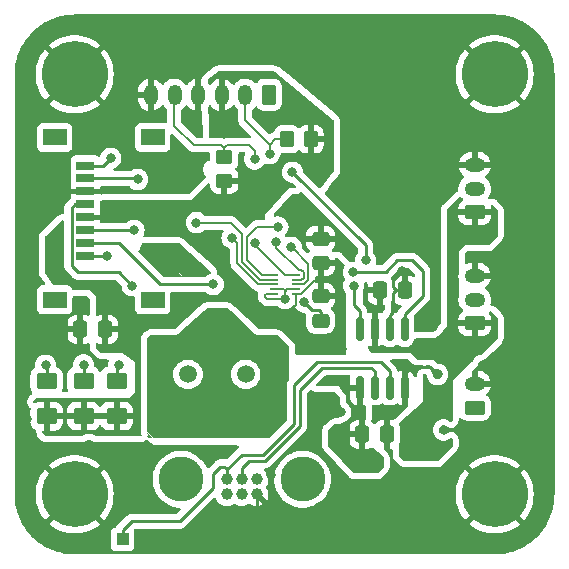
<source format=gbr>
%TF.GenerationSoftware,KiCad,Pcbnew,7.0.8*%
%TF.CreationDate,2024-04-09T20:43:08-04:00*%
%TF.ProjectId,vibBoard,76696242-6f61-4726-942e-6b696361645f,rev?*%
%TF.SameCoordinates,Original*%
%TF.FileFunction,Copper,L1,Top*%
%TF.FilePolarity,Positive*%
%FSLAX46Y46*%
G04 Gerber Fmt 4.6, Leading zero omitted, Abs format (unit mm)*
G04 Created by KiCad (PCBNEW 7.0.8) date 2024-04-09 20:43:08*
%MOMM*%
%LPD*%
G01*
G04 APERTURE LIST*
G04 Aperture macros list*
%AMRoundRect*
0 Rectangle with rounded corners*
0 $1 Rounding radius*
0 $2 $3 $4 $5 $6 $7 $8 $9 X,Y pos of 4 corners*
0 Add a 4 corners polygon primitive as box body*
4,1,4,$2,$3,$4,$5,$6,$7,$8,$9,$2,$3,0*
0 Add four circle primitives for the rounded corners*
1,1,$1+$1,$2,$3*
1,1,$1+$1,$4,$5*
1,1,$1+$1,$6,$7*
1,1,$1+$1,$8,$9*
0 Add four rect primitives between the rounded corners*
20,1,$1+$1,$2,$3,$4,$5,0*
20,1,$1+$1,$4,$5,$6,$7,0*
20,1,$1+$1,$6,$7,$8,$9,0*
20,1,$1+$1,$8,$9,$2,$3,0*%
G04 Aperture macros list end*
%TA.AperFunction,ComponentPad*%
%ADD10C,3.800000*%
%TD*%
%TA.AperFunction,ComponentPad*%
%ADD11C,1.000000*%
%TD*%
%TA.AperFunction,ComponentPad*%
%ADD12RoundRect,0.250000X0.350000X0.625000X-0.350000X0.625000X-0.350000X-0.625000X0.350000X-0.625000X0*%
%TD*%
%TA.AperFunction,ComponentPad*%
%ADD13O,1.200000X1.750000*%
%TD*%
%TA.AperFunction,SMDPad,CuDef*%
%ADD14R,0.762000X0.203200*%
%TD*%
%TA.AperFunction,ComponentPad*%
%ADD15RoundRect,0.250000X0.625000X-0.350000X0.625000X0.350000X-0.625000X0.350000X-0.625000X-0.350000X0*%
%TD*%
%TA.AperFunction,ComponentPad*%
%ADD16O,1.750000X1.200000*%
%TD*%
%TA.AperFunction,ComponentPad*%
%ADD17C,5.600000*%
%TD*%
%TA.AperFunction,SMDPad,CuDef*%
%ADD18RoundRect,0.250000X-0.337500X-0.475000X0.337500X-0.475000X0.337500X0.475000X-0.337500X0.475000X0*%
%TD*%
%TA.AperFunction,SMDPad,CuDef*%
%ADD19RoundRect,0.250000X0.350000X0.450000X-0.350000X0.450000X-0.350000X-0.450000X0.350000X-0.450000X0*%
%TD*%
%TA.AperFunction,SMDPad,CuDef*%
%ADD20RoundRect,0.250000X0.337500X0.475000X-0.337500X0.475000X-0.337500X-0.475000X0.337500X-0.475000X0*%
%TD*%
%TA.AperFunction,SMDPad,CuDef*%
%ADD21RoundRect,0.250000X0.475000X-0.337500X0.475000X0.337500X-0.475000X0.337500X-0.475000X-0.337500X0*%
%TD*%
%TA.AperFunction,SMDPad,CuDef*%
%ADD22RoundRect,0.250001X-0.624999X0.462499X-0.624999X-0.462499X0.624999X-0.462499X0.624999X0.462499X0*%
%TD*%
%TA.AperFunction,SMDPad,CuDef*%
%ADD23R,1.000000X1.000000*%
%TD*%
%TA.AperFunction,SMDPad,CuDef*%
%ADD24RoundRect,0.150000X-0.150000X0.825000X-0.150000X-0.825000X0.150000X-0.825000X0.150000X0.825000X0*%
%TD*%
%TA.AperFunction,SMDPad,CuDef*%
%ADD25R,1.500000X0.800000*%
%TD*%
%TA.AperFunction,SMDPad,CuDef*%
%ADD26R,2.000000X1.450000*%
%TD*%
%TA.AperFunction,SMDPad,CuDef*%
%ADD27RoundRect,0.250000X-0.475000X0.337500X-0.475000X-0.337500X0.475000X-0.337500X0.475000X0.337500X0*%
%TD*%
%TA.AperFunction,SMDPad,CuDef*%
%ADD28RoundRect,0.250000X0.450000X-0.350000X0.450000X0.350000X-0.450000X0.350000X-0.450000X-0.350000X0*%
%TD*%
%TA.AperFunction,ComponentPad*%
%ADD29C,1.500000*%
%TD*%
%TA.AperFunction,ViaPad*%
%ADD30C,0.800000*%
%TD*%
%TA.AperFunction,Conductor*%
%ADD31C,0.250000*%
%TD*%
%TA.AperFunction,Conductor*%
%ADD32C,0.177800*%
%TD*%
%TA.AperFunction,Conductor*%
%ADD33C,0.190500*%
%TD*%
G04 APERTURE END LIST*
D10*
%TO.P,J1,*%
%TO.N,*%
X142354000Y-132080000D03*
X152654000Y-132080000D03*
D11*
%TO.P,J1,1,Pin_1*%
%TO.N,unconnected-(J1-Pin_1-Pad1)*%
X148754000Y-132080000D03*
%TO.P,J1,2,Pin_2*%
%TO.N,/CANL*%
X147504000Y-132080000D03*
%TO.P,J1,3,Pin_3*%
%TO.N,/CANH*%
X146254000Y-132080000D03*
%TO.P,J1,4,Pin_4*%
%TO.N,GND*%
X148754000Y-133330000D03*
%TO.P,J1,5,Pin_5*%
%TO.N,Net-(J1-Pin_5)*%
X147504000Y-133330000D03*
%TO.P,J1,6,Pin_6*%
%TO.N,unconnected-(J1-Pin_6-Pad6)*%
X146254000Y-133330000D03*
%TD*%
D12*
%TO.P,J7,1,Pin_1*%
%TO.N,/SLF3S_4000B_IRQn*%
X149809200Y-99517200D03*
D13*
%TO.P,J7,2,Pin_2*%
%TO.N,/PIC_SDA*%
X147809200Y-99517200D03*
%TO.P,J7,3,Pin_3*%
%TO.N,+3.3V*%
X145809200Y-99517200D03*
%TO.P,J7,4,Pin_4*%
%TO.N,GND*%
X143809200Y-99517200D03*
%TO.P,J7,5,Pin_5*%
%TO.N,/PIC_SCL*%
X141809200Y-99517200D03*
%TO.P,J7,6,Pin_6*%
%TO.N,GND*%
X139809200Y-99517200D03*
%TD*%
D14*
%TO.P,U6,1,VDD*%
%TO.N,+3.3V*%
X152057100Y-116370001D03*
%TO.P,U6,2,BT_MODE*%
%TO.N,GND*%
X152057100Y-115969999D03*
%TO.P,U6,3,SA0/SPI_MISO*%
%TO.N,/FXLS8974CFR3_SA0*%
X152057100Y-115570000D03*
%TO.P,U6,4,SDA/SPI_MOSI*%
%TO.N,/PIC_SDA*%
X152057100Y-115170001D03*
%TO.P,U6,5,SCL_SCLK*%
%TO.N,/PIC_SCL*%
X152057100Y-114769999D03*
%TO.P,U6,6,INT2/EXT_TRIG/BOOT_OUT*%
%TO.N,/FXLS8974CFR3_INT2*%
X150202900Y-114769999D03*
%TO.P,U6,7,SPI_CS_B/WAKE_UP*%
%TO.N,/FXLS8974CFR3_WAKE_UP*%
X150202900Y-115170001D03*
%TO.P,U6,8,INT1/MOT_DET*%
%TO.N,/FXLS8974CFR3_INT1*%
X150202900Y-115570000D03*
%TO.P,U6,9,INTF_SEL*%
%TO.N,GND*%
X150202900Y-115969999D03*
%TO.P,U6,10,GND*%
X150202900Y-116370001D03*
%TD*%
D15*
%TO.P,J5,1,Pin_1*%
%TO.N,+5V*%
X167222000Y-118856000D03*
D16*
%TO.P,J5,2,Pin_2*%
%TO.N,Net-(J5-Pin_2)*%
X167222000Y-116856000D03*
%TO.P,J5,3,Pin_3*%
%TO.N,GND*%
X167222000Y-114856000D03*
%TD*%
D15*
%TO.P,J4,1,Pin_1*%
%TO.N,/THMS_SENSE*%
X167222000Y-126000000D03*
D16*
%TO.P,J4,2,Pin_2*%
%TO.N,GND*%
X167222000Y-124000000D03*
%TD*%
D17*
%TO.P,H3,1,1*%
%TO.N,GND*%
X133350000Y-133350000D03*
%TD*%
D18*
%TO.P,C9,1*%
%TO.N,GND*%
X133836500Y-119380000D03*
%TO.P,C9,2*%
%TO.N,+3.3V*%
X135911500Y-119380000D03*
%TD*%
D19*
%TO.P,R14,1*%
%TO.N,+3.3V*%
X153333200Y-103276400D03*
%TO.P,R14,2*%
%TO.N,/PIC_SDA*%
X151333200Y-103276400D03*
%TD*%
D20*
%TO.P,C10,1*%
%TO.N,GND*%
X159787500Y-128270000D03*
%TO.P,C10,2*%
%TO.N,+3.3V*%
X157712500Y-128270000D03*
%TD*%
D21*
%TO.P,C8,1*%
%TO.N,GND*%
X154178000Y-118639500D03*
%TO.P,C8,2*%
%TO.N,+3.3V*%
X154178000Y-116564500D03*
%TD*%
D22*
%TO.P,D2,1,K*%
%TO.N,Net-(D2-K)*%
X134112000Y-123734500D03*
%TO.P,D2,2,A*%
%TO.N,+3.3V*%
X134112000Y-126709500D03*
%TD*%
D23*
%TO.P,TP1,1,1*%
%TO.N,/CANH*%
X137414000Y-137160000D03*
%TD*%
D15*
%TO.P,J6,1,Pin_1*%
%TO.N,+5V*%
X167222000Y-109458000D03*
D16*
%TO.P,J6,2,Pin_2*%
%TO.N,Net-(J6-Pin_2)*%
X167222000Y-107458000D03*
%TO.P,J6,3,Pin_3*%
%TO.N,GND*%
X167222000Y-105458000D03*
%TD*%
D22*
%TO.P,D3,1,K*%
%TO.N,Net-(D3-K)*%
X130986000Y-123755000D03*
%TO.P,D3,2,A*%
%TO.N,+3.3V*%
X130986000Y-126730000D03*
%TD*%
D17*
%TO.P,H1,1,1*%
%TO.N,GND*%
X133350000Y-97790000D03*
%TD*%
D24*
%TO.P,U5,1,TXD*%
%TO.N,/CANRX*%
X161290000Y-119380000D03*
%TO.P,U5,2,VSS*%
%TO.N,GND*%
X160020000Y-119380000D03*
%TO.P,U5,3,VDD*%
%TO.N,+5V*%
X158750000Y-119380000D03*
%TO.P,U5,4,RXD*%
%TO.N,/CANTX*%
X157480000Y-119380000D03*
%TO.P,U5,5,VIO*%
%TO.N,+3.3V*%
X157480000Y-124330000D03*
%TO.P,U5,6,CANL*%
%TO.N,/CANL*%
X158750000Y-124330000D03*
%TO.P,U5,7,CANH*%
%TO.N,/CANH*%
X160020000Y-124330000D03*
%TO.P,U5,8,STBY*%
%TO.N,GND*%
X161290000Y-124330000D03*
%TD*%
D25*
%TO.P,J3,1,DAT2*%
%TO.N,Net-(J3-DAT2)*%
X134254000Y-113204000D03*
%TO.P,J3,2,DAT3/CD*%
%TO.N,/PIC_MICRO_SD_CS*%
X134254000Y-112104000D03*
%TO.P,J3,3,CMD*%
%TO.N,/PIC_MICRO_SD_SDO*%
X134254000Y-110994000D03*
%TO.P,J3,4,VDD*%
%TO.N,+3.3V*%
X134254000Y-109904000D03*
%TO.P,J3,5,CLK*%
%TO.N,/PIC_MICRO_SD_SCK*%
X134264000Y-108804000D03*
%TO.P,J3,6,VSS*%
%TO.N,GND*%
X134254000Y-107704000D03*
%TO.P,J3,7,DAT0*%
%TO.N,/PIC_MICRO_SD_SDI*%
X134254000Y-106604000D03*
%TO.P,J3,8,DAT1*%
%TO.N,Net-(J3-DAT1)*%
X134254000Y-105504000D03*
D26*
%TO.P,J3,9,SHIELD*%
%TO.N,unconnected-(J3-SHIELD-Pad9)*%
X139954000Y-103124000D03*
X131654000Y-103124000D03*
X139954000Y-116874000D03*
X131654000Y-116874000D03*
%TD*%
D17*
%TO.P,H4,1,1*%
%TO.N,GND*%
X168910000Y-133350000D03*
%TD*%
%TO.P,H2,1,1*%
%TO.N,GND*%
X168910000Y-97790000D03*
%TD*%
D22*
%TO.P,D1,1,K*%
%TO.N,Net-(D1-K)*%
X136906000Y-123734500D03*
%TO.P,D1,2,A*%
%TO.N,+3.3V*%
X136906000Y-126709500D03*
%TD*%
D27*
%TO.P,C7,1*%
%TO.N,GND*%
X154178000Y-111717000D03*
%TO.P,C7,2*%
%TO.N,+3.3V*%
X154178000Y-113792000D03*
%TD*%
D28*
%TO.P,R15,1*%
%TO.N,+3.3V*%
X146024600Y-106800400D03*
%TO.P,R15,2*%
%TO.N,/PIC_SCL*%
X146024600Y-104800400D03*
%TD*%
D20*
%TO.P,C12,1*%
%TO.N,GND*%
X161311500Y-116078000D03*
%TO.P,C12,2*%
%TO.N,+5V*%
X159236500Y-116078000D03*
%TD*%
D29*
%TO.P,Y1,1,1*%
%TO.N,/OSC1*%
X147828000Y-123190000D03*
%TO.P,Y1,2,2*%
%TO.N,/OSC2*%
X142948000Y-123190000D03*
%TD*%
D30*
%TO.N,+5V*%
X162763200Y-126314200D03*
X161798000Y-129540000D03*
%TO.N,GND*%
X164592000Y-127889000D03*
X141859000Y-124587000D03*
X132588000Y-107442000D03*
X150520400Y-127177800D03*
X162560000Y-112014000D03*
X146812000Y-124460000D03*
X150749000Y-124968000D03*
X154076400Y-134416800D03*
X140081000Y-124968000D03*
X172974000Y-106680000D03*
X165100000Y-131572000D03*
X142798800Y-100965000D03*
X130302000Y-136144000D03*
X155885748Y-126365000D03*
X170688000Y-137160000D03*
X145389600Y-127838200D03*
X137769600Y-101396800D03*
X165100000Y-93726000D03*
X132054600Y-129641600D03*
X159258000Y-113411000D03*
X139700000Y-137414000D03*
X172974000Y-101600000D03*
X143764000Y-121666000D03*
X153593800Y-126136400D03*
X164338000Y-104648000D03*
X144526000Y-93726000D03*
X154940000Y-93726000D03*
X142240000Y-121666000D03*
X140208000Y-127177800D03*
X147066000Y-120396000D03*
X140208000Y-121285000D03*
X167132000Y-113284000D03*
X163703000Y-119126000D03*
X129286000Y-101600000D03*
X172974000Y-121920000D03*
X132334000Y-119380000D03*
X160020000Y-137414000D03*
X137109200Y-130454400D03*
X134620000Y-137414000D03*
X161036000Y-114477800D03*
X172974000Y-111760000D03*
X143256000Y-106680000D03*
X158242000Y-133604000D03*
X149860000Y-93726000D03*
X137058400Y-133477000D03*
X139319000Y-112522000D03*
X151156612Y-116770823D03*
X164084000Y-123190000D03*
X139446000Y-93726000D03*
X141579600Y-97231200D03*
X172974000Y-132334000D03*
X160680400Y-103174800D03*
X145161000Y-134493000D03*
X141884400Y-104495600D03*
X172974000Y-97028000D03*
X149606000Y-137414000D03*
X172974000Y-116840000D03*
X169926000Y-93726000D03*
X141224000Y-122936000D03*
X148844000Y-124587000D03*
X129286000Y-132080000D03*
X129286000Y-121920000D03*
X172974000Y-127254000D03*
X141071600Y-112522000D03*
X153517600Y-129108200D03*
X139928600Y-130505200D03*
X160020000Y-93726000D03*
X143967200Y-114554000D03*
X144018000Y-124460000D03*
X134569200Y-129133600D03*
X129286000Y-111760000D03*
X134366000Y-93726000D03*
X149098000Y-120396000D03*
X148590000Y-121666000D03*
X154940000Y-137414000D03*
X129286000Y-116840000D03*
X156108400Y-112166400D03*
X144780000Y-137414000D03*
X141732000Y-120396000D03*
X170027600Y-106527600D03*
X149606000Y-122936000D03*
X143764000Y-120396000D03*
X150495000Y-121158000D03*
X152806400Y-117077550D03*
X147066000Y-121666000D03*
X129286000Y-106680000D03*
X129286000Y-127000000D03*
X157784800Y-108508800D03*
X129286000Y-96774000D03*
X167894000Y-122428000D03*
X148844000Y-134747000D03*
X139725400Y-133121400D03*
X156819600Y-101650800D03*
X151790400Y-111099600D03*
X149987000Y-131699000D03*
X165100000Y-137414000D03*
%TO.N,+3.3V*%
X154914600Y-123672600D03*
X158872000Y-130556000D03*
X145135600Y-111455200D03*
X131902200Y-111607600D03*
X136372600Y-109524800D03*
X146405600Y-102616000D03*
X147523200Y-105918000D03*
X149885400Y-102311200D03*
X154330400Y-105714800D03*
X154432000Y-121031000D03*
X155956000Y-121031000D03*
%TO.N,Net-(D1-K)*%
X137072000Y-122391500D03*
%TO.N,Net-(D2-K)*%
X134112000Y-122391500D03*
%TO.N,Net-(D3-K)*%
X130898000Y-122412000D03*
%TO.N,/~{MCLR}*%
X151790400Y-106070400D03*
X157992299Y-113542299D03*
%TO.N,Net-(J3-DAT1)*%
X136414000Y-104886000D03*
%TO.N,/PIC_MICRO_SD_CS*%
X145084800Y-115570000D03*
%TO.N,/PIC_MICRO_SD_SDO*%
X138379200Y-110994000D03*
%TO.N,/PIC_MICRO_SD_SCK*%
X138226800Y-115671600D03*
%TO.N,/PIC_MICRO_SD_SDI*%
X138684000Y-106680000D03*
%TO.N,Net-(J3-DAT2)*%
X136064000Y-113204000D03*
%TO.N,/PIC_SDA*%
X150418800Y-112014000D03*
X149860000Y-104495600D03*
%TO.N,/PIC_SCL*%
X148590000Y-104952800D03*
X148649750Y-112090522D03*
%TO.N,/CANTX*%
X156967701Y-115692701D03*
%TO.N,/CANRX*%
X156944548Y-114544452D03*
%TO.N,/FXLS8974CFR3_SA0*%
X151688800Y-112420400D03*
%TO.N,/FXLS8974CFR3_WAKE_UP*%
X143662400Y-110337600D03*
%TO.N,/FXLS8974CFR3_INT1*%
X146685000Y-111633000D03*
%TO.N,/FXLS8974CFR3_INT2*%
X150554750Y-110718600D03*
%TD*%
D31*
%TO.N,GND*%
X154178000Y-117906800D02*
X154178000Y-118639500D01*
X152661800Y-111717000D02*
X154178000Y-111717000D01*
D32*
X149479000Y-116636800D02*
X149479000Y-116459000D01*
D31*
X153483250Y-117754400D02*
X154025600Y-117754400D01*
D32*
X151156612Y-116770823D02*
X151112835Y-116814600D01*
D31*
X155659000Y-111717000D02*
X154178000Y-111717000D01*
D32*
X151130000Y-116078000D02*
X151130000Y-116205000D01*
D31*
X154025600Y-117754400D02*
X154178000Y-117906800D01*
D32*
X151021999Y-115969999D02*
X151130000Y-116078000D01*
D31*
X148754000Y-134657000D02*
X148844000Y-134747000D01*
X160274000Y-117919500D02*
X160020000Y-118173500D01*
X151790400Y-111099600D02*
X152044400Y-111099600D01*
X160528000Y-116078000D02*
X160274000Y-116332000D01*
D32*
X149479000Y-116459000D02*
X149567999Y-116370001D01*
X151130000Y-116205000D02*
X151130000Y-116744211D01*
D31*
X160274000Y-116332000D02*
X160274000Y-117919500D01*
X164084000Y-123190000D02*
X163449000Y-122555000D01*
X160274000Y-115824000D02*
X160528000Y-116078000D01*
X152806400Y-117077550D02*
X153483250Y-117754400D01*
D32*
X150202900Y-115969999D02*
X151021999Y-115969999D01*
D31*
X161861500Y-122555000D02*
X161290000Y-123126500D01*
X156108400Y-112166400D02*
X155659000Y-111717000D01*
D32*
X151365001Y-115969999D02*
X152057100Y-115969999D01*
X151112835Y-116814600D02*
X149656800Y-116814600D01*
D31*
X163449000Y-122555000D02*
X161861500Y-122555000D01*
X161036000Y-114477800D02*
X160274000Y-115239800D01*
X152044400Y-111099600D02*
X152661800Y-111717000D01*
D32*
X149656800Y-116814600D02*
X149479000Y-116636800D01*
D31*
X161290000Y-123126500D02*
X161290000Y-124330000D01*
X160020000Y-118173500D02*
X160020000Y-119380000D01*
D32*
X151130000Y-116744211D02*
X151156612Y-116770823D01*
X149567999Y-116370001D02*
X150202900Y-116370001D01*
D31*
X148754000Y-133330000D02*
X148754000Y-134657000D01*
X160274000Y-115239800D02*
X160274000Y-115824000D01*
D32*
X151130000Y-116205000D02*
X151365001Y-115969999D01*
D31*
X160528000Y-116078000D02*
X161311500Y-116078000D01*
D32*
%TO.N,+3.3V*%
X152057100Y-116370001D02*
X152057100Y-117284500D01*
X152057100Y-117284500D02*
X151841200Y-117500400D01*
X152557246Y-116370001D02*
X152057100Y-116370001D01*
X153974800Y-115214400D02*
X153712847Y-115214400D01*
X153712847Y-115214400D02*
X152557246Y-116370001D01*
D31*
%TO.N,Net-(D1-K)*%
X137072000Y-122391500D02*
X136906000Y-122557500D01*
X136906000Y-122557500D02*
X136906000Y-123734500D01*
%TO.N,Net-(D2-K)*%
X134112000Y-123734500D02*
X134112000Y-122391500D01*
%TO.N,Net-(D3-K)*%
X130898000Y-122412000D02*
X130986000Y-122500000D01*
X130986000Y-122500000D02*
X130986000Y-123755000D01*
%TO.N,/CANL*%
X149453600Y-130505200D02*
X148132800Y-130505200D01*
X154312200Y-122624000D02*
X152400000Y-124536200D01*
X158750000Y-122936000D02*
X158438000Y-122624000D01*
X158438000Y-122624000D02*
X154312200Y-122624000D01*
X148132800Y-130505200D02*
X147504000Y-131134000D01*
X147504000Y-131134000D02*
X147504000Y-132080000D01*
X152400000Y-127558800D02*
X149453600Y-130505200D01*
X152400000Y-124536200D02*
X152400000Y-127558800D01*
X158750000Y-124330000D02*
X158750000Y-122936000D01*
%TO.N,/CANH*%
X153873200Y-122174000D02*
X159283400Y-122174000D01*
X146254000Y-132080000D02*
X146254000Y-131241000D01*
X151950000Y-127372404D02*
X151950000Y-124097200D01*
X145034000Y-132842000D02*
X142240000Y-135636000D01*
X138176000Y-135636000D02*
X137414000Y-136398000D01*
X159283400Y-122174000D02*
X160020000Y-122910600D01*
X145034000Y-131648200D02*
X145034000Y-132842000D01*
X146026200Y-131013200D02*
X145669000Y-131013200D01*
X146254000Y-131241000D02*
X147497800Y-129997200D01*
X147497800Y-129997200D02*
X149325204Y-129997200D01*
X149325204Y-129997200D02*
X151950000Y-127372404D01*
X151950000Y-124097200D02*
X153873200Y-122174000D01*
X142240000Y-135636000D02*
X138176000Y-135636000D01*
X146254000Y-131241000D02*
X146026200Y-131013200D01*
X145669000Y-131013200D02*
X145034000Y-131648200D01*
X160020000Y-122910600D02*
X160020000Y-124330000D01*
X137414000Y-136398000D02*
X137414000Y-137160000D01*
%TO.N,/~{MCLR}*%
X151790400Y-106070400D02*
X157988000Y-112268000D01*
X157988000Y-112268000D02*
X157988000Y-113538000D01*
X157988000Y-113538000D02*
X157992299Y-113542299D01*
%TO.N,Net-(J3-DAT1)*%
X136414000Y-104886000D02*
X135796000Y-105504000D01*
X135796000Y-105504000D02*
X134254000Y-105504000D01*
%TO.N,/PIC_MICRO_SD_CS*%
X140589000Y-115570000D02*
X137123000Y-112104000D01*
X137123000Y-112104000D02*
X134254000Y-112104000D01*
X145084800Y-115570000D02*
X140589000Y-115570000D01*
%TO.N,/PIC_MICRO_SD_SDO*%
X138379200Y-110994000D02*
X134254000Y-110994000D01*
%TO.N,/PIC_MICRO_SD_SCK*%
X133385000Y-108804000D02*
X134264000Y-108804000D01*
X138226800Y-115671600D02*
X137109200Y-114554000D01*
X137109200Y-114554000D02*
X133654800Y-114554000D01*
X133654800Y-114554000D02*
X133096000Y-113995200D01*
X133096000Y-109093000D02*
X133385000Y-108804000D01*
X133096000Y-113995200D02*
X133096000Y-109093000D01*
%TO.N,/PIC_MICRO_SD_SDI*%
X134254000Y-106604000D02*
X138608000Y-106604000D01*
X138608000Y-106604000D02*
X138684000Y-106680000D01*
%TO.N,Net-(J3-DAT2)*%
X136064000Y-113204000D02*
X134254000Y-113204000D01*
D32*
%TO.N,/PIC_SDA*%
X152733350Y-114546101D02*
X152733350Y-114993897D01*
X152557246Y-115170001D02*
X152057100Y-115170001D01*
X152733350Y-114993897D02*
X152557246Y-115170001D01*
X152560398Y-114373149D02*
X152733350Y-114546101D01*
X149860000Y-103733600D02*
X150317200Y-103276400D01*
X150317200Y-103276400D02*
X151333200Y-103276400D01*
X147809200Y-101682800D02*
X147809200Y-99517200D01*
X149860000Y-104495600D02*
X149860000Y-103733600D01*
X152320749Y-114373149D02*
X152560398Y-114373149D01*
X149860000Y-103733600D02*
X147809200Y-101682800D01*
X150418800Y-112471200D02*
X152320749Y-114373149D01*
X150418800Y-112014000D02*
X150418800Y-112471200D01*
%TO.N,/PIC_SCL*%
X148649750Y-112250825D02*
X151168924Y-114769999D01*
X146278600Y-103784400D02*
X146024600Y-104038400D01*
X141798750Y-102123950D02*
X143459200Y-103784400D01*
X148649750Y-112090522D02*
X148649750Y-112250825D01*
X145770600Y-103784400D02*
X146024600Y-104038400D01*
X148082000Y-103784400D02*
X146278600Y-103784400D01*
X151168924Y-114769999D02*
X152057100Y-114769999D01*
D33*
X141798750Y-99527650D02*
X141809200Y-99517200D01*
D32*
X148590000Y-104952800D02*
X148590000Y-104292400D01*
X146024600Y-104038400D02*
X146024600Y-104800400D01*
X143459200Y-103784400D02*
X145770600Y-103784400D01*
X148590000Y-104292400D02*
X148082000Y-103784400D01*
X141798750Y-99527650D02*
X141798750Y-102123950D01*
D31*
%TO.N,/CANTX*%
X156967701Y-115692701D02*
X156967701Y-117343701D01*
X156967701Y-117343701D02*
X157480000Y-117856000D01*
X157480000Y-117856000D02*
X157480000Y-119380000D01*
%TO.N,/CANRX*%
X162814000Y-114427000D02*
X162814000Y-116586000D01*
X161290000Y-118110000D02*
X161290000Y-119380000D01*
X162814000Y-116586000D02*
X161290000Y-118110000D01*
X160680400Y-113538000D02*
X161925000Y-113538000D01*
X161925000Y-113538000D02*
X162814000Y-114427000D01*
X159673948Y-114544452D02*
X160680400Y-113538000D01*
X156944548Y-114544452D02*
X159673948Y-114544452D01*
D32*
%TO.N,/FXLS8974CFR3_SA0*%
X153123850Y-115201750D02*
X152755600Y-115570000D01*
D33*
X151688800Y-112420400D02*
X151739600Y-112420400D01*
D32*
X153123850Y-113804650D02*
X153123850Y-115201750D01*
X152755600Y-115570000D02*
X152057100Y-115570000D01*
X151739600Y-112420400D02*
X153123850Y-113804650D01*
%TO.N,/FXLS8974CFR3_WAKE_UP*%
X146558000Y-110337600D02*
X147523200Y-111302800D01*
X143662400Y-110337600D02*
X146558000Y-110337600D01*
X147523200Y-111302800D02*
X147523200Y-113633050D01*
X147523200Y-113633050D02*
X149060151Y-115170001D01*
X149060151Y-115170001D02*
X150202900Y-115170001D01*
%TO.N,/FXLS8974CFR3_INT1*%
X146685000Y-111633000D02*
X147132700Y-112080700D01*
X148907900Y-115570000D02*
X150202900Y-115570000D01*
X147132700Y-112080700D02*
X147132700Y-113794800D01*
X147132700Y-113794800D02*
X148907900Y-115570000D01*
%TO.N,/FXLS8974CFR3_INT2*%
X150554750Y-110718600D02*
X148793200Y-110718600D01*
X149212399Y-114769999D02*
X150202900Y-114769999D01*
X147955000Y-111556800D02*
X147955000Y-113512600D01*
X148793200Y-110718600D02*
X147955000Y-111556800D01*
X147955000Y-113512600D02*
X149212399Y-114769999D01*
%TD*%
%TA.AperFunction,Conductor*%
%TO.N,+5V*%
G36*
X166152035Y-108223685D02*
G01*
X166170561Y-108238253D01*
X166214456Y-108280107D01*
X166249391Y-108340615D01*
X166246066Y-108410405D01*
X166205538Y-108467320D01*
X166193984Y-108475387D01*
X166128656Y-108515682D01*
X166004684Y-108639654D01*
X165912643Y-108788875D01*
X165912641Y-108788880D01*
X165857494Y-108955302D01*
X165857493Y-108955309D01*
X165847000Y-109058013D01*
X165847000Y-109208000D01*
X166942440Y-109208000D01*
X166903722Y-109250059D01*
X166853449Y-109364670D01*
X166843114Y-109489395D01*
X166873837Y-109610719D01*
X166937394Y-109708000D01*
X165847001Y-109708000D01*
X165847001Y-109857986D01*
X165857494Y-109960697D01*
X165912641Y-110127119D01*
X165912643Y-110127124D01*
X166004684Y-110276345D01*
X166128654Y-110400315D01*
X166277875Y-110492356D01*
X166277880Y-110492358D01*
X166444302Y-110547505D01*
X166444309Y-110547506D01*
X166547019Y-110557999D01*
X166971999Y-110557999D01*
X166972000Y-110557998D01*
X166972000Y-109738617D01*
X167041052Y-109792363D01*
X167159424Y-109833000D01*
X167253073Y-109833000D01*
X167345446Y-109817586D01*
X167455514Y-109758019D01*
X167472000Y-109740110D01*
X167472000Y-110557999D01*
X167896972Y-110557999D01*
X167896986Y-110557998D01*
X167999697Y-110547505D01*
X168166119Y-110492358D01*
X168166124Y-110492356D01*
X168315345Y-110400315D01*
X168439315Y-110276345D01*
X168531356Y-110127124D01*
X168531358Y-110127119D01*
X168586505Y-109960697D01*
X168586506Y-109960690D01*
X168596999Y-109857986D01*
X168597000Y-109857973D01*
X168597000Y-109708000D01*
X167501560Y-109708000D01*
X167540278Y-109665941D01*
X167590551Y-109551330D01*
X167600886Y-109426605D01*
X167570163Y-109305281D01*
X167506606Y-109208000D01*
X168596999Y-109208000D01*
X168596999Y-109058028D01*
X168596998Y-109058013D01*
X168586338Y-108953660D01*
X168599108Y-108884967D01*
X168646988Y-108834083D01*
X168714778Y-108817162D01*
X168780955Y-108839578D01*
X168797377Y-108853377D01*
X169127681Y-109183681D01*
X169161166Y-109245004D01*
X169164000Y-109271362D01*
X169164000Y-111454638D01*
X169144315Y-111521677D01*
X169127681Y-111542319D01*
X168438319Y-112231681D01*
X168376996Y-112265166D01*
X168350638Y-112268000D01*
X166369999Y-112268000D01*
X165862000Y-112775999D01*
X165862000Y-114660611D01*
X165860738Y-114678258D01*
X165842746Y-114803395D01*
X165842745Y-114803397D01*
X165852745Y-115013327D01*
X165858505Y-115037067D01*
X165862000Y-115066301D01*
X165862000Y-116660611D01*
X165860738Y-116678258D01*
X165842746Y-116803395D01*
X165842745Y-116803397D01*
X165852745Y-117013327D01*
X165858505Y-117037067D01*
X165862000Y-117066301D01*
X165862000Y-117348000D01*
X166202714Y-117688714D01*
X166236199Y-117750037D01*
X166231215Y-117819729D01*
X166189343Y-117875662D01*
X166180130Y-117881934D01*
X166128654Y-117913684D01*
X166004684Y-118037654D01*
X165912643Y-118186875D01*
X165912641Y-118186880D01*
X165857494Y-118353302D01*
X165857493Y-118353309D01*
X165847000Y-118456013D01*
X165847000Y-118606000D01*
X166942440Y-118606000D01*
X166903722Y-118648059D01*
X166853449Y-118762670D01*
X166843114Y-118887395D01*
X166873837Y-119008719D01*
X166937394Y-119106000D01*
X165847001Y-119106000D01*
X165847001Y-119255986D01*
X165857494Y-119358697D01*
X165912641Y-119525119D01*
X165912643Y-119525124D01*
X166004684Y-119674345D01*
X166128654Y-119798315D01*
X166277875Y-119890356D01*
X166277880Y-119890358D01*
X166444302Y-119945505D01*
X166444309Y-119945506D01*
X166547019Y-119955999D01*
X166971999Y-119955999D01*
X166972000Y-119955998D01*
X166972000Y-119136617D01*
X167041052Y-119190363D01*
X167159424Y-119231000D01*
X167253073Y-119231000D01*
X167345446Y-119215586D01*
X167455514Y-119156019D01*
X167472000Y-119138110D01*
X167472000Y-119955999D01*
X167896972Y-119955999D01*
X167896986Y-119955998D01*
X167999697Y-119945505D01*
X168166119Y-119890358D01*
X168166124Y-119890356D01*
X168315345Y-119798315D01*
X168439315Y-119674345D01*
X168531356Y-119525124D01*
X168531358Y-119525119D01*
X168586505Y-119358697D01*
X168586506Y-119358690D01*
X168596999Y-119255986D01*
X168597000Y-119255973D01*
X168597000Y-119106000D01*
X167501560Y-119106000D01*
X167540278Y-119063941D01*
X167590551Y-118949330D01*
X167600886Y-118824605D01*
X167570163Y-118703281D01*
X167506606Y-118606000D01*
X168596999Y-118606000D01*
X168596999Y-118456028D01*
X168596998Y-118456013D01*
X168586505Y-118353302D01*
X168531358Y-118186880D01*
X168531356Y-118186875D01*
X168443906Y-118045097D01*
X168425466Y-117977705D01*
X168446388Y-117911041D01*
X168500030Y-117866271D01*
X168549445Y-117856000D01*
X168604638Y-117856000D01*
X168671677Y-117875685D01*
X168692319Y-117892319D01*
X169127681Y-118327681D01*
X169161166Y-118389004D01*
X169164000Y-118415362D01*
X169164000Y-120090637D01*
X169144315Y-120157676D01*
X169127681Y-120178318D01*
X168402000Y-120904000D01*
X167723340Y-121526103D01*
X167665332Y-121555986D01*
X167614196Y-121566855D01*
X167614194Y-121566856D01*
X167441270Y-121643848D01*
X167441265Y-121643851D01*
X167288129Y-121755111D01*
X167161466Y-121895785D01*
X167066821Y-122059715D01*
X167066816Y-122059725D01*
X167045345Y-122125806D01*
X167011205Y-122178893D01*
X165354000Y-123697999D01*
X165354000Y-127086182D01*
X165334315Y-127153221D01*
X165281511Y-127198976D01*
X165212353Y-127208920D01*
X165157115Y-127186500D01*
X165044734Y-127104851D01*
X165044729Y-127104848D01*
X164871807Y-127027857D01*
X164871802Y-127027855D01*
X164726001Y-126996865D01*
X164686646Y-126988500D01*
X164497354Y-126988500D01*
X164464897Y-126995398D01*
X164312197Y-127027855D01*
X164312192Y-127027857D01*
X164139270Y-127104848D01*
X164139265Y-127104851D01*
X163986129Y-127216111D01*
X163859466Y-127356785D01*
X163764821Y-127520715D01*
X163764818Y-127520722D01*
X163725348Y-127642200D01*
X163706326Y-127700744D01*
X163686540Y-127889000D01*
X163706326Y-128077256D01*
X163706327Y-128077259D01*
X163764818Y-128257277D01*
X163764821Y-128257284D01*
X163859467Y-128421216D01*
X163986129Y-128561888D01*
X164139265Y-128673148D01*
X164139270Y-128673151D01*
X164312192Y-128750142D01*
X164312197Y-128750144D01*
X164497354Y-128789500D01*
X164497355Y-128789500D01*
X164686644Y-128789500D01*
X164686646Y-128789500D01*
X164871803Y-128750144D01*
X165044730Y-128673151D01*
X165157115Y-128591499D01*
X165222921Y-128568019D01*
X165290975Y-128583844D01*
X165339670Y-128633950D01*
X165354000Y-128691817D01*
X165354000Y-129234638D01*
X165334315Y-129301677D01*
X165317681Y-129322319D01*
X164120319Y-130519681D01*
X164058996Y-130553166D01*
X164032638Y-130556000D01*
X161341362Y-130556000D01*
X161274323Y-130536315D01*
X161253681Y-130519681D01*
X160818319Y-130084319D01*
X160784834Y-130022996D01*
X160782000Y-129996638D01*
X160782000Y-129144593D01*
X160800463Y-129079493D01*
X160809814Y-129064334D01*
X160864999Y-128897797D01*
X160875500Y-128795009D01*
X160875499Y-127744992D01*
X160864999Y-127642203D01*
X160809814Y-127475666D01*
X160806345Y-127470042D01*
X160787905Y-127402652D01*
X160808827Y-127335988D01*
X160828302Y-127313349D01*
X162814000Y-125501400D01*
X162814000Y-125171200D01*
X162814000Y-124968000D01*
X162814000Y-123304500D01*
X162833685Y-123237461D01*
X162886489Y-123191706D01*
X162938000Y-123180500D01*
X163065891Y-123180500D01*
X163132930Y-123200185D01*
X163178685Y-123252989D01*
X163189211Y-123291536D01*
X163198326Y-123378256D01*
X163198327Y-123378259D01*
X163256818Y-123558277D01*
X163256821Y-123558284D01*
X163351467Y-123722216D01*
X163459925Y-123842670D01*
X163478129Y-123862888D01*
X163631265Y-123974148D01*
X163631270Y-123974151D01*
X163804192Y-124051142D01*
X163804197Y-124051144D01*
X163989354Y-124090500D01*
X163989355Y-124090500D01*
X164178644Y-124090500D01*
X164178646Y-124090500D01*
X164363803Y-124051144D01*
X164536730Y-123974151D01*
X164689871Y-123862888D01*
X164816533Y-123722216D01*
X164911179Y-123558284D01*
X164969674Y-123378256D01*
X164989460Y-123190000D01*
X164969674Y-123001744D01*
X164911179Y-122821716D01*
X164816533Y-122657784D01*
X164689871Y-122517112D01*
X164670606Y-122503115D01*
X164536734Y-122405851D01*
X164536729Y-122405848D01*
X164363807Y-122328857D01*
X164363802Y-122328855D01*
X164218001Y-122297865D01*
X164178646Y-122289500D01*
X164178645Y-122289500D01*
X164119453Y-122289500D01*
X164052414Y-122269815D01*
X164031772Y-122253181D01*
X163949803Y-122171212D01*
X163939980Y-122158950D01*
X163939759Y-122159134D01*
X163934786Y-122153123D01*
X163914861Y-122134412D01*
X163884364Y-122105773D01*
X163873919Y-122095328D01*
X163863475Y-122084883D01*
X163857986Y-122080625D01*
X163853561Y-122076847D01*
X163819582Y-122044938D01*
X163819580Y-122044936D01*
X163819577Y-122044935D01*
X163802029Y-122035288D01*
X163785763Y-122024604D01*
X163769933Y-122012325D01*
X163727168Y-121993818D01*
X163721922Y-121991248D01*
X163681093Y-121968803D01*
X163681092Y-121968802D01*
X163661693Y-121963822D01*
X163643281Y-121957518D01*
X163624898Y-121949562D01*
X163624892Y-121949560D01*
X163578874Y-121942272D01*
X163573152Y-121941087D01*
X163528021Y-121929500D01*
X163528019Y-121929500D01*
X163507984Y-121929500D01*
X163488586Y-121927973D01*
X163481162Y-121926797D01*
X163468805Y-121924840D01*
X163468804Y-121924840D01*
X163422416Y-121929225D01*
X163416578Y-121929500D01*
X162366862Y-121929500D01*
X162299823Y-121909815D01*
X162279181Y-121893181D01*
X161798000Y-121412000D01*
X158558000Y-121412000D01*
X158490961Y-121392315D01*
X158458800Y-121362400D01*
X158177623Y-120987497D01*
X158153147Y-120922055D01*
X158167937Y-120853768D01*
X158217298Y-120804318D01*
X158285557Y-120789405D01*
X158332300Y-120803983D01*
X158332646Y-120803185D01*
X158339799Y-120806280D01*
X158497514Y-120852100D01*
X158497511Y-120852100D01*
X158499998Y-120852295D01*
X158500000Y-120852295D01*
X158500000Y-117907703D01*
X158497503Y-117907900D01*
X158339806Y-117953716D01*
X158339805Y-117953716D01*
X158293564Y-117981063D01*
X158225840Y-117998244D01*
X158159578Y-117976084D01*
X158115815Y-117921618D01*
X158106506Y-117878225D01*
X158105500Y-117846203D01*
X158105500Y-117816650D01*
X158104629Y-117809759D01*
X158104172Y-117803945D01*
X158102709Y-117757372D01*
X158097122Y-117738144D01*
X158093174Y-117719084D01*
X158090664Y-117699208D01*
X158073507Y-117655875D01*
X158071619Y-117650359D01*
X158058619Y-117605612D01*
X158048418Y-117588363D01*
X158039860Y-117570894D01*
X158032486Y-117552268D01*
X158032483Y-117552264D01*
X158032483Y-117552263D01*
X158005098Y-117514571D01*
X158001890Y-117509687D01*
X157978172Y-117469582D01*
X157978163Y-117469571D01*
X157964005Y-117455413D01*
X157951370Y-117440620D01*
X157939593Y-117424412D01*
X157903693Y-117394713D01*
X157899381Y-117390790D01*
X157770319Y-117261728D01*
X157736834Y-117200405D01*
X157734000Y-117174047D01*
X157734000Y-116328000D01*
X158149001Y-116328000D01*
X158149001Y-116602986D01*
X158159494Y-116705697D01*
X158214641Y-116872119D01*
X158214643Y-116872124D01*
X158306684Y-117021345D01*
X158430654Y-117145315D01*
X158579875Y-117237356D01*
X158579880Y-117237358D01*
X158746302Y-117292505D01*
X158746309Y-117292506D01*
X158849019Y-117302999D01*
X158986499Y-117302999D01*
X158986500Y-117302998D01*
X158986500Y-116328000D01*
X158149001Y-116328000D01*
X157734000Y-116328000D01*
X157734000Y-116199657D01*
X157750613Y-116137657D01*
X157794880Y-116060985D01*
X157853375Y-115880957D01*
X157873161Y-115692701D01*
X157858391Y-115552173D01*
X157870961Y-115483446D01*
X157907307Y-115440019D01*
X157955025Y-115404231D01*
X158020462Y-115379757D01*
X158088749Y-115394547D01*
X158138199Y-115443908D01*
X158153112Y-115512167D01*
X158152778Y-115516034D01*
X158149000Y-115553009D01*
X158149000Y-115828000D01*
X159362500Y-115828000D01*
X159429539Y-115847685D01*
X159475294Y-115900489D01*
X159486500Y-115952000D01*
X159486500Y-117302999D01*
X159524500Y-117302999D01*
X159591539Y-117322684D01*
X159637294Y-117375488D01*
X159648500Y-117426999D01*
X159648500Y-117606270D01*
X159628815Y-117673309D01*
X159614892Y-117691154D01*
X159570772Y-117738136D01*
X159549889Y-117759019D01*
X159549877Y-117759032D01*
X159545621Y-117764517D01*
X159541837Y-117768947D01*
X159509937Y-117802918D01*
X159509936Y-117802920D01*
X159500284Y-117820476D01*
X159489610Y-117836726D01*
X159477329Y-117852561D01*
X159477324Y-117852568D01*
X159458815Y-117895338D01*
X159456245Y-117900584D01*
X159433803Y-117941407D01*
X159431388Y-117947507D01*
X159388405Y-118002590D01*
X159322464Y-118025691D01*
X159254503Y-118009475D01*
X159252976Y-118008587D01*
X159160196Y-117953717D01*
X159160193Y-117953716D01*
X159002494Y-117907900D01*
X159002497Y-117907900D01*
X159000000Y-117907703D01*
X159000000Y-120852295D01*
X159000001Y-120852295D01*
X159002486Y-120852100D01*
X159160198Y-120806281D01*
X159301550Y-120722686D01*
X159307717Y-120717903D01*
X159309630Y-120720369D01*
X159358222Y-120693802D01*
X159427917Y-120698749D01*
X159460762Y-120719853D01*
X159461969Y-120718298D01*
X159468132Y-120723078D01*
X159468135Y-120723081D01*
X159609602Y-120806744D01*
X159651224Y-120818836D01*
X159767426Y-120852597D01*
X159767429Y-120852597D01*
X159767431Y-120852598D01*
X159779722Y-120853565D01*
X159804304Y-120855500D01*
X159804306Y-120855500D01*
X160235696Y-120855500D01*
X160257702Y-120853768D01*
X160272569Y-120852598D01*
X160272571Y-120852597D01*
X160272573Y-120852597D01*
X160314191Y-120840505D01*
X160430398Y-120806744D01*
X160571865Y-120723081D01*
X160571870Y-120723075D01*
X160578031Y-120718298D01*
X160579933Y-120720750D01*
X160628579Y-120694155D01*
X160698274Y-120699104D01*
X160730695Y-120719940D01*
X160731969Y-120718298D01*
X160738132Y-120723078D01*
X160738135Y-120723081D01*
X160879602Y-120806744D01*
X160921224Y-120818836D01*
X161037426Y-120852597D01*
X161037429Y-120852597D01*
X161037431Y-120852598D01*
X161049722Y-120853565D01*
X161074304Y-120855500D01*
X161074306Y-120855500D01*
X161505696Y-120855500D01*
X161527702Y-120853768D01*
X161542569Y-120852598D01*
X161542571Y-120852597D01*
X161542573Y-120852597D01*
X161584191Y-120840505D01*
X161700398Y-120806744D01*
X161841865Y-120723081D01*
X161958081Y-120606865D01*
X162041744Y-120465398D01*
X162087598Y-120307569D01*
X162090500Y-120270694D01*
X162090500Y-120266000D01*
X162110185Y-120198961D01*
X162162989Y-120153206D01*
X162214500Y-120142000D01*
X163830000Y-120142000D01*
X163970257Y-120001742D01*
X164007495Y-119976150D01*
X164155730Y-119910151D01*
X164308871Y-119798888D01*
X164435533Y-119658216D01*
X164530179Y-119494284D01*
X164546231Y-119444878D01*
X164576474Y-119395525D01*
X164846000Y-119126000D01*
X164846000Y-109271362D01*
X164865685Y-109204323D01*
X164882319Y-109183681D01*
X165825681Y-108240319D01*
X165887004Y-108206834D01*
X165913362Y-108204000D01*
X166084996Y-108204000D01*
X166152035Y-108223685D01*
G37*
%TD.AperFunction*%
%TD*%
%TA.AperFunction,Conductor*%
%TO.N,GND*%
G36*
X142158214Y-112084485D02*
G01*
X142173658Y-112096212D01*
X144865295Y-114494216D01*
X144902256Y-114553508D01*
X144901294Y-114623371D01*
X144862714Y-114681623D01*
X144811168Y-114706833D01*
X144811174Y-114706849D01*
X144811064Y-114706884D01*
X144808602Y-114708089D01*
X144804998Y-114708855D01*
X144804992Y-114708857D01*
X144632070Y-114785848D01*
X144632065Y-114785851D01*
X144478930Y-114897110D01*
X144478926Y-114897114D01*
X144473200Y-114903474D01*
X144413713Y-114940121D01*
X144381052Y-114944500D01*
X142524483Y-114944500D01*
X142457444Y-114924815D01*
X142428764Y-114899328D01*
X142426937Y-114897110D01*
X141935200Y-114300000D01*
X140254953Y-114300000D01*
X140187914Y-114280315D01*
X140167272Y-114263681D01*
X139025119Y-113121528D01*
X138991634Y-113060205D01*
X138988800Y-113033847D01*
X138988800Y-112429197D01*
X139008485Y-112362158D01*
X139035336Y-112332371D01*
X139335835Y-112091972D01*
X139400481Y-112065464D01*
X139413297Y-112064800D01*
X142091175Y-112064800D01*
X142158214Y-112084485D01*
G37*
%TD.AperFunction*%
%TD*%
%TA.AperFunction,Conductor*%
%TO.N,+3.3V*%
G36*
X156629240Y-123269185D02*
G01*
X156674995Y-123321989D01*
X156684939Y-123391147D01*
X156683837Y-123396245D01*
X156684038Y-123396282D01*
X156682899Y-123402515D01*
X156680000Y-123439356D01*
X156680000Y-124080000D01*
X157606000Y-124080000D01*
X157673039Y-124099685D01*
X157718794Y-124152489D01*
X157730000Y-124204000D01*
X157730000Y-125802295D01*
X157730001Y-125802295D01*
X157732488Y-125802100D01*
X157732494Y-125802099D01*
X157829405Y-125773944D01*
X157899274Y-125774143D01*
X157957944Y-125812085D01*
X157986788Y-125875724D01*
X157988000Y-125893020D01*
X157988000Y-126968138D01*
X157968315Y-127035177D01*
X157962500Y-127042393D01*
X157962500Y-129494999D01*
X158099972Y-129494999D01*
X158099986Y-129494998D01*
X158202697Y-129484505D01*
X158369124Y-129429356D01*
X158435759Y-129388255D01*
X158503151Y-129369814D01*
X158569815Y-129390736D01*
X158580240Y-129398534D01*
X159467383Y-130137819D01*
X159506282Y-130195858D01*
X159512000Y-130233078D01*
X159512000Y-131012638D01*
X159492315Y-131079677D01*
X159475681Y-131100319D01*
X159040319Y-131535681D01*
X158978996Y-131569166D01*
X158952638Y-131572000D01*
X157026414Y-131572000D01*
X156959375Y-131552315D01*
X156935159Y-131531955D01*
X155051505Y-129484506D01*
X154813961Y-129226306D01*
X154783059Y-129163643D01*
X154781257Y-129139212D01*
X154796979Y-128520000D01*
X156625001Y-128520000D01*
X156625001Y-128794986D01*
X156635494Y-128897697D01*
X156690641Y-129064119D01*
X156690643Y-129064124D01*
X156782684Y-129213345D01*
X156906654Y-129337315D01*
X157055875Y-129429356D01*
X157055880Y-129429358D01*
X157222302Y-129484505D01*
X157222309Y-129484506D01*
X157325019Y-129494999D01*
X157462499Y-129494999D01*
X157462500Y-129494998D01*
X157462500Y-128520000D01*
X156625001Y-128520000D01*
X154796979Y-128520000D01*
X154809674Y-128020000D01*
X156625000Y-128020000D01*
X157462500Y-128020000D01*
X157462500Y-127045000D01*
X157325027Y-127045000D01*
X157325012Y-127045001D01*
X157222302Y-127055494D01*
X157055880Y-127110641D01*
X157055875Y-127110643D01*
X156906654Y-127202684D01*
X156782684Y-127326654D01*
X156690643Y-127475875D01*
X156690641Y-127475880D01*
X156635494Y-127642302D01*
X156635493Y-127642309D01*
X156625000Y-127745013D01*
X156625000Y-128020000D01*
X154809674Y-128020000D01*
X154811536Y-127946652D01*
X154832916Y-127880134D01*
X154858031Y-127852975D01*
X155414035Y-127408172D01*
X155478681Y-127381664D01*
X155491497Y-127381000D01*
X155828999Y-127381000D01*
X155829000Y-127381000D01*
X155909237Y-127300762D01*
X155970556Y-127267280D01*
X155976562Y-127266314D01*
X155980392Y-127265500D01*
X155980394Y-127265500D01*
X156165551Y-127226144D01*
X156338478Y-127149151D01*
X156491619Y-127037888D01*
X156618281Y-126897216D01*
X156712927Y-126733284D01*
X156771422Y-126553256D01*
X156791208Y-126365000D01*
X156771422Y-126176744D01*
X156712927Y-125996716D01*
X156618281Y-125832784D01*
X156491619Y-125692112D01*
X156464870Y-125672678D01*
X156388115Y-125616912D01*
X156345449Y-125561582D01*
X156337000Y-125516594D01*
X156337000Y-124968000D01*
X156013667Y-124580000D01*
X156680000Y-124580000D01*
X156680000Y-125220644D01*
X156682899Y-125257489D01*
X156682900Y-125257495D01*
X156728716Y-125415193D01*
X156728717Y-125415196D01*
X156812314Y-125556552D01*
X156812321Y-125556561D01*
X156928438Y-125672678D01*
X156928447Y-125672685D01*
X157069801Y-125756281D01*
X157227514Y-125802100D01*
X157227511Y-125802100D01*
X157229998Y-125802295D01*
X157230000Y-125802295D01*
X157230000Y-124580000D01*
X156680000Y-124580000D01*
X156013667Y-124580000D01*
X155702000Y-124206000D01*
X153914153Y-124206000D01*
X153847114Y-124186315D01*
X153801359Y-124133511D01*
X153791415Y-124064353D01*
X153820440Y-124000797D01*
X153826472Y-123994319D01*
X154534972Y-123285819D01*
X154596295Y-123252334D01*
X154622653Y-123249500D01*
X156562201Y-123249500D01*
X156629240Y-123269185D01*
G37*
%TD.AperFunction*%
%TA.AperFunction,Conductor*%
G36*
X150339627Y-97555685D02*
G01*
X150351586Y-97564422D01*
X155250598Y-101613605D01*
X155289731Y-101671487D01*
X155295600Y-101709183D01*
X155295600Y-105976713D01*
X155275915Y-106043752D01*
X155269103Y-106053323D01*
X154215235Y-107394610D01*
X154158339Y-107435163D01*
X154117732Y-107442000D01*
X154097953Y-107442000D01*
X154030914Y-107422315D01*
X154010272Y-107405681D01*
X152729360Y-106124769D01*
X152695875Y-106063446D01*
X152693723Y-106050068D01*
X152676074Y-105882144D01*
X152617579Y-105702116D01*
X152522933Y-105538184D01*
X152396271Y-105397512D01*
X152383738Y-105388406D01*
X152243134Y-105286251D01*
X152243129Y-105286248D01*
X152070207Y-105209257D01*
X152070202Y-105209255D01*
X151924401Y-105178265D01*
X151885046Y-105169900D01*
X151695754Y-105169900D01*
X151663297Y-105176798D01*
X151510597Y-105209255D01*
X151510592Y-105209257D01*
X151337670Y-105286248D01*
X151337665Y-105286251D01*
X151184529Y-105397511D01*
X151057866Y-105538185D01*
X150963221Y-105702115D01*
X150963218Y-105702122D01*
X150914098Y-105853300D01*
X150904726Y-105882144D01*
X150884940Y-106070400D01*
X150904726Y-106258656D01*
X150904727Y-106258659D01*
X150963218Y-106438677D01*
X150963221Y-106438684D01*
X151057867Y-106602616D01*
X151122502Y-106674400D01*
X151184529Y-106743288D01*
X151337665Y-106854548D01*
X151337670Y-106854551D01*
X151510592Y-106931542D01*
X151510597Y-106931544D01*
X151695754Y-106970900D01*
X151754948Y-106970900D01*
X151821987Y-106990585D01*
X151842629Y-107007219D01*
X152065729Y-107230319D01*
X152099214Y-107291642D01*
X152094230Y-107361334D01*
X152052358Y-107417267D01*
X151986894Y-107441684D01*
X151978048Y-107442000D01*
X151511000Y-107442000D01*
X149479000Y-109728000D01*
X149479000Y-110005200D01*
X149459315Y-110072239D01*
X149406511Y-110117994D01*
X149355000Y-110129200D01*
X148835900Y-110129200D01*
X148827801Y-110128669D01*
X148806764Y-110125899D01*
X148793201Y-110124114D01*
X148793199Y-110124114D01*
X148639337Y-110144369D01*
X148639335Y-110144370D01*
X148507206Y-110199100D01*
X148495959Y-110203759D01*
X148495957Y-110203760D01*
X148372835Y-110298235D01*
X148372834Y-110298236D01*
X148351584Y-110325928D01*
X148346232Y-110332029D01*
X147953780Y-110724481D01*
X147892457Y-110757966D01*
X147822765Y-110752982D01*
X147778418Y-110724481D01*
X147402752Y-110348815D01*
X147004955Y-109951018D01*
X146999614Y-109944928D01*
X146978365Y-109917235D01*
X146855243Y-109822760D01*
X146855242Y-109822759D01*
X146855240Y-109822758D01*
X146711867Y-109763372D01*
X146711865Y-109763371D01*
X146711864Y-109763371D01*
X146596631Y-109748200D01*
X146592598Y-109747669D01*
X146558001Y-109743114D01*
X146557999Y-109743114D01*
X146538336Y-109745702D01*
X146523401Y-109747669D01*
X146515302Y-109748200D01*
X144398653Y-109748200D01*
X144331614Y-109728515D01*
X144306503Y-109707172D01*
X144268276Y-109664716D01*
X144268269Y-109664710D01*
X144115134Y-109553451D01*
X144115129Y-109553448D01*
X143942207Y-109476457D01*
X143942202Y-109476455D01*
X143796401Y-109445465D01*
X143757046Y-109437100D01*
X143567754Y-109437100D01*
X143535297Y-109443998D01*
X143382597Y-109476455D01*
X143382592Y-109476457D01*
X143209670Y-109553448D01*
X143209665Y-109553451D01*
X143056529Y-109664711D01*
X142929866Y-109805385D01*
X142835221Y-109969315D01*
X142835218Y-109969322D01*
X142782083Y-110132856D01*
X142776726Y-110149344D01*
X142756940Y-110337600D01*
X142776726Y-110525856D01*
X142776727Y-110525859D01*
X142835218Y-110705877D01*
X142835221Y-110705884D01*
X142929867Y-110869816D01*
X143011170Y-110960112D01*
X143056529Y-111010488D01*
X143209665Y-111121748D01*
X143209670Y-111121751D01*
X143382592Y-111198742D01*
X143382597Y-111198744D01*
X143567754Y-111238100D01*
X143567755Y-111238100D01*
X143757044Y-111238100D01*
X143757046Y-111238100D01*
X143942203Y-111198744D01*
X144115130Y-111121751D01*
X144268271Y-111010488D01*
X144283117Y-110994000D01*
X144306503Y-110968028D01*
X144365990Y-110931379D01*
X144398653Y-110927000D01*
X145838027Y-110927000D01*
X145905066Y-110946685D01*
X145950821Y-110999489D01*
X145960765Y-111068647D01*
X145945414Y-111113000D01*
X145857821Y-111264715D01*
X145857818Y-111264722D01*
X145799327Y-111444740D01*
X145799326Y-111444744D01*
X145779540Y-111633000D01*
X145799326Y-111821256D01*
X145799327Y-111821259D01*
X145857818Y-112001277D01*
X145857821Y-112001284D01*
X145952467Y-112165216D01*
X146036177Y-112258185D01*
X146079129Y-112305888D01*
X146232265Y-112417148D01*
X146232270Y-112417151D01*
X146394602Y-112489427D01*
X146405197Y-112494144D01*
X146445083Y-112502621D01*
X146506562Y-112535812D01*
X146540339Y-112596975D01*
X146543300Y-112623911D01*
X146543300Y-113752100D01*
X146542769Y-113760202D01*
X146538214Y-113794799D01*
X146538214Y-113794800D01*
X146556786Y-113935867D01*
X146558470Y-113948662D01*
X146558471Y-113948665D01*
X146617858Y-114092040D01*
X146617859Y-114092042D01*
X146617860Y-114092043D01*
X146712335Y-114215165D01*
X146740028Y-114236414D01*
X146746118Y-114241755D01*
X147619546Y-115115183D01*
X148460932Y-115956569D01*
X148466284Y-115962672D01*
X148487533Y-115990363D01*
X148487534Y-115990364D01*
X148601741Y-116077999D01*
X148610657Y-116084840D01*
X148610658Y-116084841D01*
X148701068Y-116122289D01*
X148754036Y-116144229D01*
X148801096Y-116150424D01*
X148864991Y-116178690D01*
X148903463Y-116237014D01*
X148904534Y-116296908D01*
X148905832Y-116297079D01*
X148904771Y-116305135D01*
X148904771Y-116305136D01*
X148903538Y-116314500D01*
X148884514Y-116458997D01*
X148889069Y-116493597D01*
X148889600Y-116501698D01*
X148889600Y-116594100D01*
X148889069Y-116602202D01*
X148884514Y-116636799D01*
X148884514Y-116636800D01*
X148889600Y-116675431D01*
X148904771Y-116790663D01*
X148904772Y-116790667D01*
X148964158Y-116934040D01*
X148964159Y-116934042D01*
X148964160Y-116934043D01*
X149058635Y-117057165D01*
X149081557Y-117074754D01*
X149086325Y-117078413D01*
X149092427Y-117083765D01*
X149209845Y-117201183D01*
X149215186Y-117207273D01*
X149215962Y-117208284D01*
X149232613Y-117229985D01*
X149236435Y-117234965D01*
X149267345Y-117258683D01*
X149267347Y-117258685D01*
X149291066Y-117276885D01*
X149359557Y-117329440D01*
X149359558Y-117329440D01*
X149359559Y-117329441D01*
X149458312Y-117370345D01*
X149488987Y-117383051D01*
X149502936Y-117388829D01*
X149638898Y-117406729D01*
X149656799Y-117409086D01*
X149656800Y-117409086D01*
X149656801Y-117409086D01*
X149676463Y-117406497D01*
X149691398Y-117404530D01*
X149699498Y-117404000D01*
X150459777Y-117404000D01*
X150526816Y-117423685D01*
X150545630Y-117439676D01*
X150545912Y-117439363D01*
X150550741Y-117443711D01*
X150703877Y-117554971D01*
X150703882Y-117554974D01*
X150876804Y-117631965D01*
X150876809Y-117631967D01*
X151061966Y-117671323D01*
X151061967Y-117671323D01*
X151251256Y-117671323D01*
X151251258Y-117671323D01*
X151436415Y-117631967D01*
X151609342Y-117554974D01*
X151762483Y-117443711D01*
X151779595Y-117424706D01*
X151839078Y-117388058D01*
X151908935Y-117389387D01*
X151966984Y-117428272D01*
X151979131Y-117445678D01*
X151979220Y-117445833D01*
X151979221Y-117445834D01*
X152073867Y-117609766D01*
X152189451Y-117738135D01*
X152200529Y-117750438D01*
X152353665Y-117861698D01*
X152353670Y-117861701D01*
X152526592Y-117938692D01*
X152526597Y-117938694D01*
X152711754Y-117978050D01*
X152770947Y-117978050D01*
X152837986Y-117997735D01*
X152858628Y-118014369D01*
X152924158Y-118079899D01*
X152957643Y-118141222D01*
X152959835Y-118180181D01*
X152952500Y-118251978D01*
X152952500Y-119027001D01*
X152952501Y-119027019D01*
X152963000Y-119129796D01*
X152963001Y-119129799D01*
X152963068Y-119130000D01*
X153018186Y-119296334D01*
X153110288Y-119445656D01*
X153234344Y-119569712D01*
X153383666Y-119661814D01*
X153550203Y-119716999D01*
X153652991Y-119727500D01*
X154703008Y-119727499D01*
X154703016Y-119727498D01*
X154703019Y-119727498D01*
X154759302Y-119721748D01*
X154805797Y-119716999D01*
X154972334Y-119661814D01*
X155121656Y-119569712D01*
X155245712Y-119445656D01*
X155337814Y-119296334D01*
X155392999Y-119129797D01*
X155403500Y-119027009D01*
X155403499Y-118251992D01*
X155400296Y-118220641D01*
X155392999Y-118149203D01*
X155392998Y-118149200D01*
X155383340Y-118120054D01*
X155337814Y-117982666D01*
X155245712Y-117833344D01*
X155121656Y-117709288D01*
X155118342Y-117707243D01*
X155116546Y-117705248D01*
X155115989Y-117704807D01*
X155116064Y-117704711D01*
X155071618Y-117655297D01*
X155060397Y-117586334D01*
X155088240Y-117522252D01*
X155118348Y-117496165D01*
X155121342Y-117494318D01*
X155245315Y-117370345D01*
X155337356Y-117221124D01*
X155337358Y-117221119D01*
X155392505Y-117054697D01*
X155392506Y-117054690D01*
X155402999Y-116951986D01*
X155403000Y-116951973D01*
X155403000Y-116814500D01*
X154052000Y-116814500D01*
X153984961Y-116794815D01*
X153939206Y-116742011D01*
X153928000Y-116690500D01*
X153928000Y-115477000D01*
X154428000Y-115477000D01*
X154428000Y-116314500D01*
X155402999Y-116314500D01*
X155402999Y-116177028D01*
X155402998Y-116177013D01*
X155392505Y-116074302D01*
X155337358Y-115907880D01*
X155337356Y-115907875D01*
X155245315Y-115758654D01*
X155121345Y-115634684D01*
X154972124Y-115542643D01*
X154972119Y-115542641D01*
X154805697Y-115487494D01*
X154805690Y-115487493D01*
X154702986Y-115477000D01*
X154428000Y-115477000D01*
X153928000Y-115477000D01*
X153823492Y-115477000D01*
X153756453Y-115457315D01*
X153710698Y-115404511D01*
X153700553Y-115336817D01*
X153713250Y-115240381D01*
X153718336Y-115201750D01*
X153718331Y-115201715D01*
X153713781Y-115167152D01*
X153713250Y-115159050D01*
X153713250Y-115003499D01*
X153732935Y-114936460D01*
X153785739Y-114890705D01*
X153837250Y-114879499D01*
X153928000Y-114879499D01*
X153928000Y-114042000D01*
X154428000Y-114042000D01*
X154428000Y-114879499D01*
X154702972Y-114879499D01*
X154702986Y-114879498D01*
X154805697Y-114869005D01*
X154972119Y-114813858D01*
X154972124Y-114813856D01*
X155121345Y-114721815D01*
X155245315Y-114597845D01*
X155337356Y-114448624D01*
X155337358Y-114448619D01*
X155392505Y-114282197D01*
X155392506Y-114282190D01*
X155402999Y-114179486D01*
X155403000Y-114179473D01*
X155403000Y-114042000D01*
X154428000Y-114042000D01*
X153928000Y-114042000D01*
X153928000Y-113666000D01*
X153947685Y-113598961D01*
X154000489Y-113553206D01*
X154052000Y-113542000D01*
X155402999Y-113542000D01*
X155402999Y-113411361D01*
X155422684Y-113344322D01*
X155475488Y-113298567D01*
X155544646Y-113288623D01*
X155608202Y-113317648D01*
X155614680Y-113323680D01*
X156178123Y-113887123D01*
X156211608Y-113948446D01*
X156206624Y-114018138D01*
X156197830Y-114036803D01*
X156117368Y-114176170D01*
X156117366Y-114176174D01*
X156058875Y-114356192D01*
X156058874Y-114356196D01*
X156039088Y-114544452D01*
X156058874Y-114732708D01*
X156058875Y-114732711D01*
X156117366Y-114912729D01*
X156117369Y-114912736D01*
X156211991Y-115076627D01*
X156228464Y-115144528D01*
X156211992Y-115200626D01*
X156154647Y-115299951D01*
X156152704Y-115303318D01*
X156140521Y-115324419D01*
X156140519Y-115324423D01*
X156084075Y-115498142D01*
X156082027Y-115504445D01*
X156062241Y-115692701D01*
X156082027Y-115880957D01*
X156082028Y-115880960D01*
X156140519Y-116060978D01*
X156140522Y-116060985D01*
X156235168Y-116224917D01*
X156305150Y-116302639D01*
X156335379Y-116365628D01*
X156337000Y-116385610D01*
X156337000Y-121424500D01*
X156317315Y-121491539D01*
X156264511Y-121537294D01*
X156213000Y-121548500D01*
X153955943Y-121548500D01*
X153940322Y-121546775D01*
X153940295Y-121547061D01*
X153932533Y-121546326D01*
X153863372Y-121548500D01*
X153833849Y-121548500D01*
X153826978Y-121549367D01*
X153821159Y-121549825D01*
X153774574Y-121551289D01*
X153774568Y-121551290D01*
X153755326Y-121556880D01*
X153736288Y-121560823D01*
X153711866Y-121563910D01*
X153704083Y-121564400D01*
X152882600Y-121564400D01*
X152303062Y-121587581D01*
X152235289Y-121570591D01*
X152209000Y-121549912D01*
X152024202Y-121358955D01*
X151991726Y-121297092D01*
X151989309Y-121272255D01*
X151991096Y-120804330D01*
X151973217Y-120669135D01*
X151924206Y-120556240D01*
X151915922Y-120537158D01*
X151915919Y-120537153D01*
X151823769Y-120426672D01*
X151823767Y-120426671D01*
X151823762Y-120426665D01*
X150807762Y-119512265D01*
X150807759Y-119512262D01*
X150807756Y-119512260D01*
X150742892Y-119462744D01*
X150742889Y-119462742D01*
X150612022Y-119402977D01*
X150612014Y-119402975D01*
X150469600Y-119382500D01*
X148989922Y-119382500D01*
X148922883Y-119362815D01*
X148905465Y-119349291D01*
X148848538Y-119296336D01*
X146908985Y-117492100D01*
X146661442Y-117244558D01*
X146577294Y-117176746D01*
X146577290Y-117176744D01*
X146446419Y-117116976D01*
X146446414Y-117116975D01*
X146304000Y-117096500D01*
X144526000Y-117096500D01*
X144525983Y-117096500D01*
X144418546Y-117108052D01*
X144418541Y-117108053D01*
X144283740Y-117158332D01*
X144168559Y-117244557D01*
X144168547Y-117244567D01*
X143925382Y-117487734D01*
X143922959Y-117490030D01*
X141878527Y-119325373D01*
X141815490Y-119355509D01*
X141795691Y-119357100D01*
X139827000Y-119357100D01*
X139823459Y-119357186D01*
X139802209Y-119357708D01*
X139660975Y-119385141D01*
X139660974Y-119385141D01*
X139533187Y-119451255D01*
X139447781Y-119512260D01*
X139177584Y-119705258D01*
X139177579Y-119705262D01*
X139141601Y-119733502D01*
X139141599Y-119733504D01*
X139047026Y-119841939D01*
X138986838Y-119972620D01*
X138986835Y-119972631D01*
X138965902Y-120114971D01*
X138965902Y-120114973D01*
X138956021Y-123188377D01*
X138956016Y-123190000D01*
X138942243Y-127473411D01*
X138940503Y-128014377D01*
X138947849Y-128101889D01*
X138947851Y-128101898D01*
X138982158Y-128207700D01*
X138992229Y-128238760D01*
X139002549Y-128253872D01*
X139024099Y-128320336D01*
X139006295Y-128387899D01*
X138954790Y-128435111D01*
X138900147Y-128447800D01*
X135197589Y-128447800D01*
X135130550Y-128428115D01*
X135124704Y-128424118D01*
X135021934Y-128349451D01*
X135021929Y-128349448D01*
X134849007Y-128272457D01*
X134849002Y-128272455D01*
X134690460Y-128238757D01*
X134663846Y-128233100D01*
X134474554Y-128233100D01*
X134447940Y-128238757D01*
X134289397Y-128272455D01*
X134289392Y-128272457D01*
X134116470Y-128349448D01*
X134116465Y-128349451D01*
X134013696Y-128424118D01*
X133947890Y-128447598D01*
X133940811Y-128447800D01*
X130989665Y-128447800D01*
X130922626Y-128428115D01*
X130900432Y-128409902D01*
X130652160Y-128152602D01*
X130619776Y-128090691D01*
X130626003Y-128021099D01*
X130668867Y-127965922D01*
X130734757Y-127942678D01*
X130735851Y-127942648D01*
X130736000Y-127942500D01*
X130736000Y-126980000D01*
X131236000Y-126980000D01*
X131236000Y-127942500D01*
X131660973Y-127942500D01*
X131660985Y-127942499D01*
X131763689Y-127932006D01*
X131763696Y-127932005D01*
X131930118Y-127876858D01*
X131930123Y-127876856D01*
X132079344Y-127784815D01*
X132203315Y-127660844D01*
X132295356Y-127511623D01*
X132295358Y-127511618D01*
X132350505Y-127345196D01*
X132350506Y-127345189D01*
X132360999Y-127242485D01*
X132361000Y-127242472D01*
X132361000Y-126980000D01*
X131236000Y-126980000D01*
X130736000Y-126980000D01*
X130736000Y-126959500D01*
X132737000Y-126959500D01*
X132737000Y-127221985D01*
X132747493Y-127324689D01*
X132747494Y-127324696D01*
X132802641Y-127491118D01*
X132802643Y-127491123D01*
X132894684Y-127640344D01*
X133018655Y-127764315D01*
X133167876Y-127856356D01*
X133167881Y-127856358D01*
X133334303Y-127911505D01*
X133334310Y-127911506D01*
X133437014Y-127921999D01*
X133437027Y-127922000D01*
X133862000Y-127922000D01*
X133862000Y-126959500D01*
X134362000Y-126959500D01*
X134362000Y-127922000D01*
X134786973Y-127922000D01*
X134786985Y-127921999D01*
X134889689Y-127911506D01*
X134889696Y-127911505D01*
X135056118Y-127856358D01*
X135056123Y-127856356D01*
X135205344Y-127764315D01*
X135329315Y-127640344D01*
X135403461Y-127520135D01*
X135455409Y-127473411D01*
X135524371Y-127462188D01*
X135588454Y-127490032D01*
X135614539Y-127520135D01*
X135688684Y-127640344D01*
X135812655Y-127764315D01*
X135961876Y-127856356D01*
X135961881Y-127856358D01*
X136128303Y-127911505D01*
X136128310Y-127911506D01*
X136231014Y-127921999D01*
X136231027Y-127922000D01*
X136656000Y-127922000D01*
X136656000Y-126959500D01*
X137156000Y-126959500D01*
X137156000Y-127922000D01*
X137580973Y-127922000D01*
X137580985Y-127921999D01*
X137683689Y-127911506D01*
X137683696Y-127911505D01*
X137850118Y-127856358D01*
X137850123Y-127856356D01*
X137999344Y-127764315D01*
X138123315Y-127640344D01*
X138215356Y-127491123D01*
X138215358Y-127491118D01*
X138270505Y-127324696D01*
X138270506Y-127324689D01*
X138280999Y-127221985D01*
X138281000Y-127221972D01*
X138281000Y-126959500D01*
X137156000Y-126959500D01*
X136656000Y-126959500D01*
X134362000Y-126959500D01*
X133862000Y-126959500D01*
X132737000Y-126959500D01*
X130736000Y-126959500D01*
X130736000Y-125517500D01*
X131236000Y-125517500D01*
X131236000Y-126480000D01*
X132361000Y-126480000D01*
X132361000Y-126459500D01*
X132737000Y-126459500D01*
X133862000Y-126459500D01*
X133862000Y-125497000D01*
X134362000Y-125497000D01*
X134362000Y-126459500D01*
X136656000Y-126459500D01*
X136656000Y-125497000D01*
X137156000Y-125497000D01*
X137156000Y-126459500D01*
X138281000Y-126459500D01*
X138281000Y-126197027D01*
X138280999Y-126197014D01*
X138270506Y-126094310D01*
X138270505Y-126094303D01*
X138215358Y-125927881D01*
X138215356Y-125927876D01*
X138123315Y-125778655D01*
X137999344Y-125654684D01*
X137850123Y-125562643D01*
X137850118Y-125562641D01*
X137683696Y-125507494D01*
X137683689Y-125507493D01*
X137580985Y-125497000D01*
X137156000Y-125497000D01*
X136656000Y-125497000D01*
X136231014Y-125497000D01*
X136128310Y-125507493D01*
X136128303Y-125507494D01*
X135961881Y-125562641D01*
X135961876Y-125562643D01*
X135812655Y-125654684D01*
X135688684Y-125778655D01*
X135614539Y-125898864D01*
X135562591Y-125945588D01*
X135493628Y-125956811D01*
X135429546Y-125928967D01*
X135403461Y-125898864D01*
X135329315Y-125778655D01*
X135205344Y-125654684D01*
X135056123Y-125562643D01*
X135056118Y-125562641D01*
X134889696Y-125507494D01*
X134889689Y-125507493D01*
X134786985Y-125497000D01*
X134362000Y-125497000D01*
X133862000Y-125497000D01*
X133437014Y-125497000D01*
X133334310Y-125507493D01*
X133334303Y-125507494D01*
X133167881Y-125562641D01*
X133167876Y-125562643D01*
X133018655Y-125654684D01*
X132894684Y-125778655D01*
X132802643Y-125927876D01*
X132802641Y-125927881D01*
X132747494Y-126094303D01*
X132747493Y-126094310D01*
X132737000Y-126197014D01*
X132737000Y-126459500D01*
X132361000Y-126459500D01*
X132361000Y-126217527D01*
X132360999Y-126217514D01*
X132350506Y-126114810D01*
X132350505Y-126114803D01*
X132295358Y-125948381D01*
X132295356Y-125948376D01*
X132203315Y-125799155D01*
X132079344Y-125675184D01*
X131930123Y-125583143D01*
X131930118Y-125583141D01*
X131763696Y-125527994D01*
X131763689Y-125527993D01*
X131660985Y-125517500D01*
X131236000Y-125517500D01*
X130736000Y-125517500D01*
X130311014Y-125517500D01*
X130208310Y-125527993D01*
X130208303Y-125527994D01*
X130041881Y-125583141D01*
X130041874Y-125583145D01*
X130018328Y-125597668D01*
X129950935Y-125616107D01*
X129884272Y-125595183D01*
X129839504Y-125541541D01*
X129830843Y-125472210D01*
X129861041Y-125409203D01*
X129865515Y-125404484D01*
X130011683Y-125258316D01*
X130073004Y-125224834D01*
X130099362Y-125222000D01*
X137922000Y-125222000D01*
X138430000Y-124714000D01*
X138430000Y-122174000D01*
X138430000Y-122173999D01*
X137648108Y-121587581D01*
X137414000Y-121412000D01*
X137413999Y-121412000D01*
X135687362Y-121412000D01*
X135620323Y-121392315D01*
X135599681Y-121375681D01*
X135164319Y-120940319D01*
X135130834Y-120878996D01*
X135128000Y-120852638D01*
X135128000Y-120669034D01*
X135147685Y-120601995D01*
X135200489Y-120556240D01*
X135269647Y-120546296D01*
X135291004Y-120551328D01*
X135421302Y-120594505D01*
X135421309Y-120594506D01*
X135524019Y-120604999D01*
X135661499Y-120604999D01*
X135661500Y-120604998D01*
X135661500Y-119630000D01*
X136161500Y-119630000D01*
X136161500Y-120604999D01*
X136298972Y-120604999D01*
X136298986Y-120604998D01*
X136401697Y-120594505D01*
X136568119Y-120539358D01*
X136568124Y-120539356D01*
X136717345Y-120447315D01*
X136841315Y-120323345D01*
X136933356Y-120174124D01*
X136933358Y-120174119D01*
X136988505Y-120007697D01*
X136988506Y-120007690D01*
X136998999Y-119904986D01*
X136999000Y-119904973D01*
X136999000Y-119630000D01*
X136161500Y-119630000D01*
X135661500Y-119630000D01*
X135661500Y-118155000D01*
X136161500Y-118155000D01*
X136161500Y-119130000D01*
X136998999Y-119130000D01*
X136998999Y-118855028D01*
X136998998Y-118855013D01*
X136988505Y-118752302D01*
X136933358Y-118585880D01*
X136933356Y-118585875D01*
X136841315Y-118436654D01*
X136717345Y-118312684D01*
X136568124Y-118220643D01*
X136568119Y-118220641D01*
X136401697Y-118165494D01*
X136401690Y-118165493D01*
X136298986Y-118155000D01*
X136161500Y-118155000D01*
X135661500Y-118155000D01*
X135524027Y-118155000D01*
X135524012Y-118155001D01*
X135421302Y-118165494D01*
X135291004Y-118208671D01*
X135221176Y-118211073D01*
X135161134Y-118175341D01*
X135129941Y-118112821D01*
X135128000Y-118090965D01*
X135128000Y-116586000D01*
X134620000Y-116078000D01*
X133247794Y-116078000D01*
X133180755Y-116058315D01*
X133135000Y-116005511D01*
X133131612Y-115997333D01*
X133097797Y-115906671D01*
X133097793Y-115906664D01*
X133011547Y-115791455D01*
X133011544Y-115791452D01*
X132896335Y-115705206D01*
X132896328Y-115705202D01*
X132761482Y-115654908D01*
X132761483Y-115654908D01*
X132701883Y-115648501D01*
X132701881Y-115648500D01*
X132701873Y-115648500D01*
X132701865Y-115648500D01*
X131606030Y-115648500D01*
X131538991Y-115628815D01*
X131502856Y-115593283D01*
X130830826Y-114585238D01*
X130810018Y-114518539D01*
X130810000Y-114516455D01*
X130810000Y-111585102D01*
X130829685Y-111518063D01*
X130849168Y-111494661D01*
X130902390Y-111444740D01*
X132261670Y-110169755D01*
X132324031Y-110138251D01*
X132393527Y-110145462D01*
X132448093Y-110189100D01*
X132470404Y-110255312D01*
X132470500Y-110260198D01*
X132470500Y-113912455D01*
X132468775Y-113928072D01*
X132469061Y-113928099D01*
X132468326Y-113935865D01*
X132470500Y-114005014D01*
X132470500Y-114034543D01*
X132470501Y-114034560D01*
X132471368Y-114041431D01*
X132471826Y-114047250D01*
X132473290Y-114093824D01*
X132473291Y-114093827D01*
X132478880Y-114113067D01*
X132482824Y-114132111D01*
X132485336Y-114151992D01*
X132496662Y-114180599D01*
X132502490Y-114195319D01*
X132504382Y-114200847D01*
X132517381Y-114245588D01*
X132527580Y-114262834D01*
X132536138Y-114280303D01*
X132543514Y-114298932D01*
X132570898Y-114336623D01*
X132574106Y-114341507D01*
X132597827Y-114381616D01*
X132597833Y-114381624D01*
X132611990Y-114395780D01*
X132624628Y-114410576D01*
X132636405Y-114426786D01*
X132636406Y-114426787D01*
X132672309Y-114456488D01*
X132676620Y-114460410D01*
X132930870Y-114714660D01*
X133153994Y-114937784D01*
X133163819Y-114950048D01*
X133164040Y-114949866D01*
X133169010Y-114955873D01*
X133169013Y-114955876D01*
X133169014Y-114955877D01*
X133219451Y-115003241D01*
X133240330Y-115024120D01*
X133245804Y-115028366D01*
X133250242Y-115032156D01*
X133284218Y-115064062D01*
X133284222Y-115064064D01*
X133301773Y-115073713D01*
X133318031Y-115084392D01*
X133333864Y-115096674D01*
X133355815Y-115106172D01*
X133376637Y-115115183D01*
X133381881Y-115117752D01*
X133422708Y-115140197D01*
X133442112Y-115145179D01*
X133460510Y-115151478D01*
X133478905Y-115159438D01*
X133524929Y-115166726D01*
X133530632Y-115167907D01*
X133575781Y-115179500D01*
X133595816Y-115179500D01*
X133615213Y-115181026D01*
X133634996Y-115184160D01*
X133681384Y-115179775D01*
X133687222Y-115179500D01*
X136798748Y-115179500D01*
X136865787Y-115199185D01*
X136886429Y-115215819D01*
X137287838Y-115617229D01*
X137321323Y-115678552D01*
X137323478Y-115691948D01*
X137331768Y-115770827D01*
X137341126Y-115859856D01*
X137341127Y-115859859D01*
X137399618Y-116039877D01*
X137399621Y-116039884D01*
X137494267Y-116203816D01*
X137593928Y-116314500D01*
X137620929Y-116344488D01*
X137774065Y-116455748D01*
X137774070Y-116455751D01*
X137946992Y-116532742D01*
X137946997Y-116532744D01*
X138132154Y-116572100D01*
X138132155Y-116572100D01*
X138327945Y-116572100D01*
X138327945Y-116574709D01*
X138385229Y-116585165D01*
X138436269Y-116632878D01*
X138453500Y-116695936D01*
X138453500Y-117646870D01*
X138453501Y-117646876D01*
X138459908Y-117706483D01*
X138510202Y-117841328D01*
X138510206Y-117841335D01*
X138596452Y-117956544D01*
X138596455Y-117956547D01*
X138711664Y-118042793D01*
X138711671Y-118042797D01*
X138846517Y-118093091D01*
X138846516Y-118093091D01*
X138853444Y-118093835D01*
X138906127Y-118099500D01*
X141001872Y-118099499D01*
X141061483Y-118093091D01*
X141196331Y-118042796D01*
X141311546Y-117956546D01*
X141397796Y-117841331D01*
X141448091Y-117706483D01*
X141454500Y-117646873D01*
X141454499Y-116319499D01*
X141474184Y-116252461D01*
X141526987Y-116206706D01*
X141578499Y-116195500D01*
X144381052Y-116195500D01*
X144448091Y-116215185D01*
X144473200Y-116236526D01*
X144478926Y-116242885D01*
X144478930Y-116242889D01*
X144632065Y-116354148D01*
X144632070Y-116354151D01*
X144804992Y-116431142D01*
X144804997Y-116431144D01*
X144990154Y-116470500D01*
X144990155Y-116470500D01*
X145179444Y-116470500D01*
X145179446Y-116470500D01*
X145364603Y-116431144D01*
X145537530Y-116354151D01*
X145690671Y-116242888D01*
X145817333Y-116102216D01*
X145911979Y-115938284D01*
X145970474Y-115758256D01*
X145990260Y-115570000D01*
X145970474Y-115381744D01*
X145911979Y-115201716D01*
X145817333Y-115037784D01*
X145690671Y-114897112D01*
X145690670Y-114897111D01*
X145537530Y-114785848D01*
X145479272Y-114759910D01*
X145426035Y-114714660D01*
X145405714Y-114647811D01*
X145406677Y-114634776D01*
X145406369Y-114634750D01*
X145406743Y-114630344D01*
X145406746Y-114630331D01*
X145407708Y-114560468D01*
X145389195Y-114417785D01*
X145386022Y-114410576D01*
X145331236Y-114286102D01*
X145331234Y-114286100D01*
X145331233Y-114286096D01*
X145294272Y-114226804D01*
X145201557Y-114116779D01*
X142513806Y-111722238D01*
X142502527Y-111712189D01*
X142487240Y-111699607D01*
X142463911Y-111681894D01*
X142431511Y-111659233D01*
X142300637Y-111599463D01*
X142233600Y-111579778D01*
X142233594Y-111579776D01*
X142144696Y-111566995D01*
X142091175Y-111559300D01*
X139406755Y-111559300D01*
X139406754Y-111559300D01*
X139393674Y-111559639D01*
X139384000Y-111560140D01*
X139374326Y-111560641D01*
X139367803Y-111561148D01*
X139348232Y-111562671D01*
X139331036Y-111566995D01*
X139261221Y-111564250D01*
X139203972Y-111524196D01*
X139177466Y-111459549D01*
X139190118Y-111390835D01*
X139193416Y-111384736D01*
X139206377Y-111362287D01*
X139206379Y-111362284D01*
X139264874Y-111182256D01*
X139284660Y-110994000D01*
X139264874Y-110805744D01*
X139206379Y-110625716D01*
X139111733Y-110461784D01*
X138985071Y-110321112D01*
X138985070Y-110321111D01*
X138831934Y-110209851D01*
X138831929Y-110209848D01*
X138659007Y-110132857D01*
X138659002Y-110132855D01*
X138503998Y-110099909D01*
X138473846Y-110093500D01*
X138284554Y-110093500D01*
X138254402Y-110099909D01*
X138099397Y-110132855D01*
X138099392Y-110132857D01*
X137926470Y-110209848D01*
X137926465Y-110209851D01*
X137773330Y-110321110D01*
X137773326Y-110321114D01*
X137767600Y-110327474D01*
X137708113Y-110364121D01*
X137675452Y-110368500D01*
X135628000Y-110368500D01*
X135560961Y-110348815D01*
X135515206Y-110296011D01*
X135504000Y-110244500D01*
X135504000Y-110154000D01*
X135278881Y-110154000D01*
X135235548Y-110146182D01*
X135111482Y-110099908D01*
X135111483Y-110099908D01*
X135051883Y-110093501D01*
X135051881Y-110093500D01*
X135051873Y-110093500D01*
X135051865Y-110093500D01*
X134128000Y-110093500D01*
X134060961Y-110073815D01*
X134015206Y-110021011D01*
X134004000Y-109969500D01*
X134004000Y-109828499D01*
X134023685Y-109761460D01*
X134076489Y-109715705D01*
X134128000Y-109704499D01*
X135061871Y-109704499D01*
X135061872Y-109704499D01*
X135121483Y-109698091D01*
X135218736Y-109661817D01*
X135262069Y-109654000D01*
X135504000Y-109654000D01*
X135504000Y-109456172D01*
X135503999Y-109456155D01*
X135496769Y-109388912D01*
X135498518Y-109388723D01*
X135501735Y-109328576D01*
X135502426Y-109326671D01*
X135508091Y-109311483D01*
X135514500Y-109251873D01*
X135514499Y-108581999D01*
X135534183Y-108514961D01*
X135586987Y-108469206D01*
X135638499Y-108458000D01*
X143205200Y-108458000D01*
X144612921Y-107050278D01*
X144674242Y-107016795D01*
X144743934Y-107021779D01*
X144799867Y-107063651D01*
X144824284Y-107129115D01*
X144824600Y-107137959D01*
X144824600Y-107200370D01*
X144824601Y-107200387D01*
X144835094Y-107303097D01*
X144890241Y-107469519D01*
X144890243Y-107469524D01*
X144982284Y-107618745D01*
X145106254Y-107742715D01*
X145255475Y-107834756D01*
X145255480Y-107834758D01*
X145421902Y-107889905D01*
X145421909Y-107889906D01*
X145524619Y-107900399D01*
X145774599Y-107900399D01*
X145774600Y-107900398D01*
X145774600Y-107050400D01*
X146274600Y-107050400D01*
X146274600Y-107900399D01*
X146524572Y-107900399D01*
X146524586Y-107900398D01*
X146627297Y-107889905D01*
X146793719Y-107834758D01*
X146793724Y-107834756D01*
X146942945Y-107742715D01*
X147066915Y-107618745D01*
X147158956Y-107469524D01*
X147158958Y-107469519D01*
X147214105Y-107303097D01*
X147214106Y-107303090D01*
X147224599Y-107200386D01*
X147224600Y-107200373D01*
X147224600Y-107050400D01*
X146274600Y-107050400D01*
X145774600Y-107050400D01*
X145774600Y-106674400D01*
X145794285Y-106607361D01*
X145847089Y-106561606D01*
X145898600Y-106550400D01*
X147224599Y-106550400D01*
X147224599Y-106400428D01*
X147224598Y-106400413D01*
X147214105Y-106297702D01*
X147158958Y-106131280D01*
X147158956Y-106131275D01*
X147066915Y-105982054D01*
X146973295Y-105888434D01*
X146939810Y-105827111D01*
X146944794Y-105757419D01*
X146973291Y-105713076D01*
X147067312Y-105619056D01*
X147159414Y-105469734D01*
X147214599Y-105303197D01*
X147225100Y-105200409D01*
X147225099Y-104497799D01*
X147244783Y-104430761D01*
X147297587Y-104385006D01*
X147349099Y-104373800D01*
X147669704Y-104373800D01*
X147736743Y-104393485D01*
X147782498Y-104446289D01*
X147792442Y-104515447D01*
X147777091Y-104559800D01*
X147762821Y-104584515D01*
X147762818Y-104584522D01*
X147704327Y-104764540D01*
X147704326Y-104764544D01*
X147684540Y-104952800D01*
X147704326Y-105141056D01*
X147704327Y-105141059D01*
X147762818Y-105321077D01*
X147762821Y-105321084D01*
X147857467Y-105485016D01*
X147905340Y-105538184D01*
X147984129Y-105625688D01*
X148137265Y-105736948D01*
X148137270Y-105736951D01*
X148310192Y-105813942D01*
X148310197Y-105813944D01*
X148495354Y-105853300D01*
X148495355Y-105853300D01*
X148684644Y-105853300D01*
X148684646Y-105853300D01*
X148869803Y-105813944D01*
X149042730Y-105736951D01*
X149195871Y-105625688D01*
X149322533Y-105485016D01*
X149361100Y-105418216D01*
X149378311Y-105388406D01*
X149428877Y-105340190D01*
X149497484Y-105326966D01*
X149536134Y-105337126D01*
X149543016Y-105340190D01*
X149580197Y-105356744D01*
X149765354Y-105396100D01*
X149765355Y-105396100D01*
X149954644Y-105396100D01*
X149954646Y-105396100D01*
X150139803Y-105356744D01*
X150312730Y-105279751D01*
X150465871Y-105168488D01*
X150592533Y-105027816D01*
X150687179Y-104863884D01*
X150745674Y-104683856D01*
X150756263Y-104583104D01*
X150782846Y-104518492D01*
X150840143Y-104478507D01*
X150892183Y-104472710D01*
X150933191Y-104476900D01*
X151733208Y-104476899D01*
X151733216Y-104476898D01*
X151733219Y-104476898D01*
X151789502Y-104471148D01*
X151835997Y-104466399D01*
X152002534Y-104411214D01*
X152151856Y-104319112D01*
X152245875Y-104225092D01*
X152307194Y-104191610D01*
X152376886Y-104196594D01*
X152421234Y-104225095D01*
X152514854Y-104318715D01*
X152664075Y-104410756D01*
X152664080Y-104410758D01*
X152830502Y-104465905D01*
X152830509Y-104465906D01*
X152933219Y-104476399D01*
X153083199Y-104476399D01*
X153083200Y-104476398D01*
X153083200Y-103526400D01*
X153583200Y-103526400D01*
X153583200Y-104476399D01*
X153733172Y-104476399D01*
X153733186Y-104476398D01*
X153835897Y-104465905D01*
X154002319Y-104410758D01*
X154002324Y-104410756D01*
X154151545Y-104318715D01*
X154275515Y-104194745D01*
X154367556Y-104045524D01*
X154367558Y-104045519D01*
X154422705Y-103879097D01*
X154422706Y-103879090D01*
X154433199Y-103776386D01*
X154433200Y-103776373D01*
X154433200Y-103526400D01*
X153583200Y-103526400D01*
X153083200Y-103526400D01*
X153083200Y-102076400D01*
X153583200Y-102076400D01*
X153583200Y-103026400D01*
X154433199Y-103026400D01*
X154433199Y-102776428D01*
X154433198Y-102776413D01*
X154422705Y-102673702D01*
X154367558Y-102507280D01*
X154367556Y-102507275D01*
X154275515Y-102358054D01*
X154151545Y-102234084D01*
X154002324Y-102142043D01*
X154002319Y-102142041D01*
X153835897Y-102086894D01*
X153835890Y-102086893D01*
X153733186Y-102076400D01*
X153583200Y-102076400D01*
X153083200Y-102076400D01*
X152933227Y-102076400D01*
X152933212Y-102076401D01*
X152830502Y-102086894D01*
X152664080Y-102142041D01*
X152664075Y-102142043D01*
X152514857Y-102234082D01*
X152421234Y-102327705D01*
X152359910Y-102361189D01*
X152290219Y-102356205D01*
X152245872Y-102327704D01*
X152151857Y-102233689D01*
X152151856Y-102233688D01*
X152002534Y-102141586D01*
X151835997Y-102086401D01*
X151835995Y-102086400D01*
X151733210Y-102075900D01*
X150933198Y-102075900D01*
X150933180Y-102075901D01*
X150830403Y-102086400D01*
X150830400Y-102086401D01*
X150663868Y-102141585D01*
X150663863Y-102141587D01*
X150514542Y-102233689D01*
X150390489Y-102357742D01*
X150298387Y-102507063D01*
X150298385Y-102507068D01*
X150261397Y-102618691D01*
X150221624Y-102676136D01*
X150170635Y-102698013D01*
X150171186Y-102700067D01*
X150163335Y-102702170D01*
X150124067Y-102718436D01*
X150019956Y-102761560D01*
X149937353Y-102824944D01*
X149872184Y-102850138D01*
X149803739Y-102836100D01*
X149774186Y-102814249D01*
X149116606Y-102156669D01*
X148434919Y-101474981D01*
X148401434Y-101413658D01*
X148398600Y-101387300D01*
X148398600Y-100787425D01*
X148418285Y-100720386D01*
X148450671Y-100686419D01*
X148533152Y-100627686D01*
X148630951Y-100525116D01*
X148691458Y-100490183D01*
X148761249Y-100493507D01*
X148818163Y-100534035D01*
X148826230Y-100545588D01*
X148866488Y-100610856D01*
X148990544Y-100734912D01*
X149139866Y-100827014D01*
X149306403Y-100882199D01*
X149409191Y-100892700D01*
X150209208Y-100892699D01*
X150209216Y-100892698D01*
X150209219Y-100892698D01*
X150270343Y-100886454D01*
X150311997Y-100882199D01*
X150478534Y-100827014D01*
X150627856Y-100734912D01*
X150751912Y-100610856D01*
X150844014Y-100461534D01*
X150899199Y-100294997D01*
X150909700Y-100192209D01*
X150909699Y-98842192D01*
X150899199Y-98739403D01*
X150844014Y-98572866D01*
X150751912Y-98423544D01*
X150627856Y-98299488D01*
X150526631Y-98237052D01*
X150478536Y-98207387D01*
X150478531Y-98207385D01*
X150448688Y-98197496D01*
X150311997Y-98152201D01*
X150311995Y-98152200D01*
X150209210Y-98141700D01*
X149409198Y-98141700D01*
X149409180Y-98141701D01*
X149306403Y-98152200D01*
X149306400Y-98152201D01*
X149139868Y-98207385D01*
X149139863Y-98207387D01*
X148990542Y-98299489D01*
X148866488Y-98423543D01*
X148866485Y-98423547D01*
X148827384Y-98486940D01*
X148775436Y-98533665D01*
X148706474Y-98544886D01*
X148642392Y-98517043D01*
X148624375Y-98498494D01*
X148609292Y-98479314D01*
X148609290Y-98479312D01*
X148450453Y-98341678D01*
X148268449Y-98236598D01*
X148268445Y-98236596D01*
X148268444Y-98236596D01*
X148069833Y-98167856D01*
X147861802Y-98137946D01*
X147861798Y-98137946D01*
X147651872Y-98147945D01*
X147447621Y-98197496D01*
X147447617Y-98197498D01*
X147256456Y-98284798D01*
X147256451Y-98284801D01*
X147085246Y-98406715D01*
X147085240Y-98406720D01*
X146940216Y-98558818D01*
X146913372Y-98600588D01*
X146860567Y-98646342D01*
X146791408Y-98656285D01*
X146727853Y-98627259D01*
X146711587Y-98610199D01*
X146608931Y-98479662D01*
X146608928Y-98479659D01*
X146450169Y-98342094D01*
X146450158Y-98342085D01*
X146268239Y-98237055D01*
X146268232Y-98237052D01*
X146069716Y-98168344D01*
X146059200Y-98166832D01*
X146059200Y-99236582D01*
X145990148Y-99182837D01*
X145871776Y-99142200D01*
X145778127Y-99142200D01*
X145685754Y-99157614D01*
X145575686Y-99217181D01*
X145559200Y-99235089D01*
X145559200Y-98170940D01*
X145559199Y-98170940D01*
X145447794Y-98197968D01*
X145447782Y-98197972D01*
X145256697Y-98285237D01*
X145256696Y-98285238D01*
X145085580Y-98407089D01*
X145085574Y-98407095D01*
X144940608Y-98559132D01*
X144913984Y-98600559D01*
X144861179Y-98646313D01*
X144792021Y-98656256D01*
X144728465Y-98627230D01*
X144712198Y-98610169D01*
X144704663Y-98600588D01*
X144672062Y-98559132D01*
X144658872Y-98542359D01*
X144632904Y-98477495D01*
X144632363Y-98467905D01*
X144628698Y-98259023D01*
X144647204Y-98191652D01*
X144677351Y-98158354D01*
X145457854Y-97561500D01*
X145523065Y-97536413D01*
X145533178Y-97536000D01*
X150272588Y-97536000D01*
X150339627Y-97555685D01*
G37*
%TD.AperFunction*%
%TA.AperFunction,Conductor*%
G36*
X145628252Y-99851563D02*
G01*
X145746624Y-99892200D01*
X145840273Y-99892200D01*
X145932646Y-99876786D01*
X146042714Y-99817219D01*
X146059200Y-99799310D01*
X146059200Y-100863457D01*
X146170609Y-100836429D01*
X146361707Y-100749159D01*
X146532819Y-100627310D01*
X146532825Y-100627304D01*
X146677794Y-100475265D01*
X146704414Y-100433843D01*
X146757217Y-100388087D01*
X146826375Y-100378143D01*
X146889931Y-100407167D01*
X146906200Y-100424229D01*
X147009105Y-100555083D01*
X147009109Y-100555087D01*
X147172408Y-100696587D01*
X147171609Y-100697508D01*
X147210910Y-100747467D01*
X147219800Y-100793571D01*
X147219800Y-101640100D01*
X147219269Y-101648200D01*
X147214714Y-101682800D01*
X147219800Y-101721431D01*
X147223449Y-101749151D01*
X147234971Y-101836663D01*
X147234972Y-101836667D01*
X147294358Y-101980040D01*
X147294359Y-101980042D01*
X147294360Y-101980043D01*
X147388835Y-102103165D01*
X147416528Y-102124414D01*
X147422618Y-102129755D01*
X147643990Y-102351127D01*
X148285239Y-102992377D01*
X148318724Y-103053700D01*
X148313740Y-103123392D01*
X148271868Y-103179325D01*
X148206404Y-103203742D01*
X148181373Y-103202997D01*
X148120631Y-103195000D01*
X148116598Y-103194469D01*
X148082001Y-103189914D01*
X148081999Y-103189914D01*
X148062336Y-103192502D01*
X148047401Y-103194469D01*
X148039302Y-103195000D01*
X146321298Y-103195000D01*
X146313198Y-103194469D01*
X146298263Y-103192502D01*
X146278601Y-103189914D01*
X146278599Y-103189914D01*
X146239969Y-103195000D01*
X146124736Y-103210171D01*
X146124732Y-103210172D01*
X146072052Y-103231993D01*
X146002583Y-103239462D01*
X145977148Y-103231993D01*
X145924467Y-103210172D01*
X145924465Y-103210171D01*
X145924464Y-103210171D01*
X145809231Y-103195000D01*
X145805198Y-103194469D01*
X145770601Y-103189914D01*
X145770599Y-103189914D01*
X145750936Y-103192502D01*
X145736001Y-103194469D01*
X145727902Y-103195000D01*
X144837139Y-103195000D01*
X144770100Y-103175315D01*
X144724345Y-103122511D01*
X144713158Y-103073175D01*
X144688566Y-101671487D01*
X144668526Y-100529219D01*
X144687032Y-100461848D01*
X144688115Y-100460128D01*
X144705029Y-100433808D01*
X144757832Y-100388057D01*
X144826991Y-100378114D01*
X144890546Y-100407140D01*
X144906812Y-100424200D01*
X145009468Y-100554737D01*
X145009471Y-100554740D01*
X145168230Y-100692305D01*
X145168241Y-100692314D01*
X145350160Y-100797344D01*
X145350167Y-100797347D01*
X145548687Y-100866056D01*
X145559200Y-100867567D01*
X145559200Y-99797817D01*
X145628252Y-99851563D01*
G37*
%TD.AperFunction*%
%TD*%
%TA.AperFunction,Conductor*%
%TO.N,GND*%
G36*
X139958233Y-128574800D02*
G01*
X139637544Y-128574800D01*
X139570505Y-128555115D01*
X139524750Y-128502311D01*
X139514361Y-128436589D01*
X139517872Y-128406148D01*
X139529402Y-128306214D01*
X139504955Y-128164425D01*
X139504953Y-128164420D01*
X139504953Y-128164417D01*
X139491347Y-128122455D01*
X139483405Y-128097961D01*
X139483402Y-128097953D01*
X139473889Y-128078574D01*
X139471344Y-128073390D01*
X139464701Y-128056994D01*
X139454369Y-128025129D01*
X139958233Y-128574800D01*
G37*
%TD.AperFunction*%
%TA.AperFunction,Conductor*%
G36*
X151484950Y-121308520D02*
G01*
X151484950Y-121308521D01*
X151485308Y-121312201D01*
X151485600Y-121318209D01*
X151485600Y-123628897D01*
X151474669Y-123666120D01*
X151483765Y-121283094D01*
X151484950Y-121308520D01*
G37*
%TD.AperFunction*%
%TA.AperFunction,Conductor*%
G36*
X163508708Y-122450927D02*
G01*
X163531537Y-122467891D01*
X163532522Y-122468816D01*
X163532531Y-122468825D01*
X163543378Y-122479011D01*
X163563411Y-122497824D01*
X163567146Y-122501648D01*
X163572378Y-122507489D01*
X163582532Y-122518827D01*
X163683910Y-122620204D01*
X163683911Y-122620204D01*
X163704047Y-122638291D01*
X163704046Y-122638291D01*
X163735230Y-122663420D01*
X163735233Y-122663422D01*
X163779117Y-122695067D01*
X163909994Y-122754838D01*
X163952766Y-122767397D01*
X163977028Y-122774522D01*
X163977033Y-122774523D01*
X163977037Y-122774524D01*
X164119453Y-122795000D01*
X164119458Y-122795000D01*
X164124311Y-122795348D01*
X164132786Y-122796545D01*
X164193984Y-122809552D01*
X164218638Y-122817562D01*
X164270684Y-122840734D01*
X164293127Y-122853692D01*
X164339216Y-122887178D01*
X164358479Y-122904522D01*
X164396600Y-122946860D01*
X164411837Y-122967831D01*
X164418663Y-122979654D01*
X164440322Y-123017168D01*
X164450864Y-123040847D01*
X164468468Y-123095027D01*
X164473858Y-123120385D01*
X164479812Y-123177039D01*
X164479812Y-123202959D01*
X164473858Y-123259613D01*
X164468468Y-123284971D01*
X164450864Y-123339151D01*
X164440320Y-123362833D01*
X164411836Y-123412169D01*
X164396599Y-123433141D01*
X164358488Y-123475468D01*
X164339221Y-123492816D01*
X164293124Y-123526306D01*
X164270677Y-123539265D01*
X164218639Y-123562434D01*
X164193986Y-123570445D01*
X164156790Y-123578352D01*
X164138263Y-123582290D01*
X164112482Y-123585000D01*
X164055516Y-123585000D01*
X164029736Y-123582290D01*
X164007984Y-123577666D01*
X163974010Y-123570445D01*
X163949356Y-123562434D01*
X163897325Y-123539268D01*
X163874878Y-123526308D01*
X163828777Y-123492815D01*
X163809514Y-123475472D01*
X163771397Y-123433139D01*
X163756162Y-123412169D01*
X163727676Y-123362828D01*
X163717135Y-123339155D01*
X163699528Y-123284965D01*
X163694139Y-123259607D01*
X163691941Y-123238691D01*
X163680362Y-123177039D01*
X163676857Y-123158375D01*
X163666331Y-123119828D01*
X163638504Y-123042996D01*
X163638504Y-123042995D01*
X163560720Y-122921962D01*
X163560711Y-122921951D01*
X163514967Y-122869159D01*
X163514963Y-122869156D01*
X163514961Y-122869153D01*
X163406227Y-122774933D01*
X163406224Y-122774931D01*
X163406222Y-122774930D01*
X163275356Y-122715164D01*
X163275351Y-122715162D01*
X163275350Y-122715162D01*
X163240576Y-122704951D01*
X163208316Y-122695478D01*
X163208310Y-122695476D01*
X163145630Y-122686464D01*
X163112753Y-122681737D01*
X163049199Y-122652713D01*
X163011424Y-122593935D01*
X163011424Y-122524066D01*
X163049198Y-122465287D01*
X163112754Y-122436262D01*
X163130401Y-122435000D01*
X163422525Y-122435000D01*
X163422527Y-122435000D01*
X163434421Y-122434720D01*
X163440820Y-122434418D01*
X163508708Y-122450927D01*
G37*
%TD.AperFunction*%
%TA.AperFunction,Conductor*%
G36*
X139523113Y-120079662D02*
G01*
X139523117Y-120079658D01*
X139688072Y-119961832D01*
X139523113Y-120079662D01*
G37*
%TD.AperFunction*%
%TA.AperFunction,Conductor*%
G36*
X148586560Y-119741664D02*
G01*
X148612869Y-119762092D01*
X148649586Y-119788067D01*
X148780463Y-119847838D01*
X148823235Y-119860397D01*
X148847497Y-119867522D01*
X148847502Y-119867523D01*
X148847506Y-119867524D01*
X148989922Y-119888000D01*
X148742400Y-119888000D01*
X148569419Y-119727088D01*
X148586560Y-119741664D01*
G37*
%TD.AperFunction*%
%TA.AperFunction,Conductor*%
G36*
X144272000Y-117856000D02*
G01*
X142036800Y-119862600D01*
X141805827Y-119862600D01*
X141815952Y-119862194D01*
X141826079Y-119861788D01*
X141855980Y-119859385D01*
X141896200Y-119854524D01*
X142033519Y-119811572D01*
X142094730Y-119782309D01*
X142095732Y-119781869D01*
X142096531Y-119781447D01*
X142096556Y-119781436D01*
X142096561Y-119781434D01*
X142216216Y-119701533D01*
X144265714Y-117861642D01*
X144272363Y-117855341D01*
X144277980Y-117850019D01*
X144272000Y-117856000D01*
G37*
%TD.AperFunction*%
%TA.AperFunction,Conductor*%
G36*
X160353740Y-116988234D02*
G01*
X160379829Y-117018339D01*
X160381681Y-117021341D01*
X160381683Y-117021344D01*
X160505654Y-117145315D01*
X160654875Y-117237356D01*
X160654880Y-117237358D01*
X160821302Y-117292505D01*
X160821310Y-117292506D01*
X160926079Y-117303210D01*
X160990771Y-117329606D01*
X161030923Y-117386787D01*
X161033786Y-117456598D01*
X161001158Y-117514249D01*
X160906207Y-117609200D01*
X160893951Y-117619020D01*
X160894134Y-117619241D01*
X160888123Y-117624213D01*
X160840772Y-117674636D01*
X160819889Y-117695519D01*
X160819877Y-117695532D01*
X160815621Y-117701017D01*
X160811837Y-117705447D01*
X160779937Y-117739418D01*
X160779936Y-117739420D01*
X160770284Y-117756976D01*
X160759610Y-117773226D01*
X160747329Y-117789061D01*
X160747324Y-117789068D01*
X160728815Y-117831838D01*
X160726245Y-117837084D01*
X160703803Y-117877906D01*
X160698822Y-117897307D01*
X160692520Y-117915711D01*
X160681831Y-117940413D01*
X160637142Y-117994122D01*
X160570510Y-118015144D01*
X160504908Y-117997901D01*
X160430196Y-117953717D01*
X160430193Y-117953716D01*
X160272495Y-117907900D01*
X160272489Y-117907899D01*
X160243254Y-117905599D01*
X160177966Y-117880715D01*
X160136495Y-117824484D01*
X160132008Y-117754759D01*
X160133343Y-117749607D01*
X160133522Y-117748694D01*
X160133523Y-117748690D01*
X160133524Y-117748686D01*
X160154000Y-117606270D01*
X160154000Y-117426999D01*
X160142447Y-117319543D01*
X160131241Y-117268032D01*
X160102762Y-117182470D01*
X160100268Y-117112647D01*
X160132737Y-117055630D01*
X160166712Y-117021656D01*
X160168752Y-117018347D01*
X160170745Y-117016554D01*
X160171190Y-117015993D01*
X160171285Y-117016068D01*
X160220694Y-116971623D01*
X160289656Y-116960395D01*
X160353740Y-116988234D01*
G37*
%TD.AperFunction*%
%TA.AperFunction,Conductor*%
G36*
X144388582Y-117739418D02*
G01*
X144489679Y-117638319D01*
X144489683Y-117638316D01*
X144388582Y-117739418D01*
G37*
%TD.AperFunction*%
%TA.AperFunction,Conductor*%
G36*
X152920002Y-116936163D02*
G01*
X152955655Y-116996252D01*
X152958865Y-117014315D01*
X152963001Y-117054798D01*
X152963001Y-117054799D01*
X153018185Y-117221331D01*
X153018189Y-117221340D01*
X153076296Y-117315547D01*
X153094736Y-117382939D01*
X153073813Y-117449603D01*
X153020171Y-117494372D01*
X152950840Y-117503033D01*
X152935821Y-117499620D01*
X152913373Y-117493028D01*
X152913368Y-117493026D01*
X152770942Y-117472549D01*
X152766087Y-117472202D01*
X152757617Y-117471005D01*
X152750764Y-117469548D01*
X152742702Y-117467834D01*
X152681221Y-117434640D01*
X152647447Y-117373475D01*
X152645548Y-117330362D01*
X152651586Y-117284500D01*
X152647030Y-117249897D01*
X152646500Y-117241800D01*
X152646500Y-117053846D01*
X152666185Y-116986807D01*
X152718989Y-116941052D01*
X152723042Y-116939287D01*
X152724003Y-116938889D01*
X152724565Y-116938657D01*
X152738637Y-116932827D01*
X152788057Y-116912357D01*
X152857523Y-116904889D01*
X152920002Y-116936163D01*
G37*
%TD.AperFunction*%
%TA.AperFunction,Conductor*%
G36*
X151217369Y-116696088D02*
G01*
X151228953Y-116709457D01*
X151310278Y-116818092D01*
X151318554Y-116829147D01*
X151395641Y-116886854D01*
X151437511Y-116942787D01*
X151442495Y-117012479D01*
X151409010Y-117073802D01*
X151394214Y-117086438D01*
X151365738Y-117107127D01*
X151343289Y-117120088D01*
X151291251Y-117143257D01*
X151266598Y-117151268D01*
X151229402Y-117159175D01*
X151210875Y-117163113D01*
X151185094Y-117165823D01*
X151128128Y-117165823D01*
X151102348Y-117163113D01*
X151080596Y-117158489D01*
X151046622Y-117151268D01*
X151021968Y-117143257D01*
X150969933Y-117120089D01*
X150947484Y-117107128D01*
X150891575Y-117066508D01*
X150848909Y-117011179D01*
X150842930Y-116941565D01*
X150875535Y-116879770D01*
X150890149Y-116866923D01*
X150941088Y-116828789D01*
X151030420Y-116709458D01*
X151086354Y-116667587D01*
X151156046Y-116662603D01*
X151217369Y-116696088D01*
G37*
%TD.AperFunction*%
%TA.AperFunction,Conductor*%
G36*
X161681587Y-114183185D02*
G01*
X161702229Y-114199819D01*
X162152181Y-114649771D01*
X162185666Y-114711094D01*
X162188500Y-114737452D01*
X162188500Y-114832397D01*
X162168815Y-114899436D01*
X162116011Y-114945191D01*
X162046853Y-114955135D01*
X161999405Y-114937937D01*
X161968126Y-114918644D01*
X161968119Y-114918641D01*
X161801697Y-114863494D01*
X161801690Y-114863493D01*
X161698986Y-114853000D01*
X161561500Y-114853000D01*
X161561500Y-116204000D01*
X161541815Y-116271039D01*
X161489011Y-116316794D01*
X161437500Y-116328000D01*
X161185500Y-116328000D01*
X161118461Y-116308315D01*
X161072706Y-116255511D01*
X161061500Y-116204000D01*
X161061500Y-114853000D01*
X160924027Y-114853000D01*
X160924012Y-114853001D01*
X160821302Y-114863494D01*
X160654880Y-114918641D01*
X160654875Y-114918643D01*
X160505654Y-115010684D01*
X160381683Y-115134655D01*
X160381679Y-115134660D01*
X160379826Y-115137665D01*
X160378018Y-115139290D01*
X160377202Y-115140323D01*
X160377025Y-115140183D01*
X160327874Y-115184385D01*
X160258911Y-115195601D01*
X160194831Y-115167752D01*
X160168753Y-115137653D01*
X160168737Y-115137628D01*
X160166712Y-115134344D01*
X160155359Y-115122991D01*
X160121874Y-115061668D01*
X160126858Y-114991976D01*
X160155357Y-114947631D01*
X160903172Y-114199819D01*
X160964495Y-114166334D01*
X160990853Y-114163500D01*
X161614548Y-114163500D01*
X161681587Y-114183185D01*
G37*
%TD.AperFunction*%
%TA.AperFunction,Conductor*%
G36*
X142465965Y-114944500D02*
G01*
X140899453Y-114944500D01*
X140832414Y-114924815D01*
X140811772Y-114908181D01*
X140203591Y-114300000D01*
X141630400Y-114300000D01*
X141935200Y-114300000D01*
X142465965Y-114944500D01*
G37*
%TD.AperFunction*%
%TA.AperFunction,Conductor*%
G36*
X152549655Y-107730093D02*
G01*
X152594002Y-107758593D01*
X157326181Y-112490771D01*
X157359666Y-112552094D01*
X157362500Y-112578452D01*
X157362500Y-112848386D01*
X157342815Y-112915425D01*
X157330650Y-112931358D01*
X157259765Y-113010084D01*
X157165120Y-113174014D01*
X157165117Y-113174021D01*
X157106626Y-113354039D01*
X157106625Y-113354043D01*
X157087825Y-113532914D01*
X157061242Y-113597528D01*
X157003944Y-113637513D01*
X156964505Y-113643952D01*
X156849902Y-113643952D01*
X156730055Y-113669426D01*
X156660388Y-113664109D01*
X156605008Y-113622446D01*
X156535565Y-113529681D01*
X156535559Y-113529675D01*
X156535555Y-113529670D01*
X155965755Y-112959869D01*
X155952684Y-112947699D01*
X155951708Y-112946822D01*
X155939234Y-112935616D01*
X155818194Y-112857829D01*
X155754725Y-112828843D01*
X155754640Y-112828804D01*
X155754636Y-112828802D01*
X155754635Y-112828802D01*
X155616582Y-112788268D01*
X155616580Y-112788268D01*
X155472705Y-112788268D01*
X155441845Y-112792705D01*
X155403544Y-112798213D01*
X155403539Y-112798214D01*
X155403535Y-112798215D01*
X155256986Y-112841246D01*
X155256046Y-112838044D01*
X155202907Y-112845673D01*
X155139358Y-112816633D01*
X155101598Y-112757846D01*
X155101614Y-112687976D01*
X155132902Y-112635257D01*
X155245317Y-112522842D01*
X155337356Y-112373624D01*
X155337358Y-112373619D01*
X155392505Y-112207197D01*
X155392506Y-112207190D01*
X155402999Y-112104486D01*
X155403000Y-112104473D01*
X155403000Y-111967000D01*
X152953001Y-111967000D01*
X152953001Y-112104486D01*
X152963494Y-112207197D01*
X153018641Y-112373619D01*
X153018643Y-112373624D01*
X153110684Y-112522845D01*
X153234657Y-112646818D01*
X153237652Y-112648665D01*
X153239275Y-112650469D01*
X153240323Y-112651298D01*
X153240181Y-112651476D01*
X153284379Y-112700610D01*
X153295604Y-112769573D01*
X153267764Y-112833656D01*
X153237662Y-112859741D01*
X153234347Y-112861785D01*
X153212114Y-112884018D01*
X153150790Y-112917502D01*
X153081098Y-112912516D01*
X153036753Y-112884016D01*
X152856738Y-112704001D01*
X152627790Y-112475052D01*
X152594305Y-112413729D01*
X152592152Y-112400346D01*
X152574474Y-112232144D01*
X152519307Y-112062358D01*
X152515981Y-112052122D01*
X152515980Y-112052121D01*
X152515979Y-112052116D01*
X152421333Y-111888184D01*
X152294671Y-111747512D01*
X152294670Y-111747511D01*
X152141534Y-111636251D01*
X152141529Y-111636248D01*
X151968607Y-111559257D01*
X151968602Y-111559255D01*
X151822801Y-111528265D01*
X151783446Y-111519900D01*
X151594154Y-111519900D01*
X151561697Y-111526798D01*
X151408997Y-111559255D01*
X151408992Y-111559257D01*
X151341599Y-111589262D01*
X151272349Y-111598546D01*
X151209073Y-111568917D01*
X151183780Y-111537985D01*
X151168240Y-111511068D01*
X151157550Y-111467000D01*
X152953000Y-111467000D01*
X153928000Y-111467000D01*
X153928000Y-110629500D01*
X154428000Y-110629500D01*
X154428000Y-111467000D01*
X155402999Y-111467000D01*
X155402999Y-111329528D01*
X155402998Y-111329513D01*
X155392505Y-111226802D01*
X155337358Y-111060380D01*
X155337356Y-111060375D01*
X155245315Y-110911154D01*
X155121345Y-110787184D01*
X154972124Y-110695143D01*
X154972119Y-110695141D01*
X154805697Y-110639994D01*
X154805690Y-110639993D01*
X154702986Y-110629500D01*
X154428000Y-110629500D01*
X153928000Y-110629500D01*
X153653029Y-110629500D01*
X153653012Y-110629501D01*
X153550302Y-110639994D01*
X153383880Y-110695141D01*
X153383875Y-110695143D01*
X153234654Y-110787184D01*
X153110684Y-110911154D01*
X153018643Y-111060375D01*
X153018641Y-111060380D01*
X152963494Y-111226802D01*
X152963493Y-111226809D01*
X152953000Y-111329513D01*
X152953000Y-111467000D01*
X151157550Y-111467000D01*
X151151770Y-111443170D01*
X151174623Y-111377144D01*
X151183468Y-111366113D01*
X151287283Y-111250816D01*
X151381929Y-111086884D01*
X151440424Y-110906856D01*
X151460210Y-110718600D01*
X151440424Y-110530344D01*
X151381929Y-110350316D01*
X151287283Y-110186384D01*
X151160621Y-110045712D01*
X151160620Y-110045711D01*
X151007484Y-109934451D01*
X151007479Y-109934448D01*
X150834557Y-109857457D01*
X150834552Y-109857455D01*
X150688751Y-109826465D01*
X150649396Y-109818100D01*
X150460104Y-109818100D01*
X150460102Y-109818100D01*
X150354862Y-109840469D01*
X150285195Y-109835153D01*
X150229462Y-109793015D01*
X150205357Y-109727435D01*
X150220534Y-109659234D01*
X150236398Y-109636804D01*
X151701008Y-107989118D01*
X151760259Y-107952091D01*
X151793687Y-107947500D01*
X151987072Y-107947500D01*
X151987074Y-107947500D01*
X152004940Y-107946862D01*
X152022957Y-107945896D01*
X152163549Y-107915312D01*
X152229013Y-107890895D01*
X152355288Y-107821944D01*
X152418644Y-107758589D01*
X152479964Y-107725108D01*
X152549655Y-107730093D01*
G37*
%TD.AperFunction*%
%TA.AperFunction,Conductor*%
G36*
X139241361Y-112069360D02*
G01*
X139311176Y-112072105D01*
X139311199Y-112072106D01*
X139331905Y-112069954D01*
X139336251Y-112070753D01*
X139336242Y-112070630D01*
X139365341Y-112068366D01*
X138988800Y-112369600D01*
X138988800Y-113085209D01*
X138770938Y-112867347D01*
X138737453Y-112806024D01*
X138742437Y-112736332D01*
X138767261Y-112695822D01*
X138825628Y-112632228D01*
X138865066Y-112574552D01*
X138865068Y-112574549D01*
X138928551Y-112445431D01*
X138952132Y-112372850D01*
X138962676Y-112349171D01*
X138963336Y-112348028D01*
X138971870Y-112333248D01*
X139011792Y-112245828D01*
X139027142Y-112201476D01*
X139039338Y-112151201D01*
X139074270Y-112090693D01*
X139136371Y-112058676D01*
X139182297Y-112058484D01*
X139241361Y-112069360D01*
G37*
%TD.AperFunction*%
%TA.AperFunction,Conductor*%
G36*
X143628252Y-99851563D02*
G01*
X143746624Y-99892200D01*
X143840273Y-99892200D01*
X143932646Y-99876786D01*
X144042714Y-99817219D01*
X144059200Y-99799310D01*
X144059200Y-100863458D01*
X144075443Y-100876231D01*
X144087632Y-100876812D01*
X144144549Y-100917337D01*
X144170520Y-100982201D01*
X144171063Y-100991819D01*
X144207504Y-103068825D01*
X144188998Y-103136199D01*
X144137005Y-103182873D01*
X144083523Y-103195000D01*
X143754699Y-103195000D01*
X143687660Y-103175315D01*
X143667018Y-103158681D01*
X142424469Y-101916132D01*
X142390984Y-101854809D01*
X142388150Y-101828451D01*
X142388150Y-100794868D01*
X142407835Y-100727829D01*
X142440223Y-100693861D01*
X142533147Y-100627690D01*
X142533149Y-100627688D01*
X142533152Y-100627686D01*
X142533517Y-100627304D01*
X142678186Y-100475578D01*
X142678387Y-100475265D01*
X142705026Y-100433813D01*
X142757829Y-100388058D01*
X142826988Y-100378114D01*
X142890544Y-100407138D01*
X142906812Y-100424200D01*
X143009468Y-100554737D01*
X143009471Y-100554740D01*
X143168230Y-100692305D01*
X143168241Y-100692314D01*
X143350160Y-100797344D01*
X143350167Y-100797347D01*
X143548687Y-100866056D01*
X143559200Y-100867567D01*
X143559200Y-99797817D01*
X143628252Y-99851563D01*
G37*
%TD.AperFunction*%
%TA.AperFunction,Conductor*%
G36*
X169127525Y-92719496D02*
G01*
X169332732Y-92728456D01*
X169337654Y-92728870D01*
X169555755Y-92756056D01*
X169760849Y-92783058D01*
X169765420Y-92783837D01*
X169980399Y-92828913D01*
X170182714Y-92873766D01*
X170186969Y-92874869D01*
X170305715Y-92910222D01*
X170397449Y-92937533D01*
X170450220Y-92954171D01*
X170595378Y-92999939D01*
X170599180Y-93001277D01*
X170803265Y-93080912D01*
X170803908Y-93081163D01*
X170995763Y-93160632D01*
X170999234Y-93162196D01*
X171196710Y-93258737D01*
X171196733Y-93258748D01*
X171381061Y-93354704D01*
X171384169Y-93356437D01*
X171506039Y-93429054D01*
X171573108Y-93469019D01*
X171748522Y-93580771D01*
X171751212Y-93582586D01*
X171930304Y-93710456D01*
X172095405Y-93837142D01*
X172097733Y-93839019D01*
X172265753Y-93981323D01*
X172420324Y-94122962D01*
X172577037Y-94279675D01*
X172718676Y-94434246D01*
X172860979Y-94602265D01*
X172862856Y-94604593D01*
X172989543Y-94769695D01*
X173117412Y-94948786D01*
X173119244Y-94951501D01*
X173230986Y-95126901D01*
X173343561Y-95315829D01*
X173345294Y-95318937D01*
X173441251Y-95503266D01*
X173537786Y-95700731D01*
X173539366Y-95704235D01*
X173618836Y-95896091D01*
X173650362Y-95976886D01*
X173698708Y-96100785D01*
X173700072Y-96104657D01*
X173762466Y-96302549D01*
X173825124Y-96513014D01*
X173826232Y-96517286D01*
X173871099Y-96719663D01*
X173916157Y-96934559D01*
X173916946Y-96939191D01*
X173943952Y-97144318D01*
X173971126Y-97362322D01*
X173971543Y-97367288D01*
X173980512Y-97572701D01*
X173989500Y-97790000D01*
X173989500Y-133350000D01*
X173980512Y-133567298D01*
X173971543Y-133772710D01*
X173971126Y-133777676D01*
X173943952Y-133995681D01*
X173916946Y-134200807D01*
X173916157Y-134205439D01*
X173871099Y-134420336D01*
X173826232Y-134622712D01*
X173825124Y-134626984D01*
X173762466Y-134837450D01*
X173700072Y-135035341D01*
X173698700Y-135039236D01*
X173618836Y-135243908D01*
X173539366Y-135435763D01*
X173537786Y-135439267D01*
X173441251Y-135636733D01*
X173345294Y-135821061D01*
X173343561Y-135824169D01*
X173230986Y-136013098D01*
X173119244Y-136188497D01*
X173117412Y-136191212D01*
X172989543Y-136370304D01*
X172862856Y-136535405D01*
X172860979Y-136537733D01*
X172718676Y-136705753D01*
X172577037Y-136860324D01*
X172420324Y-137017037D01*
X172265753Y-137158676D01*
X172097733Y-137300979D01*
X172095405Y-137302856D01*
X171930304Y-137429543D01*
X171751212Y-137557412D01*
X171748497Y-137559244D01*
X171573098Y-137670986D01*
X171384169Y-137783561D01*
X171381061Y-137785294D01*
X171196733Y-137881251D01*
X170999267Y-137977786D01*
X170995763Y-137979366D01*
X170803908Y-138058836D01*
X170599236Y-138138700D01*
X170595341Y-138140072D01*
X170397450Y-138202466D01*
X170186984Y-138265124D01*
X170182712Y-138266232D01*
X169980336Y-138311099D01*
X169765439Y-138356157D01*
X169760807Y-138356946D01*
X169555681Y-138383952D01*
X169337676Y-138411126D01*
X169332710Y-138411543D01*
X169127298Y-138420512D01*
X168910000Y-138429500D01*
X133350000Y-138429500D01*
X133132701Y-138420512D01*
X132927288Y-138411543D01*
X132922322Y-138411126D01*
X132704318Y-138383952D01*
X132499191Y-138356946D01*
X132494559Y-138356157D01*
X132279663Y-138311099D01*
X132077286Y-138266232D01*
X132073014Y-138265124D01*
X131862549Y-138202466D01*
X131664657Y-138140072D01*
X131660785Y-138138708D01*
X131528255Y-138086995D01*
X131456091Y-138058836D01*
X131264235Y-137979366D01*
X131260731Y-137977786D01*
X131063266Y-137881251D01*
X130878937Y-137785294D01*
X130875829Y-137783561D01*
X130686901Y-137670986D01*
X130511501Y-137559244D01*
X130508786Y-137557412D01*
X130329695Y-137429543D01*
X130164593Y-137302856D01*
X130162265Y-137300979D01*
X129994246Y-137158676D01*
X129839675Y-137017037D01*
X129682962Y-136860324D01*
X129541323Y-136705753D01*
X129399019Y-136537733D01*
X129397142Y-136535405D01*
X129270456Y-136370304D01*
X129194791Y-136264329D01*
X129142580Y-136191203D01*
X129140771Y-136188522D01*
X129029013Y-136013098D01*
X128989054Y-135946039D01*
X128916437Y-135824169D01*
X128914704Y-135821061D01*
X128818748Y-135636733D01*
X128722196Y-135439234D01*
X128720632Y-135435763D01*
X128641163Y-135243908D01*
X128623398Y-135198381D01*
X128561277Y-135039180D01*
X128559939Y-135035378D01*
X128497533Y-134837449D01*
X128454284Y-134692181D01*
X128434869Y-134626969D01*
X128433766Y-134622712D01*
X128418309Y-134552989D01*
X128388913Y-134420398D01*
X128343837Y-134205420D01*
X128343058Y-134200849D01*
X128316047Y-133995681D01*
X128288870Y-133777654D01*
X128288456Y-133772732D01*
X128279487Y-133567298D01*
X128270500Y-133350000D01*
X130045153Y-133350000D01*
X130064526Y-133707314D01*
X130064527Y-133707331D01*
X130122415Y-134060431D01*
X130122421Y-134060457D01*
X130218147Y-134405232D01*
X130218149Y-134405239D01*
X130350597Y-134737659D01*
X130350606Y-134737677D01*
X130518218Y-135053827D01*
X130719033Y-135350007D01*
X130846441Y-135500003D01*
X130846442Y-135500004D01*
X132052266Y-134294180D01*
X132215130Y-134484870D01*
X132405818Y-134647732D01*
X131197255Y-135856295D01*
X131197256Y-135856296D01*
X131210485Y-135868828D01*
X131210486Y-135868829D01*
X131495367Y-136085388D01*
X131495370Y-136085390D01*
X131801990Y-136269876D01*
X132126739Y-136420122D01*
X132126744Y-136420123D01*
X132465855Y-136534383D01*
X132815339Y-136611311D01*
X133171075Y-136649999D01*
X133171085Y-136650000D01*
X133528915Y-136650000D01*
X133528924Y-136649999D01*
X133884660Y-136611311D01*
X134234144Y-136534383D01*
X134573255Y-136420123D01*
X134573260Y-136420122D01*
X134898009Y-136269876D01*
X135204629Y-136085390D01*
X135204632Y-136085388D01*
X135489504Y-135868836D01*
X135502742Y-135856294D01*
X134294180Y-134647733D01*
X134484870Y-134484870D01*
X134647733Y-134294180D01*
X135853556Y-135500003D01*
X135980964Y-135350008D01*
X135980975Y-135349994D01*
X136181781Y-135053827D01*
X136349393Y-134737677D01*
X136349402Y-134737659D01*
X136481850Y-134405239D01*
X136481852Y-134405232D01*
X136577578Y-134060457D01*
X136577584Y-134060431D01*
X136635472Y-133707331D01*
X136635473Y-133707314D01*
X136654847Y-133350000D01*
X136654847Y-133349997D01*
X136635473Y-132992685D01*
X136635472Y-132992668D01*
X136577584Y-132639568D01*
X136577578Y-132639542D01*
X136481852Y-132294767D01*
X136481850Y-132294760D01*
X136349402Y-131962340D01*
X136349393Y-131962322D01*
X136181781Y-131646172D01*
X135980966Y-131349992D01*
X135853557Y-131199995D01*
X135853556Y-131199994D01*
X134647732Y-132405818D01*
X134484870Y-132215130D01*
X134294180Y-132052266D01*
X135502743Y-130843703D01*
X135502742Y-130843702D01*
X135489514Y-130831171D01*
X135489513Y-130831170D01*
X135204632Y-130614611D01*
X135204629Y-130614609D01*
X134898009Y-130430123D01*
X134573260Y-130279877D01*
X134573255Y-130279876D01*
X134234144Y-130165616D01*
X133884660Y-130088688D01*
X133528924Y-130050000D01*
X133171075Y-130050000D01*
X132815339Y-130088688D01*
X132465855Y-130165616D01*
X132126744Y-130279876D01*
X132126739Y-130279877D01*
X131801990Y-130430123D01*
X131495370Y-130614609D01*
X131495367Y-130614611D01*
X131210491Y-130831166D01*
X131197256Y-130843703D01*
X131197255Y-130843703D01*
X132405819Y-132052266D01*
X132215130Y-132215130D01*
X132052266Y-132405818D01*
X130846442Y-131199994D01*
X130846441Y-131199995D01*
X130719040Y-131349983D01*
X130719033Y-131349993D01*
X130518218Y-131646172D01*
X130350606Y-131962322D01*
X130350597Y-131962340D01*
X130218149Y-132294760D01*
X130218147Y-132294767D01*
X130122421Y-132639542D01*
X130122415Y-132639568D01*
X130064527Y-132992668D01*
X130064526Y-132992685D01*
X130045153Y-133349997D01*
X130045153Y-133350000D01*
X128270500Y-133350000D01*
X128270500Y-133349500D01*
X128270500Y-125534871D01*
X129329241Y-125534871D01*
X129337903Y-125604203D01*
X129375873Y-125742976D01*
X129375873Y-125742977D01*
X129451403Y-125865436D01*
X129467044Y-125884178D01*
X129496172Y-125919079D01*
X129582615Y-125996834D01*
X129619292Y-126056300D01*
X129620743Y-126107872D01*
X129621689Y-126107969D01*
X129610500Y-126217484D01*
X129610500Y-127242515D01*
X129621000Y-127345295D01*
X129621001Y-127345296D01*
X129676186Y-127511835D01*
X129676187Y-127511837D01*
X129768286Y-127661151D01*
X129768289Y-127661155D01*
X129892344Y-127785210D01*
X129892348Y-127785213D01*
X130041665Y-127877314D01*
X130048216Y-127880369D01*
X130046910Y-127883167D01*
X130092957Y-127915051D01*
X130119777Y-127979568D01*
X130120011Y-128004029D01*
X130117687Y-128030001D01*
X130116383Y-128044584D01*
X130116288Y-128045642D01*
X130123987Y-128189300D01*
X130123988Y-128189304D01*
X130171849Y-128324978D01*
X130171853Y-128324988D01*
X130204238Y-128386900D01*
X130204239Y-128386902D01*
X130288391Y-128503604D01*
X130525415Y-128749246D01*
X130546852Y-128771463D01*
X130568417Y-128791362D01*
X130601952Y-128818882D01*
X130601954Y-128818883D01*
X130601954Y-128818884D01*
X130638389Y-128845404D01*
X130649329Y-128853367D01*
X130780206Y-128913138D01*
X130816176Y-128923700D01*
X130847240Y-128932822D01*
X130847245Y-128932823D01*
X130847249Y-128932824D01*
X130989665Y-128953300D01*
X130989668Y-128953300D01*
X133948021Y-128953300D01*
X133948022Y-128953300D01*
X133955165Y-128953096D01*
X133962310Y-128952892D01*
X133963913Y-128952823D01*
X133976752Y-128952273D01*
X134117766Y-128923699D01*
X134183572Y-128900219D01*
X134310824Y-128833074D01*
X134360066Y-128797296D01*
X134382510Y-128784337D01*
X134434560Y-128761162D01*
X134459202Y-128753155D01*
X134514942Y-128741308D01*
X134540714Y-128738600D01*
X134597684Y-128738600D01*
X134623463Y-128741309D01*
X134643022Y-128745466D01*
X134679187Y-128753152D01*
X134703842Y-128761164D01*
X134755879Y-128784333D01*
X134778328Y-128797294D01*
X134833429Y-128837327D01*
X134845241Y-128845403D01*
X134845243Y-128845404D01*
X134857253Y-128853367D01*
X134988130Y-128913138D01*
X135024100Y-128923700D01*
X135055164Y-128932822D01*
X135055169Y-128932823D01*
X135055173Y-128932824D01*
X135197589Y-128953300D01*
X135197592Y-128953300D01*
X138900145Y-128953300D01*
X138900147Y-128953300D01*
X139014490Y-128940198D01*
X139069133Y-128927509D01*
X139177546Y-128888884D01*
X139229560Y-128853365D01*
X139296361Y-128807749D01*
X139296362Y-128807747D01*
X139296365Y-128807746D01*
X139347870Y-128760534D01*
X139347876Y-128760525D01*
X139350293Y-128757972D01*
X139410655Y-128722784D01*
X139480459Y-128725816D01*
X139521357Y-128749246D01*
X140055600Y-129209800D01*
X147138426Y-129209800D01*
X147205465Y-129229485D01*
X147251220Y-129282289D01*
X147261164Y-129351447D01*
X147232139Y-129415003D01*
X147198164Y-129442462D01*
X147194065Y-129444715D01*
X147156370Y-129472102D01*
X147151487Y-129475309D01*
X147111380Y-129499029D01*
X147097214Y-129513195D01*
X147082424Y-129525827D01*
X147066214Y-129537604D01*
X147066211Y-129537607D01*
X147036510Y-129573509D01*
X147032577Y-129577831D01*
X146248718Y-130361690D01*
X146187395Y-130395175D01*
X146130201Y-130394114D01*
X146105220Y-130387700D01*
X146105219Y-130387700D01*
X146085184Y-130387700D01*
X146065786Y-130386173D01*
X146058362Y-130384997D01*
X146046005Y-130383040D01*
X146046004Y-130383040D01*
X145999616Y-130387425D01*
X145993778Y-130387700D01*
X145751743Y-130387700D01*
X145736122Y-130385975D01*
X145736095Y-130386261D01*
X145728333Y-130385526D01*
X145659172Y-130387700D01*
X145629649Y-130387700D01*
X145622778Y-130388567D01*
X145616959Y-130389025D01*
X145570374Y-130390489D01*
X145570368Y-130390490D01*
X145551126Y-130396080D01*
X145532087Y-130400023D01*
X145512217Y-130402534D01*
X145512203Y-130402537D01*
X145468883Y-130419688D01*
X145463358Y-130421580D01*
X145418613Y-130434580D01*
X145418610Y-130434581D01*
X145401366Y-130444779D01*
X145383905Y-130453333D01*
X145365274Y-130460710D01*
X145365262Y-130460717D01*
X145327570Y-130488102D01*
X145322687Y-130491309D01*
X145282580Y-130515029D01*
X145268414Y-130529195D01*
X145253624Y-130541827D01*
X145237414Y-130553604D01*
X145237411Y-130553607D01*
X145207710Y-130589509D01*
X145203777Y-130593831D01*
X144719161Y-131078446D01*
X144657838Y-131111931D01*
X144588146Y-131106947D01*
X144532213Y-131065075D01*
X144519283Y-131043565D01*
X144461733Y-130921264D01*
X144299885Y-130666232D01*
X144107349Y-130433496D01*
X144071694Y-130400014D01*
X143887163Y-130226727D01*
X143887153Y-130226719D01*
X143642806Y-130049191D01*
X143642799Y-130049186D01*
X143642795Y-130049184D01*
X143378104Y-129903668D01*
X143378101Y-129903666D01*
X143378096Y-129903664D01*
X143378095Y-129903663D01*
X143097265Y-129792475D01*
X143097262Y-129792474D01*
X142804695Y-129717357D01*
X142505036Y-129679500D01*
X142505027Y-129679500D01*
X142202973Y-129679500D01*
X142202963Y-129679500D01*
X141903304Y-129717357D01*
X141610737Y-129792474D01*
X141610734Y-129792475D01*
X141329904Y-129903663D01*
X141329903Y-129903664D01*
X141065205Y-130049184D01*
X141065193Y-130049191D01*
X140820846Y-130226719D01*
X140820836Y-130226727D01*
X140600652Y-130433494D01*
X140408111Y-130666236D01*
X140246268Y-130921261D01*
X140246265Y-130921267D01*
X140117661Y-131194563D01*
X140117659Y-131194568D01*
X140024320Y-131481835D01*
X139967719Y-131778546D01*
X139967718Y-131778553D01*
X139948754Y-132079994D01*
X139948754Y-132080005D01*
X139967718Y-132381446D01*
X139967719Y-132381453D01*
X139983605Y-132464730D01*
X140017785Y-132643910D01*
X140024320Y-132678164D01*
X140117659Y-132965431D01*
X140117661Y-132965436D01*
X140246265Y-133238732D01*
X140246268Y-133238738D01*
X140408111Y-133493763D01*
X140600652Y-133726505D01*
X140820836Y-133933272D01*
X140820846Y-133933280D01*
X141065193Y-134110808D01*
X141065198Y-134110810D01*
X141065205Y-134110816D01*
X141329896Y-134256332D01*
X141329901Y-134256334D01*
X141329903Y-134256335D01*
X141329904Y-134256336D01*
X141610734Y-134367524D01*
X141610737Y-134367525D01*
X141708259Y-134392564D01*
X141903302Y-134442642D01*
X142050039Y-134461179D01*
X142202963Y-134480499D01*
X142202969Y-134480499D01*
X142202973Y-134480500D01*
X142202975Y-134480500D01*
X142211546Y-134480500D01*
X142278585Y-134500185D01*
X142324340Y-134552989D01*
X142334284Y-134622147D01*
X142305259Y-134685703D01*
X142299227Y-134692181D01*
X142017228Y-134974181D01*
X141955905Y-135007666D01*
X141929547Y-135010500D01*
X138258743Y-135010500D01*
X138243122Y-135008775D01*
X138243095Y-135009061D01*
X138235333Y-135008326D01*
X138166172Y-135010500D01*
X138136649Y-135010500D01*
X138129778Y-135011367D01*
X138123959Y-135011825D01*
X138077374Y-135013289D01*
X138077368Y-135013290D01*
X138058126Y-135018880D01*
X138039087Y-135022823D01*
X138019217Y-135025334D01*
X138019203Y-135025337D01*
X137975883Y-135042488D01*
X137970358Y-135044380D01*
X137925613Y-135057380D01*
X137925610Y-135057381D01*
X137908366Y-135067579D01*
X137890905Y-135076133D01*
X137872274Y-135083510D01*
X137872262Y-135083517D01*
X137834570Y-135110902D01*
X137829687Y-135114109D01*
X137789580Y-135137829D01*
X137775414Y-135151995D01*
X137760624Y-135164627D01*
X137744414Y-135176404D01*
X137744411Y-135176407D01*
X137714710Y-135212309D01*
X137710777Y-135216631D01*
X137030208Y-135897199D01*
X137017951Y-135907020D01*
X137018134Y-135907241D01*
X137012123Y-135912213D01*
X136964772Y-135962636D01*
X136943889Y-135983519D01*
X136943877Y-135983532D01*
X136939621Y-135989017D01*
X136935837Y-135993447D01*
X136903937Y-136027418D01*
X136903936Y-136027420D01*
X136894284Y-136044976D01*
X136883610Y-136061226D01*
X136871329Y-136077061D01*
X136871325Y-136077066D01*
X136858929Y-136105711D01*
X136814236Y-136159417D01*
X136788463Y-136172642D01*
X136671669Y-136216203D01*
X136671664Y-136216206D01*
X136556455Y-136302452D01*
X136556452Y-136302455D01*
X136470206Y-136417664D01*
X136470202Y-136417671D01*
X136419908Y-136552517D01*
X136413588Y-136611311D01*
X136413501Y-136612123D01*
X136413500Y-136612135D01*
X136413500Y-137707870D01*
X136413501Y-137707876D01*
X136419908Y-137767483D01*
X136470202Y-137902328D01*
X136470206Y-137902335D01*
X136556452Y-138017544D01*
X136556455Y-138017547D01*
X136671664Y-138103793D01*
X136671671Y-138103797D01*
X136806517Y-138154091D01*
X136806516Y-138154091D01*
X136813444Y-138154835D01*
X136866127Y-138160500D01*
X137961872Y-138160499D01*
X138021483Y-138154091D01*
X138156331Y-138103796D01*
X138271546Y-138017546D01*
X138357796Y-137902331D01*
X138408091Y-137767483D01*
X138414500Y-137707873D01*
X138414499Y-136612128D01*
X138408091Y-136552517D01*
X138401327Y-136534383D01*
X138364217Y-136434885D01*
X138359233Y-136365194D01*
X138392717Y-136303872D01*
X138398786Y-136297804D01*
X138460115Y-136264329D01*
X138486453Y-136261500D01*
X142157257Y-136261500D01*
X142172877Y-136263224D01*
X142172904Y-136262939D01*
X142180660Y-136263671D01*
X142180667Y-136263673D01*
X142249814Y-136261500D01*
X142279350Y-136261500D01*
X142286228Y-136260630D01*
X142292041Y-136260172D01*
X142338627Y-136258709D01*
X142357869Y-136253117D01*
X142376912Y-136249174D01*
X142396792Y-136246664D01*
X142440122Y-136229507D01*
X142445646Y-136227617D01*
X142449396Y-136226527D01*
X142490390Y-136214618D01*
X142507629Y-136204422D01*
X142525103Y-136195862D01*
X142543727Y-136188488D01*
X142543727Y-136188487D01*
X142543732Y-136188486D01*
X142581449Y-136161082D01*
X142586305Y-136157892D01*
X142626420Y-136134170D01*
X142640589Y-136119999D01*
X142655379Y-136107368D01*
X142671587Y-136095594D01*
X142701299Y-136059676D01*
X142705212Y-136055376D01*
X145113889Y-133646699D01*
X145175210Y-133613216D01*
X145244902Y-133618200D01*
X145300835Y-133660072D01*
X145320227Y-133698383D01*
X145325185Y-133714727D01*
X145418086Y-133888532D01*
X145418090Y-133888539D01*
X145543116Y-134040883D01*
X145695460Y-134165909D01*
X145695467Y-134165913D01*
X145869266Y-134258811D01*
X145869269Y-134258811D01*
X145869273Y-134258814D01*
X146057868Y-134316024D01*
X146254000Y-134335341D01*
X146450132Y-134316024D01*
X146638727Y-134258814D01*
X146812538Y-134165910D01*
X146812540Y-134165908D01*
X146817910Y-134163038D01*
X146818851Y-134164799D01*
X146876765Y-134146654D01*
X146939634Y-134163889D01*
X146940090Y-134163038D01*
X146943840Y-134165042D01*
X146944148Y-134165127D01*
X146944888Y-134165602D01*
X146945457Y-134165906D01*
X146945462Y-134165910D01*
X147101147Y-134249125D01*
X147114629Y-134256332D01*
X147119273Y-134258814D01*
X147307868Y-134316024D01*
X147504000Y-134335341D01*
X147700132Y-134316024D01*
X147888727Y-134258814D01*
X148062538Y-134165910D01*
X148062540Y-134165908D01*
X148067910Y-134163038D01*
X148068778Y-134164663D01*
X148127209Y-134146353D01*
X148189881Y-134163531D01*
X148190368Y-134162622D01*
X148194372Y-134164762D01*
X148194593Y-134164823D01*
X148195123Y-134165163D01*
X148369460Y-134258348D01*
X148557969Y-134315531D01*
X148557965Y-134315531D01*
X148754000Y-134334838D01*
X148950032Y-134315531D01*
X149138537Y-134258348D01*
X149262522Y-134192076D01*
X148700447Y-133630000D01*
X148781802Y-133630000D01*
X148864250Y-133614588D01*
X148959610Y-133555543D01*
X149027201Y-133466038D01*
X149057895Y-133358160D01*
X149049947Y-133272394D01*
X149616076Y-133838522D01*
X149682348Y-133714537D01*
X149739531Y-133526032D01*
X149758838Y-133330000D01*
X149739531Y-133133967D01*
X149682348Y-132945460D01*
X149586622Y-132766368D01*
X149588431Y-132765400D01*
X149570353Y-132707661D01*
X149587740Y-132644285D01*
X149587038Y-132643910D01*
X149588692Y-132640814D01*
X149588839Y-132640281D01*
X149589663Y-132638998D01*
X149589906Y-132638541D01*
X149589910Y-132638538D01*
X149682814Y-132464727D01*
X149740024Y-132276132D01*
X149759341Y-132080005D01*
X150248754Y-132080005D01*
X150267718Y-132381446D01*
X150267719Y-132381453D01*
X150283605Y-132464730D01*
X150317785Y-132643910D01*
X150324320Y-132678164D01*
X150417659Y-132965431D01*
X150417661Y-132965436D01*
X150546265Y-133238732D01*
X150546268Y-133238738D01*
X150708111Y-133493763D01*
X150900652Y-133726505D01*
X151120836Y-133933272D01*
X151120846Y-133933280D01*
X151365193Y-134110808D01*
X151365198Y-134110810D01*
X151365205Y-134110816D01*
X151629896Y-134256332D01*
X151629901Y-134256334D01*
X151629903Y-134256335D01*
X151629904Y-134256336D01*
X151910734Y-134367524D01*
X151910737Y-134367525D01*
X152008259Y-134392564D01*
X152203302Y-134442642D01*
X152350039Y-134461179D01*
X152502963Y-134480499D01*
X152502969Y-134480499D01*
X152502973Y-134480500D01*
X152502975Y-134480500D01*
X152805025Y-134480500D01*
X152805027Y-134480500D01*
X152805032Y-134480499D01*
X152805036Y-134480499D01*
X152884591Y-134470448D01*
X153104698Y-134442642D01*
X153397262Y-134367525D01*
X153478550Y-134335341D01*
X153678095Y-134256336D01*
X153678096Y-134256335D01*
X153678094Y-134256335D01*
X153678104Y-134256332D01*
X153942795Y-134110816D01*
X154187162Y-133933274D01*
X154407349Y-133726504D01*
X154599885Y-133493768D01*
X154691123Y-133350000D01*
X165605153Y-133350000D01*
X165624526Y-133707314D01*
X165624527Y-133707331D01*
X165682415Y-134060431D01*
X165682421Y-134060457D01*
X165778147Y-134405232D01*
X165778149Y-134405239D01*
X165910597Y-134737659D01*
X165910606Y-134737677D01*
X166078218Y-135053827D01*
X166279033Y-135350007D01*
X166406441Y-135500003D01*
X166406442Y-135500004D01*
X167612266Y-134294180D01*
X167775130Y-134484870D01*
X167965818Y-134647732D01*
X166757255Y-135856295D01*
X166757256Y-135856296D01*
X166770485Y-135868828D01*
X166770486Y-135868829D01*
X167055367Y-136085388D01*
X167055370Y-136085390D01*
X167361990Y-136269876D01*
X167686739Y-136420122D01*
X167686744Y-136420123D01*
X168025855Y-136534383D01*
X168375339Y-136611311D01*
X168731075Y-136649999D01*
X168731085Y-136650000D01*
X169088915Y-136650000D01*
X169088924Y-136649999D01*
X169444660Y-136611311D01*
X169794144Y-136534383D01*
X170133255Y-136420123D01*
X170133260Y-136420122D01*
X170458009Y-136269876D01*
X170764629Y-136085390D01*
X170764632Y-136085388D01*
X171049504Y-135868836D01*
X171062742Y-135856294D01*
X169854180Y-134647733D01*
X170044870Y-134484870D01*
X170207733Y-134294180D01*
X171413556Y-135500003D01*
X171540964Y-135350008D01*
X171540975Y-135349994D01*
X171741781Y-135053827D01*
X171909393Y-134737677D01*
X171909402Y-134737659D01*
X172041850Y-134405239D01*
X172041852Y-134405232D01*
X172137578Y-134060457D01*
X172137584Y-134060431D01*
X172195472Y-133707331D01*
X172195473Y-133707314D01*
X172214847Y-133350000D01*
X172214847Y-133349997D01*
X172195473Y-132992685D01*
X172195472Y-132992668D01*
X172137584Y-132639568D01*
X172137578Y-132639542D01*
X172041852Y-132294767D01*
X172041850Y-132294760D01*
X171909402Y-131962340D01*
X171909393Y-131962322D01*
X171741781Y-131646172D01*
X171540966Y-131349992D01*
X171413557Y-131199995D01*
X171413556Y-131199994D01*
X170207732Y-132405818D01*
X170044870Y-132215130D01*
X169854180Y-132052266D01*
X171062743Y-130843703D01*
X171062742Y-130843702D01*
X171049514Y-130831171D01*
X171049513Y-130831170D01*
X170764632Y-130614611D01*
X170764629Y-130614609D01*
X170458009Y-130430123D01*
X170133260Y-130279877D01*
X170133255Y-130279876D01*
X169794144Y-130165616D01*
X169444660Y-130088688D01*
X169088924Y-130050000D01*
X168731075Y-130050000D01*
X168375339Y-130088688D01*
X168025855Y-130165616D01*
X167686744Y-130279876D01*
X167686739Y-130279877D01*
X167361990Y-130430123D01*
X167055370Y-130614609D01*
X167055367Y-130614611D01*
X166770491Y-130831166D01*
X166757256Y-130843703D01*
X166757255Y-130843703D01*
X167965819Y-132052266D01*
X167775130Y-132215130D01*
X167612266Y-132405818D01*
X166406442Y-131199994D01*
X166406441Y-131199995D01*
X166279040Y-131349983D01*
X166279033Y-131349993D01*
X166078218Y-131646172D01*
X165910606Y-131962322D01*
X165910597Y-131962340D01*
X165778149Y-132294760D01*
X165778147Y-132294767D01*
X165682421Y-132639542D01*
X165682415Y-132639568D01*
X165624527Y-132992668D01*
X165624526Y-132992685D01*
X165605153Y-133349997D01*
X165605153Y-133350000D01*
X154691123Y-133350000D01*
X154761733Y-133238736D01*
X154890341Y-132965430D01*
X154983681Y-132678160D01*
X155040280Y-132381457D01*
X155045734Y-132294767D01*
X155059246Y-132080005D01*
X155059246Y-132079994D01*
X155040281Y-131778553D01*
X155040280Y-131778546D01*
X155040280Y-131778543D01*
X154983681Y-131481840D01*
X154890341Y-131194570D01*
X154871750Y-131155063D01*
X154820953Y-131047114D01*
X154761733Y-130921264D01*
X154599885Y-130666232D01*
X154407349Y-130433496D01*
X154371694Y-130400014D01*
X154187163Y-130226727D01*
X154187153Y-130226719D01*
X153942806Y-130049191D01*
X153942799Y-130049186D01*
X153942795Y-130049184D01*
X153678104Y-129903668D01*
X153678101Y-129903666D01*
X153678096Y-129903664D01*
X153678095Y-129903663D01*
X153397265Y-129792475D01*
X153397262Y-129792474D01*
X153104695Y-129717357D01*
X152805036Y-129679500D01*
X152805027Y-129679500D01*
X152502973Y-129679500D01*
X152502963Y-129679500D01*
X152203304Y-129717357D01*
X151910737Y-129792474D01*
X151910734Y-129792475D01*
X151629904Y-129903663D01*
X151629903Y-129903664D01*
X151365205Y-130049184D01*
X151365193Y-130049191D01*
X151120846Y-130226719D01*
X151120836Y-130226727D01*
X150900652Y-130433494D01*
X150708111Y-130666236D01*
X150546268Y-130921261D01*
X150546265Y-130921267D01*
X150417661Y-131194563D01*
X150417659Y-131194568D01*
X150324320Y-131481835D01*
X150267719Y-131778546D01*
X150267718Y-131778553D01*
X150248754Y-132079994D01*
X150248754Y-132080005D01*
X149759341Y-132080005D01*
X149759341Y-132080000D01*
X149740024Y-131883868D01*
X149682814Y-131695273D01*
X149682811Y-131695269D01*
X149682811Y-131695266D01*
X149589913Y-131521467D01*
X149589909Y-131521460D01*
X149464883Y-131369116D01*
X149440213Y-131348870D01*
X149400879Y-131291124D01*
X149399008Y-131221279D01*
X149435196Y-131161511D01*
X149497952Y-131130795D01*
X149514973Y-131129079D01*
X149552227Y-131127909D01*
X149571469Y-131122317D01*
X149590512Y-131118374D01*
X149610392Y-131115864D01*
X149653722Y-131098707D01*
X149659246Y-131096817D01*
X149662996Y-131095727D01*
X149703990Y-131083818D01*
X149721229Y-131073622D01*
X149738703Y-131065062D01*
X149757327Y-131057688D01*
X149757327Y-131057687D01*
X149757332Y-131057686D01*
X149795049Y-131030282D01*
X149799905Y-131027092D01*
X149840020Y-131003370D01*
X149854189Y-130989199D01*
X149868979Y-130976568D01*
X149885187Y-130964794D01*
X149914899Y-130928876D01*
X149918812Y-130924576D01*
X152783788Y-128059601D01*
X152796042Y-128049786D01*
X152795859Y-128049564D01*
X152801866Y-128044592D01*
X152801877Y-128044586D01*
X152837012Y-128007171D01*
X152849227Y-127994164D01*
X152859671Y-127983718D01*
X152870120Y-127973271D01*
X152874379Y-127967778D01*
X152878152Y-127963361D01*
X152910062Y-127929382D01*
X152919715Y-127911820D01*
X152930389Y-127895570D01*
X152942673Y-127879736D01*
X152961180Y-127836967D01*
X152963749Y-127831724D01*
X152970534Y-127819382D01*
X152986197Y-127790892D01*
X152991177Y-127771491D01*
X152997478Y-127753088D01*
X153005438Y-127734696D01*
X153012730Y-127688649D01*
X153013911Y-127682952D01*
X153025500Y-127637819D01*
X153025500Y-127617783D01*
X153027027Y-127598382D01*
X153030160Y-127578604D01*
X153025775Y-127532215D01*
X153025500Y-127526377D01*
X153025500Y-124846651D01*
X153045185Y-124779612D01*
X153061815Y-124758974D01*
X153296850Y-124523938D01*
X153358171Y-124490455D01*
X153427862Y-124495439D01*
X153465728Y-124517906D01*
X153573817Y-124611567D01*
X153573820Y-124611568D01*
X153573821Y-124611569D01*
X153687266Y-124663379D01*
X153704694Y-124671338D01*
X153749510Y-124684497D01*
X153771728Y-124691022D01*
X153771733Y-124691023D01*
X153771737Y-124691024D01*
X153914153Y-124711500D01*
X155407159Y-124711500D01*
X155474198Y-124731185D01*
X155502414Y-124756112D01*
X155625331Y-124903613D01*
X155802759Y-125116527D01*
X155830555Y-125180629D01*
X155831500Y-125195909D01*
X155831500Y-125516594D01*
X155839264Y-125599998D01*
X155840187Y-125609906D01*
X155848636Y-125654893D01*
X155848637Y-125654900D01*
X155874391Y-125744980D01*
X155874393Y-125744985D01*
X155945140Y-125870260D01*
X155945139Y-125870260D01*
X155945143Y-125870265D01*
X155987809Y-125925595D01*
X156090990Y-126025870D01*
X156140964Y-126062178D01*
X156160228Y-126079523D01*
X156198348Y-126121860D01*
X156213585Y-126142831D01*
X156242070Y-126192168D01*
X156252612Y-126215847D01*
X156270216Y-126270027D01*
X156275606Y-126295385D01*
X156281560Y-126352039D01*
X156281560Y-126377959D01*
X156275606Y-126434613D01*
X156270216Y-126459971D01*
X156252612Y-126514151D01*
X156242068Y-126537833D01*
X156213584Y-126587169D01*
X156198347Y-126608141D01*
X156160236Y-126650468D01*
X156140969Y-126667815D01*
X156094868Y-126701308D01*
X156072422Y-126714268D01*
X156041493Y-126728038D01*
X156020393Y-126737433D01*
X155995738Y-126745444D01*
X155895127Y-126766829D01*
X155876085Y-126770877D01*
X155874305Y-126771213D01*
X155863108Y-126773330D01*
X155863106Y-126773331D01*
X155728299Y-126823611D01*
X155728293Y-126823614D01*
X155666982Y-126857092D01*
X155663653Y-126858995D01*
X155662718Y-126857358D01*
X155603050Y-126875494D01*
X155601876Y-126875500D01*
X155484954Y-126875500D01*
X155471874Y-126875839D01*
X155462200Y-126876340D01*
X155452526Y-126876841D01*
X155443829Y-126877517D01*
X155426433Y-126878871D01*
X155286901Y-126913956D01*
X155286900Y-126913956D01*
X155221989Y-126940572D01*
X155220757Y-126941344D01*
X155098255Y-127013440D01*
X154542250Y-127458244D01*
X154486897Y-127509769D01*
X154461776Y-127536935D01*
X154461777Y-127536935D01*
X154414737Y-127596131D01*
X154414736Y-127596134D01*
X154351663Y-127725453D01*
X154330284Y-127791970D01*
X154330282Y-127791973D01*
X154306200Y-127933811D01*
X154306198Y-127933832D01*
X154305035Y-127979674D01*
X154304337Y-128007171D01*
X154291642Y-128507169D01*
X154284334Y-128795009D01*
X154275602Y-129138893D01*
X154275602Y-129138894D01*
X154276206Y-129163913D01*
X154276206Y-129163912D01*
X154278929Y-129200834D01*
X154285066Y-129250435D01*
X154285068Y-129250444D01*
X154329688Y-129387216D01*
X154329690Y-129387220D01*
X154360592Y-129449883D01*
X154360594Y-129449886D01*
X154441948Y-129568558D01*
X156574096Y-131886109D01*
X156574102Y-131886115D01*
X156574101Y-131886115D01*
X156581430Y-131893123D01*
X156597473Y-131908465D01*
X156634068Y-131939233D01*
X156634074Y-131939237D01*
X156634074Y-131939238D01*
X156665394Y-131962322D01*
X156686078Y-131977567D01*
X156816955Y-132037338D01*
X156859727Y-132049897D01*
X156883989Y-132057022D01*
X156883994Y-132057023D01*
X156883998Y-132057024D01*
X157026414Y-132077500D01*
X157026417Y-132077500D01*
X158966173Y-132077500D01*
X158966177Y-132077500D01*
X158993216Y-132076051D01*
X158993223Y-132076050D01*
X158993227Y-132076050D01*
X158993228Y-132076050D01*
X159033036Y-132071769D01*
X159086448Y-132063114D01*
X159221257Y-132012832D01*
X159282580Y-131979347D01*
X159397761Y-131893123D01*
X159842697Y-131448188D01*
X159842697Y-131448187D01*
X159842704Y-131448181D01*
X159842704Y-131448180D01*
X159860791Y-131428044D01*
X159860791Y-131428045D01*
X159885920Y-131396861D01*
X159905926Y-131369117D01*
X159917567Y-131352974D01*
X159977338Y-131222097D01*
X159997023Y-131155058D01*
X159997024Y-131155054D01*
X160017500Y-131012638D01*
X160017500Y-130233078D01*
X160011638Y-130156320D01*
X160005920Y-130119100D01*
X159988473Y-130044127D01*
X159926193Y-129914424D01*
X159887294Y-129856385D01*
X159790996Y-129749483D01*
X159790994Y-129749481D01*
X159582117Y-129575416D01*
X159543218Y-129517376D01*
X159537500Y-129480157D01*
X159537500Y-127045000D01*
X159400027Y-127045000D01*
X159400012Y-127045001D01*
X159297302Y-127055494D01*
X159130880Y-127110641D01*
X159130875Y-127110643D01*
X158981654Y-127202684D01*
X158857683Y-127326655D01*
X158857679Y-127326660D01*
X158855826Y-127329665D01*
X158854018Y-127331290D01*
X158853202Y-127332323D01*
X158853025Y-127332183D01*
X158803874Y-127376385D01*
X158734911Y-127387601D01*
X158670831Y-127359752D01*
X158644753Y-127329653D01*
X158644737Y-127329628D01*
X158642712Y-127326344D01*
X158518656Y-127202288D01*
X158513549Y-127197181D01*
X158515236Y-127195493D01*
X158481443Y-127147760D01*
X158475996Y-127089881D01*
X158493500Y-126968138D01*
X158493500Y-125929500D01*
X158513185Y-125862461D01*
X158565989Y-125816706D01*
X158617500Y-125805500D01*
X158965696Y-125805500D01*
X158984131Y-125804049D01*
X159002569Y-125802598D01*
X159002571Y-125802597D01*
X159002573Y-125802597D01*
X159044191Y-125790505D01*
X159160398Y-125756744D01*
X159301865Y-125673081D01*
X159301870Y-125673075D01*
X159308031Y-125668298D01*
X159309933Y-125670750D01*
X159358579Y-125644155D01*
X159428274Y-125649104D01*
X159460695Y-125669940D01*
X159461969Y-125668298D01*
X159468132Y-125673078D01*
X159468135Y-125673081D01*
X159609602Y-125756744D01*
X159651224Y-125768836D01*
X159767426Y-125802597D01*
X159767429Y-125802597D01*
X159767431Y-125802598D01*
X159779722Y-125803565D01*
X159804304Y-125805500D01*
X159804306Y-125805500D01*
X160235696Y-125805500D01*
X160254131Y-125804049D01*
X160272569Y-125802598D01*
X160272571Y-125802597D01*
X160272573Y-125802597D01*
X160314191Y-125790505D01*
X160430398Y-125756744D01*
X160571865Y-125673081D01*
X160571868Y-125673077D01*
X160578026Y-125668301D01*
X160579839Y-125670638D01*
X160628949Y-125643798D01*
X160698643Y-125648756D01*
X160730996Y-125669551D01*
X160732278Y-125667900D01*
X160738447Y-125672685D01*
X160879801Y-125756281D01*
X161037514Y-125802100D01*
X161037511Y-125802100D01*
X161039998Y-125802295D01*
X161040000Y-125802295D01*
X161040000Y-122857703D01*
X161037503Y-122857900D01*
X160879806Y-122903716D01*
X160879805Y-122903716D01*
X160830339Y-122932970D01*
X160762615Y-122950151D01*
X160696352Y-122927991D01*
X160652590Y-122873525D01*
X160643280Y-122830129D01*
X160642710Y-122811973D01*
X160637119Y-122792730D01*
X160633173Y-122773678D01*
X160630664Y-122753808D01*
X160613504Y-122710467D01*
X160611624Y-122704979D01*
X160598618Y-122660210D01*
X160594184Y-122652713D01*
X160588423Y-122642971D01*
X160579861Y-122625494D01*
X160572487Y-122606870D01*
X160572486Y-122606868D01*
X160545079Y-122569145D01*
X160541888Y-122564286D01*
X160540750Y-122562362D01*
X160518170Y-122524180D01*
X160518168Y-122524178D01*
X160518165Y-122524174D01*
X160504006Y-122510015D01*
X160491368Y-122495219D01*
X160483549Y-122484457D01*
X160479594Y-122479013D01*
X160450186Y-122454685D01*
X160443688Y-122449309D01*
X160439376Y-122445386D01*
X160213170Y-122219180D01*
X160123172Y-122129181D01*
X160089687Y-122067858D01*
X160094671Y-121998166D01*
X160136543Y-121942233D01*
X160202007Y-121917816D01*
X160210853Y-121917500D01*
X161537254Y-121917500D01*
X161604293Y-121937185D01*
X161624934Y-121953818D01*
X161796293Y-122125178D01*
X161931319Y-122260204D01*
X161931320Y-122260204D01*
X161951456Y-122278291D01*
X161951455Y-122278291D01*
X161982639Y-122303420D01*
X161982642Y-122303422D01*
X162026526Y-122335067D01*
X162157403Y-122394838D01*
X162200175Y-122407397D01*
X162224437Y-122414522D01*
X162224442Y-122414523D01*
X162224446Y-122414524D01*
X162366862Y-122435000D01*
X162366865Y-122435000D01*
X162856949Y-122435000D01*
X162923988Y-122454685D01*
X162969743Y-122507489D01*
X162979687Y-122576647D01*
X162950662Y-122640203D01*
X162891884Y-122677977D01*
X162870204Y-122682289D01*
X162830549Y-122686552D01*
X162830537Y-122686554D01*
X162779027Y-122697760D01*
X162676502Y-122731883D01*
X162676496Y-122731886D01*
X162555462Y-122809671D01*
X162555451Y-122809679D01*
X162502659Y-122855423D01*
X162408433Y-122964164D01*
X162408430Y-122964168D01*
X162348664Y-123095034D01*
X162328978Y-123162075D01*
X162328976Y-123162080D01*
X162307870Y-123308884D01*
X162306630Y-123308705D01*
X162284142Y-123368968D01*
X162228201Y-123410830D01*
X162158508Y-123415801D01*
X162097191Y-123382306D01*
X162065811Y-123329234D01*
X162041281Y-123244802D01*
X161957685Y-123103447D01*
X161957678Y-123103438D01*
X161841561Y-122987321D01*
X161841552Y-122987314D01*
X161700196Y-122903717D01*
X161700193Y-122903716D01*
X161542494Y-122857900D01*
X161542497Y-122857900D01*
X161540000Y-122857703D01*
X161540000Y-125804252D01*
X161573248Y-125859837D01*
X161571003Y-125929671D01*
X161536792Y-125982528D01*
X160476300Y-126950227D01*
X160455034Y-126972124D01*
X160455035Y-126972123D01*
X160425606Y-127006334D01*
X160425604Y-127006337D01*
X160419601Y-127014232D01*
X160363354Y-127055681D01*
X160293627Y-127060142D01*
X160281899Y-127056886D01*
X160277697Y-127055494D01*
X160174986Y-127045000D01*
X160037500Y-127045000D01*
X160037500Y-129494999D01*
X160152500Y-129494999D01*
X160219539Y-129514684D01*
X160265294Y-129567488D01*
X160276500Y-129618999D01*
X160276500Y-130010173D01*
X160277950Y-130037227D01*
X160277950Y-130037228D01*
X160282231Y-130077036D01*
X160290885Y-130130445D01*
X160290885Y-130130447D01*
X160341166Y-130265252D01*
X160341168Y-130265257D01*
X160374653Y-130326580D01*
X160460877Y-130441761D01*
X160460881Y-130441765D01*
X160460886Y-130441771D01*
X160905819Y-130886704D01*
X160905820Y-130886704D01*
X160925956Y-130904791D01*
X160925955Y-130904791D01*
X160957139Y-130929920D01*
X160957142Y-130929922D01*
X161001026Y-130961567D01*
X161131903Y-131021338D01*
X161174675Y-131033897D01*
X161198937Y-131041022D01*
X161198942Y-131041023D01*
X161198946Y-131041024D01*
X161341362Y-131061500D01*
X161341365Y-131061500D01*
X164046173Y-131061500D01*
X164046177Y-131061500D01*
X164073216Y-131060051D01*
X164073223Y-131060050D01*
X164073227Y-131060050D01*
X164073228Y-131060050D01*
X164113036Y-131055769D01*
X164166448Y-131047114D01*
X164301257Y-130996832D01*
X164362580Y-130963347D01*
X164477761Y-130877123D01*
X165684697Y-129670188D01*
X165684697Y-129670187D01*
X165684704Y-129670181D01*
X165684704Y-129670180D01*
X165702791Y-129650044D01*
X165702791Y-129650045D01*
X165727920Y-129618861D01*
X165732362Y-129612699D01*
X165759567Y-129574974D01*
X165819338Y-129444097D01*
X165836240Y-129386536D01*
X165839022Y-129377063D01*
X165839023Y-129377057D01*
X165839024Y-129377054D01*
X165859500Y-129234638D01*
X165859500Y-128691817D01*
X165844679Y-128570307D01*
X165830349Y-128512440D01*
X165786751Y-128398050D01*
X165702180Y-128281648D01*
X165653485Y-128231542D01*
X165653484Y-128231541D01*
X165539544Y-128143681D01*
X165539541Y-128143679D01*
X165405470Y-128091481D01*
X165349962Y-128078574D01*
X165342848Y-128076121D01*
X165194064Y-128063344D01*
X165194055Y-128063344D01*
X165053053Y-128091915D01*
X165053040Y-128091919D01*
X164987243Y-128115396D01*
X164987239Y-128115397D01*
X164987239Y-128115398D01*
X164859991Y-128182540D01*
X164859989Y-128182541D01*
X164859984Y-128182544D01*
X164801127Y-128225305D01*
X164778678Y-128238266D01*
X164726641Y-128261434D01*
X164701990Y-128269444D01*
X164669942Y-128276256D01*
X164646262Y-128281290D01*
X164620482Y-128284000D01*
X164563516Y-128284000D01*
X164537736Y-128281290D01*
X164515984Y-128276666D01*
X164482010Y-128269445D01*
X164457356Y-128261434D01*
X164405325Y-128238268D01*
X164382878Y-128225308D01*
X164336777Y-128191815D01*
X164317514Y-128174472D01*
X164279397Y-128132139D01*
X164264162Y-128111169D01*
X164235676Y-128061829D01*
X164225136Y-128038155D01*
X164207530Y-127983972D01*
X164202141Y-127958617D01*
X164199535Y-127933824D01*
X164196186Y-127901956D01*
X164196186Y-127876037D01*
X164202141Y-127819374D01*
X164207528Y-127794032D01*
X164225135Y-127739841D01*
X164235672Y-127716176D01*
X164264165Y-127666824D01*
X164279392Y-127645866D01*
X164317519Y-127603521D01*
X164336771Y-127586185D01*
X164382877Y-127552687D01*
X164405312Y-127539736D01*
X164457357Y-127516563D01*
X164481999Y-127508556D01*
X164537743Y-127496708D01*
X164563514Y-127494000D01*
X164620484Y-127494000D01*
X164646263Y-127496709D01*
X164677356Y-127503317D01*
X164701987Y-127508552D01*
X164726638Y-127516562D01*
X164778684Y-127539734D01*
X164801131Y-127552695D01*
X164859990Y-127595459D01*
X164966990Y-127654882D01*
X164966997Y-127654884D01*
X164967005Y-127654889D01*
X165022243Y-127677309D01*
X165140417Y-127709275D01*
X165284297Y-127709274D01*
X165353455Y-127699330D01*
X165491504Y-127658795D01*
X165612543Y-127581007D01*
X165665347Y-127535252D01*
X165759567Y-127426518D01*
X165819338Y-127295641D01*
X165839023Y-127228602D01*
X165839024Y-127228598D01*
X165859500Y-127086182D01*
X165859500Y-126973230D01*
X165879185Y-126906191D01*
X165931989Y-126860436D01*
X166001147Y-126850492D01*
X166064703Y-126879517D01*
X166071181Y-126885549D01*
X166128344Y-126942712D01*
X166277666Y-127034814D01*
X166444203Y-127089999D01*
X166546991Y-127100500D01*
X167897008Y-127100499D01*
X167999797Y-127089999D01*
X168166334Y-127034814D01*
X168315656Y-126942712D01*
X168439712Y-126818656D01*
X168531814Y-126669334D01*
X168586999Y-126502797D01*
X168597500Y-126400009D01*
X168597499Y-125599992D01*
X168586999Y-125497203D01*
X168531814Y-125330666D01*
X168439712Y-125181344D01*
X168315656Y-125057288D01*
X168251806Y-125017905D01*
X168205083Y-124965958D01*
X168193860Y-124896995D01*
X168221704Y-124832913D01*
X168240254Y-124814895D01*
X168259540Y-124799728D01*
X168397105Y-124640969D01*
X168397114Y-124640958D01*
X168502144Y-124459039D01*
X168502147Y-124459032D01*
X168570855Y-124260517D01*
X168570855Y-124260515D01*
X168572368Y-124250000D01*
X167501560Y-124250000D01*
X167540278Y-124207941D01*
X167590551Y-124093330D01*
X167600886Y-123968605D01*
X167570163Y-123847281D01*
X167506606Y-123750000D01*
X168568257Y-123750000D01*
X168541229Y-123638590D01*
X168453959Y-123447492D01*
X168332110Y-123276380D01*
X168332104Y-123276374D01*
X168180067Y-123131407D01*
X168003342Y-123017833D01*
X167808314Y-122939755D01*
X167602038Y-122900000D01*
X167472000Y-122900000D01*
X167472000Y-123719382D01*
X167402948Y-123665637D01*
X167284576Y-123625000D01*
X167190927Y-123625000D01*
X167098554Y-123640414D01*
X166988486Y-123699981D01*
X166972000Y-123717889D01*
X166972000Y-122955123D01*
X166991685Y-122888084D01*
X167012206Y-122863719D01*
X167352784Y-122551524D01*
X167436375Y-122452318D01*
X167470515Y-122399231D01*
X167526104Y-122282014D01*
X167527129Y-122278857D01*
X167537668Y-122255182D01*
X167566165Y-122205822D01*
X167581393Y-122184864D01*
X167619522Y-122142517D01*
X167638771Y-122125185D01*
X167684873Y-122091691D01*
X167707310Y-122078736D01*
X167731995Y-122067746D01*
X167770461Y-122050621D01*
X167774853Y-122048863D01*
X167789288Y-122043715D01*
X167896830Y-122005362D01*
X167954838Y-121975479D01*
X168064918Y-121898735D01*
X168751676Y-121269209D01*
X169494697Y-120526187D01*
X169494696Y-120526187D01*
X169494704Y-120526180D01*
X169494704Y-120526179D01*
X169512791Y-120506043D01*
X169512791Y-120506044D01*
X169537920Y-120474860D01*
X169548942Y-120459575D01*
X169569567Y-120430973D01*
X169629338Y-120300096D01*
X169649023Y-120233057D01*
X169649024Y-120233053D01*
X169669500Y-120090637D01*
X169669500Y-118401823D01*
X169668051Y-118374784D01*
X169663769Y-118334964D01*
X169655114Y-118281552D01*
X169604832Y-118146743D01*
X169571347Y-118085420D01*
X169485123Y-117970239D01*
X169485117Y-117970233D01*
X169485113Y-117970228D01*
X169040181Y-117525296D01*
X169040180Y-117525296D01*
X169026170Y-117512712D01*
X169020044Y-117507209D01*
X169020045Y-117507209D01*
X168988861Y-117482080D01*
X168944974Y-117450433D01*
X168814100Y-117390663D01*
X168747063Y-117370978D01*
X168747057Y-117370976D01*
X168682952Y-117361759D01*
X168644468Y-117356226D01*
X168580914Y-117327202D01*
X168543139Y-117268424D01*
X168543139Y-117198555D01*
X168544928Y-117192955D01*
X168571344Y-117116633D01*
X168601254Y-116908602D01*
X168591254Y-116698670D01*
X168541704Y-116494424D01*
X168527818Y-116464018D01*
X168454401Y-116303256D01*
X168454398Y-116303251D01*
X168454397Y-116303250D01*
X168454396Y-116303247D01*
X168332486Y-116132048D01*
X168332484Y-116132046D01*
X168332479Y-116132040D01*
X168180379Y-115987014D01*
X168138612Y-115960172D01*
X168092857Y-115907368D01*
X168082914Y-115838210D01*
X168111939Y-115774654D01*
X168129000Y-115758386D01*
X168259542Y-115655726D01*
X168397105Y-115496969D01*
X168397114Y-115496958D01*
X168502144Y-115315039D01*
X168502147Y-115315032D01*
X168570855Y-115116517D01*
X168570855Y-115116515D01*
X168572368Y-115106000D01*
X167501560Y-115106000D01*
X167540278Y-115063941D01*
X167590551Y-114949330D01*
X167600886Y-114824605D01*
X167570163Y-114703281D01*
X167506606Y-114606000D01*
X168568257Y-114606000D01*
X168541229Y-114494590D01*
X168453959Y-114303492D01*
X168332110Y-114132380D01*
X168332104Y-114132374D01*
X168180067Y-113987407D01*
X168003342Y-113873833D01*
X167808314Y-113795755D01*
X167602038Y-113756000D01*
X167472000Y-113756000D01*
X167472000Y-114575382D01*
X167402948Y-114521637D01*
X167284576Y-114481000D01*
X167190927Y-114481000D01*
X167098554Y-114496414D01*
X166988486Y-114555981D01*
X166972000Y-114573889D01*
X166972000Y-113756000D01*
X166894602Y-113756000D01*
X166737877Y-113770965D01*
X166737873Y-113770966D01*
X166530644Y-113831814D01*
X166530212Y-113830343D01*
X166468032Y-113836281D01*
X166405930Y-113804265D01*
X166370995Y-113743755D01*
X166367500Y-113714522D01*
X166367500Y-113036745D01*
X166387185Y-112969706D01*
X166403819Y-112949064D01*
X166543064Y-112809819D01*
X166604387Y-112776334D01*
X166630745Y-112773500D01*
X168364173Y-112773500D01*
X168364177Y-112773500D01*
X168391216Y-112772051D01*
X168391223Y-112772050D01*
X168391227Y-112772050D01*
X168391228Y-112772050D01*
X168431036Y-112767769D01*
X168484448Y-112759114D01*
X168619257Y-112708832D01*
X168680580Y-112675347D01*
X168795761Y-112589123D01*
X169494697Y-111890188D01*
X169494697Y-111890187D01*
X169494704Y-111890181D01*
X169494704Y-111890180D01*
X169512791Y-111870044D01*
X169512791Y-111870045D01*
X169537920Y-111838861D01*
X169542362Y-111832699D01*
X169569567Y-111794974D01*
X169629338Y-111664097D01*
X169643215Y-111616835D01*
X169649022Y-111597063D01*
X169649023Y-111597057D01*
X169649024Y-111597054D01*
X169669500Y-111454638D01*
X169669500Y-109257823D01*
X169668051Y-109230784D01*
X169663769Y-109190964D01*
X169655114Y-109137552D01*
X169604832Y-109002743D01*
X169571347Y-108941420D01*
X169485123Y-108826239D01*
X169485117Y-108826233D01*
X169485113Y-108826228D01*
X169147083Y-108488197D01*
X169130952Y-108473405D01*
X169106151Y-108452567D01*
X169071449Y-108425883D01*
X168990116Y-108384630D01*
X168943134Y-108360800D01*
X168878540Y-108338920D01*
X168877560Y-108338558D01*
X168876951Y-108338382D01*
X168876949Y-108338381D01*
X168735492Y-108312087D01*
X168735490Y-108312087D01*
X168592361Y-108326709D01*
X168524560Y-108343632D01*
X168480641Y-108361553D01*
X168411133Y-108368653D01*
X168348820Y-108337048D01*
X168313487Y-108276771D01*
X168316351Y-108206960D01*
X168340082Y-108165541D01*
X168397519Y-108099256D01*
X168502604Y-107917244D01*
X168571344Y-107718633D01*
X168601254Y-107510602D01*
X168591254Y-107300670D01*
X168541704Y-107096424D01*
X168519716Y-107048277D01*
X168454401Y-106905256D01*
X168454398Y-106905251D01*
X168454397Y-106905250D01*
X168454396Y-106905247D01*
X168332486Y-106734048D01*
X168332484Y-106734046D01*
X168332479Y-106734040D01*
X168180379Y-106589014D01*
X168138612Y-106562172D01*
X168092857Y-106509368D01*
X168082914Y-106440210D01*
X168111939Y-106376654D01*
X168129000Y-106360386D01*
X168259542Y-106257726D01*
X168397105Y-106098969D01*
X168397114Y-106098958D01*
X168502144Y-105917039D01*
X168502147Y-105917032D01*
X168570855Y-105718517D01*
X168570855Y-105718515D01*
X168572368Y-105708000D01*
X167501560Y-105708000D01*
X167540278Y-105665941D01*
X167590551Y-105551330D01*
X167600886Y-105426605D01*
X167570163Y-105305281D01*
X167506606Y-105208000D01*
X168568257Y-105208000D01*
X168541229Y-105096590D01*
X168453959Y-104905492D01*
X168332110Y-104734380D01*
X168332104Y-104734374D01*
X168180067Y-104589407D01*
X168003342Y-104475833D01*
X167808314Y-104397755D01*
X167602038Y-104358000D01*
X167472000Y-104358000D01*
X167472000Y-105177382D01*
X167402948Y-105123637D01*
X167284576Y-105083000D01*
X167190927Y-105083000D01*
X167098554Y-105098414D01*
X166988486Y-105157981D01*
X166972000Y-105175889D01*
X166972000Y-104358000D01*
X166894602Y-104358000D01*
X166737877Y-104372965D01*
X166737873Y-104372966D01*
X166536313Y-104432149D01*
X166349585Y-104528413D01*
X166184462Y-104658268D01*
X166184459Y-104658271D01*
X166046894Y-104817030D01*
X166046885Y-104817041D01*
X165941855Y-104998960D01*
X165941852Y-104998967D01*
X165873144Y-105197482D01*
X165873144Y-105197484D01*
X165871632Y-105208000D01*
X166942440Y-105208000D01*
X166903722Y-105250059D01*
X166853449Y-105364670D01*
X166843114Y-105489395D01*
X166873837Y-105610719D01*
X166937394Y-105708000D01*
X165875742Y-105708000D01*
X165902770Y-105819409D01*
X165990040Y-106010507D01*
X166111889Y-106181619D01*
X166111895Y-106181625D01*
X166263932Y-106326592D01*
X166305357Y-106353214D01*
X166351112Y-106406018D01*
X166361056Y-106475177D01*
X166332031Y-106538732D01*
X166314970Y-106555000D01*
X166184116Y-106657905D01*
X166184112Y-106657909D01*
X166046478Y-106816746D01*
X165941398Y-106998750D01*
X165872656Y-107197365D01*
X165872656Y-107197367D01*
X165850297Y-107352883D01*
X165842746Y-107405401D01*
X165851726Y-107593919D01*
X165835253Y-107661819D01*
X165784686Y-107710035D01*
X165771200Y-107716000D01*
X165644753Y-107763163D01*
X165644745Y-107763167D01*
X165644743Y-107763168D01*
X165624115Y-107774431D01*
X165583422Y-107796651D01*
X165468240Y-107882876D01*
X165468228Y-107882886D01*
X164515296Y-108835819D01*
X164497209Y-108855956D01*
X164497209Y-108855955D01*
X164472080Y-108887139D01*
X164440433Y-108931025D01*
X164380663Y-109061899D01*
X164360978Y-109128937D01*
X164360976Y-109128942D01*
X164340500Y-109271363D01*
X164340500Y-118865251D01*
X164320815Y-118932290D01*
X164304181Y-118952932D01*
X164219041Y-119038071D01*
X164219033Y-119038080D01*
X164185003Y-119081248D01*
X164146571Y-119130000D01*
X164145460Y-119131409D01*
X164115217Y-119180761D01*
X164067790Y-119283641D01*
X164065177Y-119288686D01*
X164030837Y-119348167D01*
X164015599Y-119369141D01*
X163977488Y-119411468D01*
X163958222Y-119428815D01*
X163912126Y-119462305D01*
X163889678Y-119475265D01*
X163801894Y-119514349D01*
X163721180Y-119559550D01*
X163683946Y-119585140D01*
X163656657Y-119607837D01*
X163592527Y-119635570D01*
X163577367Y-119636500D01*
X162214500Y-119636500D01*
X162147461Y-119616815D01*
X162101706Y-119564011D01*
X162090500Y-119512500D01*
X162090500Y-118489304D01*
X162087598Y-118452432D01*
X162087597Y-118452426D01*
X162050552Y-118324917D01*
X162050751Y-118255048D01*
X162081945Y-118202643D01*
X163197787Y-117086802D01*
X163210042Y-117076986D01*
X163209859Y-117076764D01*
X163215866Y-117071792D01*
X163215877Y-117071786D01*
X163250654Y-117034752D01*
X163263227Y-117021364D01*
X163273671Y-117010918D01*
X163284120Y-117000471D01*
X163288379Y-116994978D01*
X163292152Y-116990561D01*
X163324062Y-116956582D01*
X163333713Y-116939024D01*
X163344396Y-116922761D01*
X163356673Y-116906936D01*
X163375185Y-116864153D01*
X163377738Y-116858941D01*
X163400197Y-116818092D01*
X163405180Y-116798680D01*
X163411481Y-116780280D01*
X163419437Y-116761896D01*
X163426729Y-116715852D01*
X163427906Y-116710171D01*
X163439500Y-116665019D01*
X163439500Y-116644983D01*
X163441027Y-116625582D01*
X163441940Y-116619819D01*
X163444160Y-116605804D01*
X163439775Y-116559415D01*
X163439500Y-116553577D01*
X163439500Y-114509742D01*
X163441224Y-114494122D01*
X163440939Y-114494096D01*
X163441671Y-114486340D01*
X163441673Y-114486333D01*
X163439500Y-114417185D01*
X163439500Y-114387650D01*
X163438631Y-114380772D01*
X163438172Y-114374943D01*
X163436709Y-114328372D01*
X163431122Y-114309144D01*
X163427174Y-114290084D01*
X163424663Y-114270204D01*
X163407512Y-114226887D01*
X163405619Y-114221358D01*
X163392618Y-114176609D01*
X163392616Y-114176606D01*
X163382423Y-114159371D01*
X163373861Y-114141894D01*
X163366487Y-114123270D01*
X163366486Y-114123268D01*
X163339079Y-114085545D01*
X163335888Y-114080686D01*
X163312172Y-114040583D01*
X163312165Y-114040574D01*
X163298006Y-114026415D01*
X163285368Y-114011619D01*
X163273594Y-113995413D01*
X163263916Y-113987407D01*
X163237688Y-113965709D01*
X163233376Y-113961786D01*
X162425803Y-113154212D01*
X162415980Y-113141950D01*
X162415759Y-113142134D01*
X162410786Y-113136123D01*
X162392159Y-113118631D01*
X162360364Y-113088773D01*
X162349919Y-113078328D01*
X162339475Y-113067883D01*
X162333986Y-113063625D01*
X162329561Y-113059847D01*
X162295582Y-113027938D01*
X162295580Y-113027936D01*
X162295577Y-113027935D01*
X162278029Y-113018288D01*
X162261763Y-113007604D01*
X162245933Y-112995325D01*
X162203168Y-112976818D01*
X162197922Y-112974248D01*
X162157093Y-112951803D01*
X162157092Y-112951802D01*
X162137693Y-112946822D01*
X162119281Y-112940518D01*
X162100898Y-112932562D01*
X162100892Y-112932560D01*
X162054874Y-112925272D01*
X162049152Y-112924087D01*
X162004021Y-112912500D01*
X162004019Y-112912500D01*
X161983984Y-112912500D01*
X161964586Y-112910973D01*
X161957162Y-112909797D01*
X161944805Y-112907840D01*
X161944804Y-112907840D01*
X161898416Y-112912225D01*
X161892578Y-112912500D01*
X160763138Y-112912500D01*
X160747521Y-112910776D01*
X160747494Y-112911062D01*
X160739732Y-112910327D01*
X160670604Y-112912500D01*
X160641050Y-112912500D01*
X160640329Y-112912590D01*
X160634157Y-112913369D01*
X160628345Y-112913826D01*
X160581773Y-112915290D01*
X160581772Y-112915290D01*
X160562529Y-112920881D01*
X160543479Y-112924825D01*
X160523611Y-112927334D01*
X160480284Y-112944488D01*
X160474758Y-112946379D01*
X160430014Y-112959379D01*
X160430010Y-112959381D01*
X160412766Y-112969579D01*
X160395305Y-112978133D01*
X160376674Y-112985510D01*
X160376662Y-112985517D01*
X160338970Y-113012902D01*
X160334087Y-113016109D01*
X160293980Y-113039829D01*
X160279814Y-113053995D01*
X160265024Y-113066627D01*
X160248814Y-113078404D01*
X160248811Y-113078407D01*
X160219110Y-113114309D01*
X160215177Y-113118631D01*
X159451176Y-113882633D01*
X159389853Y-113916118D01*
X159363495Y-113918952D01*
X158987430Y-113918952D01*
X158920391Y-113899267D01*
X158874636Y-113846463D01*
X158864692Y-113777305D01*
X158869497Y-113756640D01*
X158877973Y-113730555D01*
X158897759Y-113542299D01*
X158877973Y-113354043D01*
X158819478Y-113174015D01*
X158724832Y-113010083D01*
X158645350Y-112921809D01*
X158615120Y-112858817D01*
X158613500Y-112838837D01*
X158613500Y-112350742D01*
X158615224Y-112335122D01*
X158614939Y-112335096D01*
X158615671Y-112327340D01*
X158615673Y-112327333D01*
X158613500Y-112258185D01*
X158613500Y-112228650D01*
X158612631Y-112221772D01*
X158612172Y-112215943D01*
X158610709Y-112169372D01*
X158605122Y-112150144D01*
X158601174Y-112131084D01*
X158598663Y-112111204D01*
X158581512Y-112067887D01*
X158579619Y-112062358D01*
X158566618Y-112017609D01*
X158566616Y-112017606D01*
X158556423Y-112000371D01*
X158547861Y-111982894D01*
X158540487Y-111964270D01*
X158540486Y-111964268D01*
X158513079Y-111926545D01*
X158509888Y-111921686D01*
X158486172Y-111881583D01*
X158486165Y-111881574D01*
X158472006Y-111867415D01*
X158459368Y-111852619D01*
X158447594Y-111836413D01*
X158434697Y-111825744D01*
X158411688Y-111806709D01*
X158407376Y-111802786D01*
X154548348Y-107943758D01*
X154514863Y-107882435D01*
X154519847Y-107812743D01*
X154550417Y-107766375D01*
X154612719Y-107706919D01*
X155092399Y-107096417D01*
X155670288Y-106360923D01*
X155677466Y-106351326D01*
X155687755Y-106336869D01*
X155688350Y-106335990D01*
X155701167Y-106317049D01*
X155760938Y-106186172D01*
X155780623Y-106119133D01*
X155780624Y-106119129D01*
X155801100Y-105976713D01*
X155801100Y-101709183D01*
X155795082Y-101631417D01*
X155789214Y-101593725D01*
X155789213Y-101593724D01*
X155771309Y-101517822D01*
X155771306Y-101517816D01*
X155771306Y-101517813D01*
X155708504Y-101388362D01*
X155669371Y-101330480D01*
X155669364Y-101330472D01*
X155572647Y-101223971D01*
X151417966Y-97790000D01*
X165605153Y-97790000D01*
X165624526Y-98147314D01*
X165624527Y-98147331D01*
X165682415Y-98500431D01*
X165682421Y-98500457D01*
X165778147Y-98845232D01*
X165778149Y-98845239D01*
X165910597Y-99177659D01*
X165910606Y-99177677D01*
X166078218Y-99493827D01*
X166279033Y-99790007D01*
X166406441Y-99940003D01*
X166406442Y-99940004D01*
X167612266Y-98734180D01*
X167775130Y-98924870D01*
X167965818Y-99087732D01*
X166757255Y-100296295D01*
X166757256Y-100296296D01*
X166770485Y-100308828D01*
X166770486Y-100308829D01*
X167055367Y-100525388D01*
X167055370Y-100525390D01*
X167361990Y-100709876D01*
X167686739Y-100860122D01*
X167686744Y-100860123D01*
X168025855Y-100974383D01*
X168375339Y-101051311D01*
X168731075Y-101089999D01*
X168731085Y-101090000D01*
X169088915Y-101090000D01*
X169088924Y-101089999D01*
X169444660Y-101051311D01*
X169794144Y-100974383D01*
X170133255Y-100860123D01*
X170133260Y-100860122D01*
X170458009Y-100709876D01*
X170764629Y-100525390D01*
X170764632Y-100525388D01*
X171049504Y-100308836D01*
X171062742Y-100296294D01*
X169854180Y-99087733D01*
X170044870Y-98924870D01*
X170207733Y-98734180D01*
X171413556Y-99940003D01*
X171540964Y-99790008D01*
X171540975Y-99789994D01*
X171741781Y-99493827D01*
X171909393Y-99177677D01*
X171909402Y-99177659D01*
X172041850Y-98845239D01*
X172041852Y-98845232D01*
X172137578Y-98500457D01*
X172137584Y-98500431D01*
X172195472Y-98147331D01*
X172195473Y-98147314D01*
X172214847Y-97790000D01*
X172214847Y-97789997D01*
X172195473Y-97432685D01*
X172195472Y-97432668D01*
X172137584Y-97079568D01*
X172137578Y-97079542D01*
X172041852Y-96734767D01*
X172041850Y-96734760D01*
X171909402Y-96402340D01*
X171909393Y-96402322D01*
X171741781Y-96086172D01*
X171540966Y-95789992D01*
X171413557Y-95639995D01*
X171413556Y-95639994D01*
X170207732Y-96845818D01*
X170044870Y-96655130D01*
X169854180Y-96492266D01*
X171062743Y-95283703D01*
X171062742Y-95283702D01*
X171049514Y-95271171D01*
X171049513Y-95271170D01*
X170764632Y-95054611D01*
X170764629Y-95054609D01*
X170458009Y-94870123D01*
X170133260Y-94719877D01*
X170133255Y-94719876D01*
X169794144Y-94605616D01*
X169444660Y-94528688D01*
X169088924Y-94490000D01*
X168731075Y-94490000D01*
X168375339Y-94528688D01*
X168025855Y-94605616D01*
X167686744Y-94719876D01*
X167686739Y-94719877D01*
X167361990Y-94870123D01*
X167055370Y-95054609D01*
X167055367Y-95054611D01*
X166770491Y-95271166D01*
X166757256Y-95283703D01*
X166757255Y-95283703D01*
X167965819Y-96492266D01*
X167775130Y-96655130D01*
X167612266Y-96845818D01*
X166406442Y-95639994D01*
X166406441Y-95639995D01*
X166279040Y-95789983D01*
X166279033Y-95789993D01*
X166078218Y-96086172D01*
X165910606Y-96402322D01*
X165910597Y-96402340D01*
X165778149Y-96734760D01*
X165778147Y-96734767D01*
X165682421Y-97079542D01*
X165682415Y-97079568D01*
X165624527Y-97432668D01*
X165624526Y-97432685D01*
X165605153Y-97789997D01*
X165605153Y-97790000D01*
X151417966Y-97790000D01*
X150667811Y-97169974D01*
X150655887Y-97160704D01*
X150637829Y-97147511D01*
X150612924Y-97130432D01*
X150482053Y-97070664D01*
X150482048Y-97070662D01*
X150482047Y-97070662D01*
X150450399Y-97061369D01*
X150415013Y-97050978D01*
X150415007Y-97050976D01*
X150329554Y-97038690D01*
X150272588Y-97030500D01*
X145522860Y-97030500D01*
X145502438Y-97031334D01*
X145481839Y-97032596D01*
X145401323Y-97050978D01*
X145341564Y-97064621D01*
X145311121Y-97076332D01*
X145276354Y-97089707D01*
X145276345Y-97089712D01*
X145150790Y-97159950D01*
X145150780Y-97159957D01*
X144370283Y-97756806D01*
X144370282Y-97756808D01*
X144302622Y-97819077D01*
X144302621Y-97819078D01*
X144272470Y-97852381D01*
X144272461Y-97852392D01*
X144217227Y-97925851D01*
X144159759Y-98057757D01*
X144159758Y-98057761D01*
X144159756Y-98057765D01*
X144156082Y-98071141D01*
X144119342Y-98130571D01*
X144078539Y-98150074D01*
X144059200Y-98166832D01*
X144059200Y-99236582D01*
X143990148Y-99182837D01*
X143871776Y-99142200D01*
X143778127Y-99142200D01*
X143685754Y-99157614D01*
X143575686Y-99217181D01*
X143559200Y-99235089D01*
X143559200Y-98170940D01*
X143559199Y-98170940D01*
X143447794Y-98197968D01*
X143447782Y-98197972D01*
X143256697Y-98285237D01*
X143256696Y-98285238D01*
X143085580Y-98407089D01*
X143085574Y-98407095D01*
X142940608Y-98559132D01*
X142913984Y-98600559D01*
X142861179Y-98646313D01*
X142792021Y-98656256D01*
X142728465Y-98627230D01*
X142712199Y-98610170D01*
X142609294Y-98479316D01*
X142609290Y-98479312D01*
X142450453Y-98341678D01*
X142268449Y-98236598D01*
X142268445Y-98236596D01*
X142268444Y-98236596D01*
X142069833Y-98167856D01*
X141861802Y-98137946D01*
X141861798Y-98137946D01*
X141651872Y-98147945D01*
X141447621Y-98197496D01*
X141447617Y-98197498D01*
X141256456Y-98284798D01*
X141256451Y-98284801D01*
X141085246Y-98406715D01*
X141085240Y-98406720D01*
X140940216Y-98558818D01*
X140913372Y-98600588D01*
X140860567Y-98646342D01*
X140791408Y-98656285D01*
X140727853Y-98627259D01*
X140711587Y-98610199D01*
X140608931Y-98479662D01*
X140608928Y-98479659D01*
X140450169Y-98342094D01*
X140450158Y-98342085D01*
X140268239Y-98237055D01*
X140268232Y-98237052D01*
X140069716Y-98168344D01*
X140059200Y-98166832D01*
X140059200Y-99236582D01*
X139990148Y-99182837D01*
X139871776Y-99142200D01*
X139778127Y-99142200D01*
X139685754Y-99157614D01*
X139575686Y-99217181D01*
X139559200Y-99235089D01*
X139559200Y-98170940D01*
X139559199Y-98170940D01*
X139447794Y-98197968D01*
X139447782Y-98197972D01*
X139256697Y-98285237D01*
X139256696Y-98285238D01*
X139085580Y-98407089D01*
X139085574Y-98407095D01*
X138940607Y-98559132D01*
X138827033Y-98735857D01*
X138748955Y-98930885D01*
X138709200Y-99137162D01*
X138709200Y-99267200D01*
X139529640Y-99267200D01*
X139490922Y-99309259D01*
X139440649Y-99423870D01*
X139430314Y-99548595D01*
X139461037Y-99669919D01*
X139524594Y-99767200D01*
X138709200Y-99767200D01*
X138709200Y-99844598D01*
X138724165Y-100001322D01*
X138724166Y-100001326D01*
X138783349Y-100202886D01*
X138879613Y-100389614D01*
X139009468Y-100554737D01*
X139009471Y-100554740D01*
X139168230Y-100692305D01*
X139168241Y-100692314D01*
X139350160Y-100797344D01*
X139350167Y-100797347D01*
X139548687Y-100866056D01*
X139559200Y-100867567D01*
X139559200Y-99797817D01*
X139628252Y-99851563D01*
X139746624Y-99892200D01*
X139840273Y-99892200D01*
X139932646Y-99876786D01*
X140042714Y-99817219D01*
X140059200Y-99799310D01*
X140059200Y-100863457D01*
X140170609Y-100836429D01*
X140361707Y-100749159D01*
X140532819Y-100627310D01*
X140532825Y-100627304D01*
X140677794Y-100475265D01*
X140704414Y-100433843D01*
X140757217Y-100388087D01*
X140826375Y-100378143D01*
X140889931Y-100407167D01*
X140906200Y-100424229D01*
X141009105Y-100555083D01*
X141009108Y-100555086D01*
X141166553Y-100691514D01*
X141204327Y-100750291D01*
X141209350Y-100785226D01*
X141209350Y-101783133D01*
X141189665Y-101850172D01*
X141136861Y-101895927D01*
X141069204Y-101905655D01*
X141069196Y-101905738D01*
X141068870Y-101905703D01*
X141067703Y-101905871D01*
X141064123Y-101905192D01*
X141001883Y-101898501D01*
X141001881Y-101898500D01*
X141001873Y-101898500D01*
X141001864Y-101898500D01*
X138906129Y-101898500D01*
X138906123Y-101898501D01*
X138846516Y-101904908D01*
X138711671Y-101955202D01*
X138711664Y-101955206D01*
X138596455Y-102041452D01*
X138596452Y-102041455D01*
X138510206Y-102156664D01*
X138510202Y-102156671D01*
X138459908Y-102291517D01*
X138453501Y-102351116D01*
X138453501Y-102351123D01*
X138453500Y-102351135D01*
X138453500Y-103896870D01*
X138453501Y-103896876D01*
X138459908Y-103956483D01*
X138510202Y-104091328D01*
X138510206Y-104091335D01*
X138596452Y-104206544D01*
X138596455Y-104206547D01*
X138711664Y-104292793D01*
X138711671Y-104292797D01*
X138846517Y-104343091D01*
X138846516Y-104343091D01*
X138853444Y-104343835D01*
X138906127Y-104349500D01*
X141001872Y-104349499D01*
X141061483Y-104343091D01*
X141196331Y-104292796D01*
X141311546Y-104206546D01*
X141397796Y-104091331D01*
X141448091Y-103956483D01*
X141454500Y-103896873D01*
X141454499Y-102912597D01*
X141474183Y-102845559D01*
X141526987Y-102799804D01*
X141596146Y-102789860D01*
X141659702Y-102818885D01*
X141666180Y-102824917D01*
X143012232Y-104170969D01*
X143017584Y-104177072D01*
X143037784Y-104203395D01*
X143038835Y-104204765D01*
X143136768Y-104279912D01*
X143161957Y-104299240D01*
X143305336Y-104358629D01*
X143441298Y-104376529D01*
X143459199Y-104378886D01*
X143459200Y-104378886D01*
X143459201Y-104378886D01*
X143478863Y-104376297D01*
X143493798Y-104374330D01*
X143501898Y-104373800D01*
X144700100Y-104373800D01*
X144767139Y-104393485D01*
X144812894Y-104446289D01*
X144824100Y-104497800D01*
X144824100Y-104968585D01*
X144804415Y-105035624D01*
X144751611Y-105081379D01*
X144737119Y-105086930D01*
X144611643Y-105126179D01*
X144491987Y-105206080D01*
X144491979Y-105206086D01*
X144440000Y-105252748D01*
X144439999Y-105252750D01*
X144347703Y-105363119D01*
X144290237Y-105495024D01*
X144290237Y-105495025D01*
X144271731Y-105562398D01*
X144271730Y-105562402D01*
X144271730Y-105562404D01*
X144253754Y-105705158D01*
X144257605Y-105924653D01*
X144258896Y-105946114D01*
X144262154Y-105977760D01*
X144268363Y-106020258D01*
X144268364Y-106020264D01*
X144268365Y-106020266D01*
X144315043Y-106156364D01*
X144315044Y-106156367D01*
X144315045Y-106156368D01*
X144346884Y-106218554D01*
X144346885Y-106218556D01*
X144430014Y-106335990D01*
X144461770Y-106361108D01*
X144502139Y-106418136D01*
X144505268Y-106487935D01*
X144470164Y-106548346D01*
X144435440Y-106570042D01*
X144436010Y-106571289D01*
X144431982Y-106573127D01*
X144373945Y-106604816D01*
X144373395Y-106605075D01*
X144370662Y-106606609D01*
X144255479Y-106692835D01*
X144255467Y-106692845D01*
X143032134Y-107916181D01*
X142970811Y-107949666D01*
X142944453Y-107952500D01*
X135638499Y-107952500D01*
X135574686Y-107959360D01*
X135544974Y-107954000D01*
X135262069Y-107954000D01*
X135218736Y-107946182D01*
X135121482Y-107909908D01*
X135121483Y-107909908D01*
X135061883Y-107903501D01*
X135061881Y-107903500D01*
X135061873Y-107903500D01*
X135061864Y-107903500D01*
X133466129Y-107903500D01*
X133466123Y-107903501D01*
X133406516Y-107909908D01*
X133309264Y-107946182D01*
X133265931Y-107954000D01*
X133004000Y-107954000D01*
X133004000Y-108151844D01*
X133011231Y-108219087D01*
X133009363Y-108219287D01*
X133006159Y-108279026D01*
X132965291Y-108335697D01*
X132962115Y-108338083D01*
X132953413Y-108344405D01*
X132953408Y-108344410D01*
X132923711Y-108380308D01*
X132919778Y-108384630D01*
X132712206Y-108592201D01*
X132699943Y-108602027D01*
X132700126Y-108602248D01*
X132694120Y-108607216D01*
X132646771Y-108657637D01*
X132625889Y-108678519D01*
X132625877Y-108678532D01*
X132621621Y-108684017D01*
X132617837Y-108688447D01*
X132585937Y-108722418D01*
X132585936Y-108722420D01*
X132576284Y-108739976D01*
X132565610Y-108756226D01*
X132553329Y-108772061D01*
X132553324Y-108772068D01*
X132534815Y-108814838D01*
X132532245Y-108820084D01*
X132509803Y-108860906D01*
X132504822Y-108880307D01*
X132498521Y-108898710D01*
X132490562Y-108917102D01*
X132490561Y-108917105D01*
X132483271Y-108963127D01*
X132482087Y-108968846D01*
X132470501Y-109013972D01*
X132470500Y-109013982D01*
X132470500Y-109034016D01*
X132468973Y-109053415D01*
X132465840Y-109073194D01*
X132465840Y-109073195D01*
X132470225Y-109119583D01*
X132470500Y-109125421D01*
X132470500Y-109512524D01*
X132450815Y-109579563D01*
X132398011Y-109625318D01*
X132351385Y-109636428D01*
X132232439Y-109641117D01*
X132096101Y-109687055D01*
X132096099Y-109687056D01*
X132096097Y-109687056D01*
X132096094Y-109687058D01*
X132037211Y-109716804D01*
X132033727Y-109718565D01*
X132033721Y-109718567D01*
X131915848Y-109801058D01*
X130491993Y-111136613D01*
X130470640Y-111159267D01*
X130441191Y-111194640D01*
X130441192Y-111194639D01*
X130404434Y-111244764D01*
X130344663Y-111375639D01*
X130324978Y-111442677D01*
X130324976Y-111442682D01*
X130304500Y-111585103D01*
X130304500Y-114518636D01*
X130304537Y-114522906D01*
X130304588Y-114527029D01*
X130304589Y-114527034D01*
X130327454Y-114669079D01*
X130327454Y-114669080D01*
X130327455Y-114669083D01*
X130335085Y-114693542D01*
X130348264Y-114735784D01*
X130410223Y-114865637D01*
X130803610Y-115455717D01*
X130824418Y-115522416D01*
X130805863Y-115589777D01*
X130753835Y-115636413D01*
X130700437Y-115648500D01*
X130606130Y-115648500D01*
X130606123Y-115648501D01*
X130546516Y-115654908D01*
X130411671Y-115705202D01*
X130411664Y-115705206D01*
X130296455Y-115791452D01*
X130296452Y-115791455D01*
X130210206Y-115906664D01*
X130210202Y-115906671D01*
X130159908Y-116041517D01*
X130153501Y-116101116D01*
X130153500Y-116101135D01*
X130153500Y-117646870D01*
X130153501Y-117646876D01*
X130159908Y-117706483D01*
X130210202Y-117841328D01*
X130210206Y-117841335D01*
X130296452Y-117956544D01*
X130296455Y-117956547D01*
X130411664Y-118042793D01*
X130411671Y-118042797D01*
X130546517Y-118093091D01*
X130546516Y-118093091D01*
X130553444Y-118093835D01*
X130606127Y-118099500D01*
X132701872Y-118099499D01*
X132761483Y-118093091D01*
X132896331Y-118042796D01*
X133011546Y-117956546D01*
X133097796Y-117841331D01*
X133148091Y-117706483D01*
X133154500Y-117646873D01*
X133154499Y-116707499D01*
X133174183Y-116640461D01*
X133226987Y-116594706D01*
X133278499Y-116583500D01*
X134359254Y-116583500D01*
X134426293Y-116603185D01*
X134446935Y-116619819D01*
X134586181Y-116759065D01*
X134619666Y-116820388D01*
X134622500Y-116846746D01*
X134622500Y-118091793D01*
X134602815Y-118158832D01*
X134550011Y-118204587D01*
X134480853Y-118214531D01*
X134459497Y-118209499D01*
X134326700Y-118165495D01*
X134326690Y-118165493D01*
X134223986Y-118155000D01*
X134086500Y-118155000D01*
X134086500Y-120604999D01*
X134223972Y-120604999D01*
X134223986Y-120604998D01*
X134326697Y-120594505D01*
X134459496Y-120550500D01*
X134529324Y-120548098D01*
X134589366Y-120583830D01*
X134620559Y-120646350D01*
X134622500Y-120668206D01*
X134622500Y-120866173D01*
X134623950Y-120893227D01*
X134623950Y-120893228D01*
X134628231Y-120933036D01*
X134636885Y-120986445D01*
X134636885Y-120986447D01*
X134678922Y-121099150D01*
X134687168Y-121121257D01*
X134720653Y-121182580D01*
X134806877Y-121297761D01*
X134806881Y-121297765D01*
X134806886Y-121297771D01*
X135251819Y-121742704D01*
X135251820Y-121742704D01*
X135271956Y-121760791D01*
X135271955Y-121760791D01*
X135303139Y-121785920D01*
X135303142Y-121785922D01*
X135347026Y-121817567D01*
X135477903Y-121877338D01*
X135520675Y-121889897D01*
X135544937Y-121897022D01*
X135544942Y-121897023D01*
X135544946Y-121897024D01*
X135687362Y-121917500D01*
X136108499Y-121917500D01*
X136175538Y-121937185D01*
X136221293Y-121989989D01*
X136231237Y-122059147D01*
X136226430Y-122079815D01*
X136186326Y-122203244D01*
X136167420Y-122383124D01*
X136166540Y-122391501D01*
X136169086Y-122415728D01*
X136156516Y-122484457D01*
X136108783Y-122535480D01*
X136084770Y-122546393D01*
X135961662Y-122587187D01*
X135812348Y-122679286D01*
X135812344Y-122679289D01*
X135688289Y-122803344D01*
X135688286Y-122803348D01*
X135614538Y-122922912D01*
X135562590Y-122969637D01*
X135493628Y-122980858D01*
X135429546Y-122953015D01*
X135403462Y-122922912D01*
X135329713Y-122803348D01*
X135329710Y-122803344D01*
X135205654Y-122679288D01*
X135066886Y-122593694D01*
X135020162Y-122541746D01*
X135008663Y-122475194D01*
X135017460Y-122391500D01*
X134997674Y-122203244D01*
X134939179Y-122023216D01*
X134844533Y-121859284D01*
X134717871Y-121718612D01*
X134717870Y-121718611D01*
X134564734Y-121607351D01*
X134564729Y-121607348D01*
X134391807Y-121530357D01*
X134391802Y-121530355D01*
X134246001Y-121499365D01*
X134206646Y-121491000D01*
X134017354Y-121491000D01*
X133984897Y-121497898D01*
X133832197Y-121530355D01*
X133832192Y-121530357D01*
X133659270Y-121607348D01*
X133659265Y-121607351D01*
X133506129Y-121718611D01*
X133379466Y-121859285D01*
X133284821Y-122023215D01*
X133284818Y-122023222D01*
X133232300Y-122184858D01*
X133226326Y-122203244D01*
X133215797Y-122303422D01*
X133206540Y-122391500D01*
X133215336Y-122475196D01*
X133202766Y-122543925D01*
X133157113Y-122593694D01*
X133018345Y-122679288D01*
X132894289Y-122803344D01*
X132894286Y-122803348D01*
X132802187Y-122952662D01*
X132802186Y-122952664D01*
X132747001Y-123119203D01*
X132747000Y-123119204D01*
X132736500Y-123221984D01*
X132736500Y-124247015D01*
X132747000Y-124349795D01*
X132747001Y-124349797D01*
X132772321Y-124426207D01*
X132802186Y-124516335D01*
X132802187Y-124516337D01*
X132809013Y-124527403D01*
X132827454Y-124594795D01*
X132806532Y-124661459D01*
X132752890Y-124706228D01*
X132703475Y-124716500D01*
X132406675Y-124716500D01*
X132339636Y-124696815D01*
X132293881Y-124644011D01*
X132283937Y-124574853D01*
X132294295Y-124540092D01*
X132295812Y-124536837D01*
X132295813Y-124536835D01*
X132295814Y-124536834D01*
X132350999Y-124370297D01*
X132361500Y-124267508D01*
X132361500Y-123242492D01*
X132350999Y-123139703D01*
X132295814Y-122973166D01*
X132295107Y-122972020D01*
X132203713Y-122823848D01*
X132203710Y-122823844D01*
X132079655Y-122699789D01*
X132079651Y-122699786D01*
X131930337Y-122607687D01*
X131888109Y-122593694D01*
X131882603Y-122591869D01*
X131825160Y-122552097D01*
X131798337Y-122487581D01*
X131798288Y-122461208D01*
X131803460Y-122412000D01*
X131783674Y-122223744D01*
X131725179Y-122043716D01*
X131630533Y-121879784D01*
X131503871Y-121739112D01*
X131503870Y-121739111D01*
X131350734Y-121627851D01*
X131350729Y-121627848D01*
X131177807Y-121550857D01*
X131177802Y-121550855D01*
X131032001Y-121519865D01*
X130992646Y-121511500D01*
X130803354Y-121511500D01*
X130770897Y-121518398D01*
X130618197Y-121550855D01*
X130618192Y-121550857D01*
X130445270Y-121627848D01*
X130445265Y-121627851D01*
X130292129Y-121739111D01*
X130165466Y-121879785D01*
X130070821Y-122043715D01*
X130070818Y-122043722D01*
X130021813Y-122194545D01*
X130012326Y-122223744D01*
X129994344Y-122394836D01*
X129992540Y-122412000D01*
X130006693Y-122546671D01*
X129994123Y-122615401D01*
X129948471Y-122665168D01*
X129892346Y-122699787D01*
X129768286Y-122823848D01*
X129676187Y-122973162D01*
X129676186Y-122973164D01*
X129621001Y-123139703D01*
X129621000Y-123139704D01*
X129610500Y-123242484D01*
X129610500Y-124267515D01*
X129621000Y-124370295D01*
X129621001Y-124370297D01*
X129639528Y-124426207D01*
X129676186Y-124536835D01*
X129676187Y-124536837D01*
X129763374Y-124678188D01*
X129781815Y-124745580D01*
X129760893Y-124812244D01*
X129732148Y-124842551D01*
X129654245Y-124900870D01*
X129654237Y-124900877D01*
X129503310Y-125051803D01*
X129494202Y-125061410D01*
X129485212Y-125071145D01*
X129405193Y-125190723D01*
X129405190Y-125190729D01*
X129374994Y-125253734D01*
X129374991Y-125253738D01*
X129331905Y-125391018D01*
X129329241Y-125534871D01*
X128270500Y-125534871D01*
X128270500Y-119630000D01*
X132749001Y-119630000D01*
X132749001Y-119904986D01*
X132759494Y-120007697D01*
X132814641Y-120174119D01*
X132814643Y-120174124D01*
X132906684Y-120323345D01*
X133030654Y-120447315D01*
X133179875Y-120539356D01*
X133179880Y-120539358D01*
X133346302Y-120594505D01*
X133346309Y-120594506D01*
X133449019Y-120604999D01*
X133586499Y-120604999D01*
X133586500Y-120604998D01*
X133586500Y-119630000D01*
X132749001Y-119630000D01*
X128270500Y-119630000D01*
X128270500Y-119130000D01*
X132749000Y-119130000D01*
X133586500Y-119130000D01*
X133586500Y-118155000D01*
X133449027Y-118155000D01*
X133449012Y-118155001D01*
X133346302Y-118165494D01*
X133179880Y-118220641D01*
X133179875Y-118220643D01*
X133030654Y-118312684D01*
X132906684Y-118436654D01*
X132814643Y-118585875D01*
X132814641Y-118585880D01*
X132759494Y-118752302D01*
X132759493Y-118752309D01*
X132749000Y-118855013D01*
X132749000Y-119130000D01*
X128270500Y-119130000D01*
X128270500Y-107051870D01*
X133003500Y-107051870D01*
X133003501Y-107051876D01*
X133009909Y-107111487D01*
X133011692Y-107119031D01*
X133010438Y-107119327D01*
X133014856Y-107181069D01*
X133010864Y-107194664D01*
X133010401Y-107196624D01*
X133004000Y-107256155D01*
X133004000Y-107454000D01*
X133255931Y-107454000D01*
X133299264Y-107461818D01*
X133396517Y-107498091D01*
X133396516Y-107498091D01*
X133403444Y-107498835D01*
X133456127Y-107504500D01*
X135051872Y-107504499D01*
X135111483Y-107498091D01*
X135208736Y-107461817D01*
X135252069Y-107454000D01*
X135504000Y-107454000D01*
X135504000Y-107353500D01*
X135523685Y-107286461D01*
X135576489Y-107240706D01*
X135628000Y-107229500D01*
X137911821Y-107229500D01*
X137978860Y-107249185D01*
X138003971Y-107270528D01*
X138078123Y-107352883D01*
X138078130Y-107352889D01*
X138231265Y-107464148D01*
X138231270Y-107464151D01*
X138404192Y-107541142D01*
X138404197Y-107541144D01*
X138589354Y-107580500D01*
X138589355Y-107580500D01*
X138778644Y-107580500D01*
X138778646Y-107580500D01*
X138963803Y-107541144D01*
X139136730Y-107464151D01*
X139289871Y-107352888D01*
X139416533Y-107212216D01*
X139511179Y-107048284D01*
X139569674Y-106868256D01*
X139589460Y-106680000D01*
X139569674Y-106491744D01*
X139512912Y-106317049D01*
X139511181Y-106311722D01*
X139511180Y-106311721D01*
X139511179Y-106311716D01*
X139416533Y-106147784D01*
X139289871Y-106007112D01*
X139250212Y-105978298D01*
X139136734Y-105895851D01*
X139136729Y-105895848D01*
X138963807Y-105818857D01*
X138963802Y-105818855D01*
X138811579Y-105786500D01*
X138778646Y-105779500D01*
X138589354Y-105779500D01*
X138556897Y-105786398D01*
X138404197Y-105818855D01*
X138404192Y-105818857D01*
X138231270Y-105895848D01*
X138231265Y-105895851D01*
X138150105Y-105954818D01*
X138084299Y-105978298D01*
X138077220Y-105978500D01*
X136757543Y-105978500D01*
X136690504Y-105958815D01*
X136644749Y-105906011D01*
X136634805Y-105836853D01*
X136663830Y-105773297D01*
X136707107Y-105741221D01*
X136788111Y-105705155D01*
X136866730Y-105670151D01*
X137019871Y-105558888D01*
X137146533Y-105418216D01*
X137241179Y-105254284D01*
X137299674Y-105074256D01*
X137319460Y-104886000D01*
X137299674Y-104697744D01*
X137241179Y-104517716D01*
X137146533Y-104353784D01*
X137019871Y-104213112D01*
X137010831Y-104206544D01*
X136866734Y-104101851D01*
X136866729Y-104101848D01*
X136693807Y-104024857D01*
X136693802Y-104024855D01*
X136548001Y-103993865D01*
X136508646Y-103985500D01*
X136319354Y-103985500D01*
X136286897Y-103992398D01*
X136134197Y-104024855D01*
X136134192Y-104024857D01*
X135961270Y-104101848D01*
X135961265Y-104101851D01*
X135808129Y-104213111D01*
X135681466Y-104353785D01*
X135586821Y-104517715D01*
X135586818Y-104517722D01*
X135536506Y-104672568D01*
X135497068Y-104730244D01*
X135432710Y-104757442D01*
X135363863Y-104745527D01*
X135344264Y-104733517D01*
X135246330Y-104660203D01*
X135246328Y-104660202D01*
X135111482Y-104609908D01*
X135111483Y-104609908D01*
X135051883Y-104603501D01*
X135051881Y-104603500D01*
X135051873Y-104603500D01*
X135051864Y-104603500D01*
X133456129Y-104603500D01*
X133456123Y-104603501D01*
X133396516Y-104609908D01*
X133261671Y-104660202D01*
X133261664Y-104660206D01*
X133146455Y-104746452D01*
X133146452Y-104746455D01*
X133060206Y-104861664D01*
X133060202Y-104861671D01*
X133009908Y-104996517D01*
X133003501Y-105056116D01*
X133003500Y-105056135D01*
X133003500Y-105951870D01*
X133003501Y-105951876D01*
X133009908Y-106011479D01*
X133011692Y-106019026D01*
X133010229Y-106019371D01*
X133014585Y-106080371D01*
X133010173Y-106095396D01*
X133009908Y-106096517D01*
X133003501Y-106156116D01*
X133003500Y-106156135D01*
X133003500Y-107051870D01*
X128270500Y-107051870D01*
X128270500Y-103896870D01*
X130153500Y-103896870D01*
X130153501Y-103896876D01*
X130159908Y-103956483D01*
X130210202Y-104091328D01*
X130210206Y-104091335D01*
X130296452Y-104206544D01*
X130296455Y-104206547D01*
X130411664Y-104292793D01*
X130411671Y-104292797D01*
X130546517Y-104343091D01*
X130546516Y-104343091D01*
X130553444Y-104343835D01*
X130606127Y-104349500D01*
X132701872Y-104349499D01*
X132761483Y-104343091D01*
X132896331Y-104292796D01*
X133011546Y-104206546D01*
X133097796Y-104091331D01*
X133148091Y-103956483D01*
X133154500Y-103896873D01*
X133154499Y-102351128D01*
X133148091Y-102291517D01*
X133097796Y-102156669D01*
X133097795Y-102156668D01*
X133097793Y-102156664D01*
X133011547Y-102041455D01*
X133011544Y-102041452D01*
X132896335Y-101955206D01*
X132896328Y-101955202D01*
X132761482Y-101904908D01*
X132761483Y-101904908D01*
X132701883Y-101898501D01*
X132701881Y-101898500D01*
X132701873Y-101898500D01*
X132701864Y-101898500D01*
X130606129Y-101898500D01*
X130606123Y-101898501D01*
X130546516Y-101904908D01*
X130411671Y-101955202D01*
X130411664Y-101955206D01*
X130296455Y-102041452D01*
X130296452Y-102041455D01*
X130210206Y-102156664D01*
X130210202Y-102156671D01*
X130159908Y-102291517D01*
X130153501Y-102351116D01*
X130153501Y-102351123D01*
X130153500Y-102351135D01*
X130153500Y-103896870D01*
X128270500Y-103896870D01*
X128270500Y-97790000D01*
X130045153Y-97790000D01*
X130064526Y-98147314D01*
X130064527Y-98147331D01*
X130122415Y-98500431D01*
X130122421Y-98500457D01*
X130218147Y-98845232D01*
X130218149Y-98845239D01*
X130350597Y-99177659D01*
X130350606Y-99177677D01*
X130518218Y-99493827D01*
X130719033Y-99790007D01*
X130846441Y-99940003D01*
X130846442Y-99940004D01*
X132052266Y-98734180D01*
X132215130Y-98924870D01*
X132405818Y-99087732D01*
X131197255Y-100296295D01*
X131197256Y-100296296D01*
X131210485Y-100308828D01*
X131210486Y-100308829D01*
X131495367Y-100525388D01*
X131495370Y-100525390D01*
X131801990Y-100709876D01*
X132126739Y-100860122D01*
X132126744Y-100860123D01*
X132465855Y-100974383D01*
X132815339Y-101051311D01*
X133171075Y-101089999D01*
X133171085Y-101090000D01*
X133528915Y-101090000D01*
X133528924Y-101089999D01*
X133884660Y-101051311D01*
X134234144Y-100974383D01*
X134573255Y-100860123D01*
X134573260Y-100860122D01*
X134898009Y-100709876D01*
X135204629Y-100525390D01*
X135204632Y-100525388D01*
X135489504Y-100308836D01*
X135502742Y-100296294D01*
X134294180Y-99087733D01*
X134484870Y-98924870D01*
X134647733Y-98734180D01*
X135853556Y-99940003D01*
X135980964Y-99790008D01*
X135980975Y-99789994D01*
X136181781Y-99493827D01*
X136349393Y-99177677D01*
X136349402Y-99177659D01*
X136481850Y-98845239D01*
X136481852Y-98845232D01*
X136577578Y-98500457D01*
X136577584Y-98500431D01*
X136635472Y-98147331D01*
X136635473Y-98147314D01*
X136654847Y-97790000D01*
X136654847Y-97789997D01*
X136635473Y-97432685D01*
X136635472Y-97432668D01*
X136577584Y-97079568D01*
X136577578Y-97079542D01*
X136481852Y-96734767D01*
X136481850Y-96734760D01*
X136349402Y-96402340D01*
X136349393Y-96402322D01*
X136181781Y-96086172D01*
X135980966Y-95789992D01*
X135853557Y-95639995D01*
X135853556Y-95639994D01*
X134647732Y-96845818D01*
X134484870Y-96655130D01*
X134294180Y-96492266D01*
X135502743Y-95283703D01*
X135502742Y-95283702D01*
X135489514Y-95271171D01*
X135489513Y-95271170D01*
X135204632Y-95054611D01*
X135204629Y-95054609D01*
X134898009Y-94870123D01*
X134573260Y-94719877D01*
X134573255Y-94719876D01*
X134234144Y-94605616D01*
X133884660Y-94528688D01*
X133528924Y-94490000D01*
X133171075Y-94490000D01*
X132815339Y-94528688D01*
X132465855Y-94605616D01*
X132126744Y-94719876D01*
X132126739Y-94719877D01*
X131801990Y-94870123D01*
X131495370Y-95054609D01*
X131495367Y-95054611D01*
X131210491Y-95271166D01*
X131197256Y-95283703D01*
X131197255Y-95283703D01*
X132405819Y-96492266D01*
X132215130Y-96655130D01*
X132052266Y-96845818D01*
X130846442Y-95639994D01*
X130846441Y-95639995D01*
X130719040Y-95789983D01*
X130719033Y-95789993D01*
X130518218Y-96086172D01*
X130350606Y-96402322D01*
X130350597Y-96402340D01*
X130218149Y-96734760D01*
X130218147Y-96734767D01*
X130122421Y-97079542D01*
X130122415Y-97079568D01*
X130064527Y-97432668D01*
X130064526Y-97432685D01*
X130045153Y-97789997D01*
X130045153Y-97790000D01*
X128270500Y-97790000D01*
X128279501Y-97572364D01*
X128288457Y-97367263D01*
X128288869Y-97362349D01*
X128316056Y-97144247D01*
X128343059Y-96939141D01*
X128343835Y-96934588D01*
X128388904Y-96719646D01*
X128433768Y-96517278D01*
X128434865Y-96513044D01*
X128497533Y-96302549D01*
X128502784Y-96285892D01*
X128559945Y-96104602D01*
X128561270Y-96100838D01*
X128641169Y-95896075D01*
X128720640Y-95704216D01*
X128722185Y-95700789D01*
X128818759Y-95503243D01*
X128914712Y-95318921D01*
X128916428Y-95315842D01*
X129029020Y-95126889D01*
X129140794Y-94951441D01*
X129142555Y-94948831D01*
X129270462Y-94769686D01*
X129397169Y-94604559D01*
X129398999Y-94602289D01*
X129541331Y-94434237D01*
X129682951Y-94279686D01*
X129839686Y-94122951D01*
X129994247Y-93981323D01*
X130162289Y-93838999D01*
X130164559Y-93837169D01*
X130329670Y-93710473D01*
X130508831Y-93582555D01*
X130511441Y-93580794D01*
X130686889Y-93469020D01*
X130875842Y-93356428D01*
X130878921Y-93354712D01*
X131063243Y-93258759D01*
X131260789Y-93162185D01*
X131264216Y-93160640D01*
X131456059Y-93081175D01*
X131660838Y-93001270D01*
X131664602Y-92999945D01*
X131845892Y-92942784D01*
X131862550Y-92937533D01*
X131888593Y-92929779D01*
X132073044Y-92874865D01*
X132077278Y-92873768D01*
X132279646Y-92828904D01*
X132494588Y-92783835D01*
X132499141Y-92783059D01*
X132704278Y-92756052D01*
X132922349Y-92728869D01*
X132927263Y-92728457D01*
X133132364Y-92719501D01*
X133350000Y-92710500D01*
X133350500Y-92710500D01*
X168909500Y-92710500D01*
X168910000Y-92710500D01*
X169127525Y-92719496D01*
G37*
%TD.AperFunction*%
%TD*%
%TA.AperFunction,Conductor*%
%TO.N,GND*%
G36*
X146558000Y-117856000D02*
G01*
X148742400Y-119888000D01*
X150469600Y-119888000D01*
X151485600Y-120802400D01*
X151474669Y-123666120D01*
X151465915Y-123695936D01*
X151451995Y-123713778D01*
X151439937Y-123726618D01*
X151439936Y-123726620D01*
X151430284Y-123744176D01*
X151419610Y-123760426D01*
X151407329Y-123776261D01*
X151407324Y-123776268D01*
X151388815Y-123819038D01*
X151386245Y-123824284D01*
X151363803Y-123865106D01*
X151358822Y-123884507D01*
X151352521Y-123902910D01*
X151344562Y-123921302D01*
X151344561Y-123921305D01*
X151337271Y-123967327D01*
X151336087Y-123973046D01*
X151324501Y-124018172D01*
X151324500Y-124018182D01*
X151324500Y-124038216D01*
X151322973Y-124057615D01*
X151319840Y-124077394D01*
X151319840Y-124077395D01*
X151324225Y-124123783D01*
X151324500Y-124129621D01*
X151324500Y-127061951D01*
X151304815Y-127128990D01*
X151288181Y-127149632D01*
X149899332Y-128538481D01*
X149838009Y-128571966D01*
X149811651Y-128574800D01*
X139958233Y-128574800D01*
X139446000Y-128016000D01*
X139461518Y-123190002D01*
X141692723Y-123190002D01*
X141711793Y-123407975D01*
X141711793Y-123407979D01*
X141768422Y-123619322D01*
X141768424Y-123619326D01*
X141768425Y-123619330D01*
X141801621Y-123690519D01*
X141860897Y-123817638D01*
X141863751Y-123821714D01*
X141986402Y-123996877D01*
X142141123Y-124151598D01*
X142320361Y-124277102D01*
X142518670Y-124369575D01*
X142730023Y-124426207D01*
X142912926Y-124442208D01*
X142947998Y-124445277D01*
X142948000Y-124445277D01*
X142948002Y-124445277D01*
X142976254Y-124442805D01*
X143165977Y-124426207D01*
X143377330Y-124369575D01*
X143575639Y-124277102D01*
X143754877Y-124151598D01*
X143909598Y-123996877D01*
X144035102Y-123817639D01*
X144127575Y-123619330D01*
X144184207Y-123407977D01*
X144203277Y-123190002D01*
X146572723Y-123190002D01*
X146591793Y-123407975D01*
X146591793Y-123407979D01*
X146648422Y-123619322D01*
X146648424Y-123619326D01*
X146648425Y-123619330D01*
X146681621Y-123690519D01*
X146740897Y-123817638D01*
X146743751Y-123821714D01*
X146866402Y-123996877D01*
X147021123Y-124151598D01*
X147200361Y-124277102D01*
X147398670Y-124369575D01*
X147610023Y-124426207D01*
X147792926Y-124442208D01*
X147827998Y-124445277D01*
X147828000Y-124445277D01*
X147828002Y-124445277D01*
X147856254Y-124442805D01*
X148045977Y-124426207D01*
X148257330Y-124369575D01*
X148455639Y-124277102D01*
X148634877Y-124151598D01*
X148789598Y-123996877D01*
X148915102Y-123817639D01*
X149007575Y-123619330D01*
X149064207Y-123407977D01*
X149083277Y-123190000D01*
X149064207Y-122972023D01*
X149007575Y-122760670D01*
X148915102Y-122562362D01*
X148915100Y-122562359D01*
X148915099Y-122562357D01*
X148789599Y-122383124D01*
X148756370Y-122349895D01*
X148634877Y-122228402D01*
X148455639Y-122102898D01*
X148455640Y-122102898D01*
X148455638Y-122102897D01*
X148313177Y-122036467D01*
X148257330Y-122010425D01*
X148257326Y-122010424D01*
X148257322Y-122010422D01*
X148045977Y-121953793D01*
X147828002Y-121934723D01*
X147827998Y-121934723D01*
X147682682Y-121947436D01*
X147610023Y-121953793D01*
X147610020Y-121953793D01*
X147398677Y-122010422D01*
X147398668Y-122010426D01*
X147200361Y-122102898D01*
X147200357Y-122102900D01*
X147021121Y-122228402D01*
X146866402Y-122383121D01*
X146740900Y-122562357D01*
X146740898Y-122562361D01*
X146648426Y-122760668D01*
X146648422Y-122760677D01*
X146591793Y-122972020D01*
X146591793Y-122972024D01*
X146572723Y-123189997D01*
X146572723Y-123190002D01*
X144203277Y-123190002D01*
X144203277Y-123190000D01*
X144184207Y-122972023D01*
X144127575Y-122760670D01*
X144035102Y-122562362D01*
X144035100Y-122562359D01*
X144035099Y-122562357D01*
X143909599Y-122383124D01*
X143876370Y-122349895D01*
X143754877Y-122228402D01*
X143575639Y-122102898D01*
X143575640Y-122102898D01*
X143575638Y-122102897D01*
X143433177Y-122036467D01*
X143377330Y-122010425D01*
X143377326Y-122010424D01*
X143377322Y-122010422D01*
X143165977Y-121953793D01*
X142948002Y-121934723D01*
X142947998Y-121934723D01*
X142802682Y-121947436D01*
X142730023Y-121953793D01*
X142730020Y-121953793D01*
X142518677Y-122010422D01*
X142518668Y-122010426D01*
X142320361Y-122102898D01*
X142320357Y-122102900D01*
X142141121Y-122228402D01*
X141986402Y-122383121D01*
X141860900Y-122562357D01*
X141860898Y-122562361D01*
X141768426Y-122760668D01*
X141768422Y-122760677D01*
X141711793Y-122972020D01*
X141711793Y-122972024D01*
X141692723Y-123189997D01*
X141692723Y-123190002D01*
X139461518Y-123190002D01*
X139471400Y-120116600D01*
X139827000Y-119862600D01*
X142036800Y-119862600D01*
X144272000Y-117856000D01*
X144526000Y-117602000D01*
X146304000Y-117602000D01*
X146558000Y-117856000D01*
G37*
%TD.AperFunction*%
%TD*%
M02*

</source>
